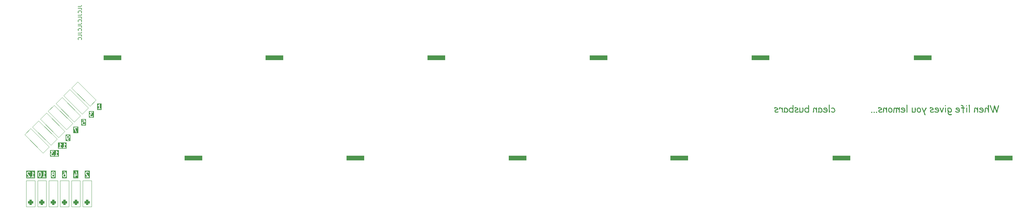
<source format=gbo>
G04 #@! TF.GenerationSoftware,KiCad,Pcbnew,7.0.7*
G04 #@! TF.CreationDate,2023-09-19T02:58:37+01:00*
G04 #@! TF.ProjectId,segment-stagx,7365676d-656e-4742-9d73-746167782e6b,rev?*
G04 #@! TF.SameCoordinates,Original*
G04 #@! TF.FileFunction,Legend,Bot*
G04 #@! TF.FilePolarity,Positive*
%FSLAX46Y46*%
G04 Gerber Fmt 4.6, Leading zero omitted, Abs format (unit mm)*
G04 Created by KiCad (PCBNEW 7.0.7) date 2023-09-19 02:58:37*
%MOMM*%
%LPD*%
G01*
G04 APERTURE LIST*
G04 Aperture macros list*
%AMRoundRect*
0 Rectangle with rounded corners*
0 $1 Rounding radius*
0 $2 $3 $4 $5 $6 $7 $8 $9 X,Y pos of 4 corners*
0 Add a 4 corners polygon primitive as box body*
4,1,4,$2,$3,$4,$5,$6,$7,$8,$9,$2,$3,0*
0 Add four circle primitives for the rounded corners*
1,1,$1+$1,$2,$3*
1,1,$1+$1,$4,$5*
1,1,$1+$1,$6,$7*
1,1,$1+$1,$8,$9*
0 Add four rect primitives between the rounded corners*
20,1,$1+$1,$2,$3,$4,$5,0*
20,1,$1+$1,$4,$5,$6,$7,0*
20,1,$1+$1,$6,$7,$8,$9,0*
20,1,$1+$1,$8,$9,$2,$3,0*%
G04 Aperture macros list end*
%ADD10C,0.150000*%
%ADD11C,0.300000*%
%ADD12C,0.250000*%
%ADD13C,0.120000*%
%ADD14C,4.950000*%
%ADD15O,5.300000X10.300000*%
%ADD16RoundRect,0.700000X2.500000X0.000000X-2.500000X0.000000X-2.500000X0.000000X2.500000X0.000000X0*%
%ADD17RoundRect,0.700000X-2.500000X0.000000X2.500000X0.000000X2.500000X0.000000X-2.500000X0.000000X0*%
%ADD18RoundRect,0.450000X-0.494975X0.000000X0.000000X-0.494975X0.494975X0.000000X0.000000X0.494975X0*%
%ADD19C,1.600000*%
%ADD20RoundRect,0.450000X0.350000X-0.350000X0.350000X0.350000X-0.350000X0.350000X-0.350000X-0.350000X0*%
G04 APERTURE END LIST*
D10*
X78669819Y-76422493D02*
X79384104Y-76422493D01*
X79384104Y-76422493D02*
X79526961Y-76374874D01*
X79526961Y-76374874D02*
X79622200Y-76279636D01*
X79622200Y-76279636D02*
X79669819Y-76136779D01*
X79669819Y-76136779D02*
X79669819Y-76041541D01*
X79669819Y-77374874D02*
X79669819Y-76898684D01*
X79669819Y-76898684D02*
X78669819Y-76898684D01*
X79574580Y-78279636D02*
X79622200Y-78232017D01*
X79622200Y-78232017D02*
X79669819Y-78089160D01*
X79669819Y-78089160D02*
X79669819Y-77993922D01*
X79669819Y-77993922D02*
X79622200Y-77851065D01*
X79622200Y-77851065D02*
X79526961Y-77755827D01*
X79526961Y-77755827D02*
X79431723Y-77708208D01*
X79431723Y-77708208D02*
X79241247Y-77660589D01*
X79241247Y-77660589D02*
X79098390Y-77660589D01*
X79098390Y-77660589D02*
X78907914Y-77708208D01*
X78907914Y-77708208D02*
X78812676Y-77755827D01*
X78812676Y-77755827D02*
X78717438Y-77851065D01*
X78717438Y-77851065D02*
X78669819Y-77993922D01*
X78669819Y-77993922D02*
X78669819Y-78089160D01*
X78669819Y-78089160D02*
X78717438Y-78232017D01*
X78717438Y-78232017D02*
X78765057Y-78279636D01*
X78669819Y-78993922D02*
X79384104Y-78993922D01*
X79384104Y-78993922D02*
X79526961Y-78946303D01*
X79526961Y-78946303D02*
X79622200Y-78851065D01*
X79622200Y-78851065D02*
X79669819Y-78708208D01*
X79669819Y-78708208D02*
X79669819Y-78612970D01*
X79669819Y-79946303D02*
X79669819Y-79470113D01*
X79669819Y-79470113D02*
X78669819Y-79470113D01*
X79574580Y-80851065D02*
X79622200Y-80803446D01*
X79622200Y-80803446D02*
X79669819Y-80660589D01*
X79669819Y-80660589D02*
X79669819Y-80565351D01*
X79669819Y-80565351D02*
X79622200Y-80422494D01*
X79622200Y-80422494D02*
X79526961Y-80327256D01*
X79526961Y-80327256D02*
X79431723Y-80279637D01*
X79431723Y-80279637D02*
X79241247Y-80232018D01*
X79241247Y-80232018D02*
X79098390Y-80232018D01*
X79098390Y-80232018D02*
X78907914Y-80279637D01*
X78907914Y-80279637D02*
X78812676Y-80327256D01*
X78812676Y-80327256D02*
X78717438Y-80422494D01*
X78717438Y-80422494D02*
X78669819Y-80565351D01*
X78669819Y-80565351D02*
X78669819Y-80660589D01*
X78669819Y-80660589D02*
X78717438Y-80803446D01*
X78717438Y-80803446D02*
X78765057Y-80851065D01*
X78669819Y-81565351D02*
X79384104Y-81565351D01*
X79384104Y-81565351D02*
X79526961Y-81517732D01*
X79526961Y-81517732D02*
X79622200Y-81422494D01*
X79622200Y-81422494D02*
X79669819Y-81279637D01*
X79669819Y-81279637D02*
X79669819Y-81184399D01*
X79669819Y-82517732D02*
X79669819Y-82041542D01*
X79669819Y-82041542D02*
X78669819Y-82041542D01*
X79574580Y-83422494D02*
X79622200Y-83374875D01*
X79622200Y-83374875D02*
X79669819Y-83232018D01*
X79669819Y-83232018D02*
X79669819Y-83136780D01*
X79669819Y-83136780D02*
X79622200Y-82993923D01*
X79622200Y-82993923D02*
X79526961Y-82898685D01*
X79526961Y-82898685D02*
X79431723Y-82851066D01*
X79431723Y-82851066D02*
X79241247Y-82803447D01*
X79241247Y-82803447D02*
X79098390Y-82803447D01*
X79098390Y-82803447D02*
X78907914Y-82851066D01*
X78907914Y-82851066D02*
X78812676Y-82898685D01*
X78812676Y-82898685D02*
X78717438Y-82993923D01*
X78717438Y-82993923D02*
X78669819Y-83136780D01*
X78669819Y-83136780D02*
X78669819Y-83232018D01*
X78669819Y-83232018D02*
X78717438Y-83374875D01*
X78717438Y-83374875D02*
X78765057Y-83422494D01*
X78669819Y-84136780D02*
X79384104Y-84136780D01*
X79384104Y-84136780D02*
X79526961Y-84089161D01*
X79526961Y-84089161D02*
X79622200Y-83993923D01*
X79622200Y-83993923D02*
X79669819Y-83851066D01*
X79669819Y-83851066D02*
X79669819Y-83755828D01*
X79669819Y-85089161D02*
X79669819Y-84612971D01*
X79669819Y-84612971D02*
X78669819Y-84612971D01*
X79574580Y-85993923D02*
X79622200Y-85946304D01*
X79622200Y-85946304D02*
X79669819Y-85803447D01*
X79669819Y-85803447D02*
X79669819Y-85708209D01*
X79669819Y-85708209D02*
X79622200Y-85565352D01*
X79622200Y-85565352D02*
X79526961Y-85470114D01*
X79526961Y-85470114D02*
X79431723Y-85422495D01*
X79431723Y-85422495D02*
X79241247Y-85374876D01*
X79241247Y-85374876D02*
X79098390Y-85374876D01*
X79098390Y-85374876D02*
X78907914Y-85422495D01*
X78907914Y-85422495D02*
X78812676Y-85470114D01*
X78812676Y-85470114D02*
X78717438Y-85565352D01*
X78717438Y-85565352D02*
X78669819Y-85708209D01*
X78669819Y-85708209D02*
X78669819Y-85803447D01*
X78669819Y-85803447D02*
X78717438Y-85946304D01*
X78717438Y-85946304D02*
X78765057Y-85993923D01*
D11*
G36*
X341745080Y-107123789D02*
G01*
X341768195Y-107122930D01*
X341790280Y-107120354D01*
X341811334Y-107116061D01*
X341831359Y-107110050D01*
X341850352Y-107102322D01*
X341856454Y-107099364D01*
X341875047Y-107088293D01*
X341891877Y-107074248D01*
X341904700Y-107056709D01*
X341910684Y-107037582D01*
X341911165Y-107030000D01*
X341918860Y-107009300D01*
X341926193Y-106989089D01*
X341933164Y-106969366D01*
X341939772Y-106950132D01*
X341946017Y-106931386D01*
X341954705Y-106904184D01*
X341962578Y-106878080D01*
X341969635Y-106853076D01*
X341975876Y-106829171D01*
X341981301Y-106806365D01*
X341985911Y-106784658D01*
X341989705Y-106764050D01*
X341990788Y-106757424D01*
X341994568Y-106734341D01*
X341999678Y-106704473D01*
X342003825Y-106680793D01*
X342008562Y-106654098D01*
X342013892Y-106624388D01*
X342019813Y-106591664D01*
X342026325Y-106555924D01*
X342033429Y-106517170D01*
X342037203Y-106496662D01*
X342041125Y-106475400D01*
X342045195Y-106453385D01*
X342049412Y-106430616D01*
X342053777Y-106407093D01*
X342058291Y-106382817D01*
X342062952Y-106357787D01*
X342067761Y-106332003D01*
X342072718Y-106305465D01*
X342077822Y-106278174D01*
X342083075Y-106250129D01*
X342088476Y-106221331D01*
X342094024Y-106191778D01*
X342099720Y-106161472D01*
X342104041Y-106138351D01*
X342108271Y-106115518D01*
X342112410Y-106092972D01*
X342116459Y-106070713D01*
X342120417Y-106048741D01*
X342124284Y-106027056D01*
X342128061Y-106005659D01*
X342131747Y-105984549D01*
X342135342Y-105963725D01*
X342138847Y-105943189D01*
X342142261Y-105922941D01*
X342145585Y-105902979D01*
X342148817Y-105883305D01*
X342151960Y-105863917D01*
X342157972Y-105826004D01*
X342163622Y-105789240D01*
X342168910Y-105753625D01*
X342173835Y-105719158D01*
X342178397Y-105685840D01*
X342182597Y-105653670D01*
X342186434Y-105622649D01*
X342189909Y-105592777D01*
X342193021Y-105564054D01*
X342200671Y-105592433D01*
X342208357Y-105620541D01*
X342216078Y-105648376D01*
X342223834Y-105675940D01*
X342231625Y-105703232D01*
X342239452Y-105730252D01*
X342247314Y-105757000D01*
X342255211Y-105783476D01*
X342263144Y-105809680D01*
X342271112Y-105835612D01*
X342279115Y-105861272D01*
X342287154Y-105886661D01*
X342295228Y-105911777D01*
X342303337Y-105936622D01*
X342311481Y-105961194D01*
X342319661Y-105985495D01*
X342327876Y-106009524D01*
X342336126Y-106033281D01*
X342344412Y-106056766D01*
X342352733Y-106079979D01*
X342361089Y-106102920D01*
X342369481Y-106125589D01*
X342377908Y-106147987D01*
X342386370Y-106170112D01*
X342394867Y-106191966D01*
X342403400Y-106213547D01*
X342411968Y-106234857D01*
X342420572Y-106255895D01*
X342429210Y-106276661D01*
X342437884Y-106297155D01*
X342446593Y-106317377D01*
X342455338Y-106337327D01*
X342465362Y-106360070D01*
X342475164Y-106382502D01*
X342484742Y-106404625D01*
X342494096Y-106426437D01*
X342503228Y-106447940D01*
X342512136Y-106469132D01*
X342520821Y-106490014D01*
X342529282Y-106510587D01*
X342537521Y-106530849D01*
X342545536Y-106550801D01*
X342553328Y-106570443D01*
X342560897Y-106589775D01*
X342568242Y-106608797D01*
X342575364Y-106627508D01*
X342582263Y-106645910D01*
X342595391Y-106681783D01*
X342607626Y-106716416D01*
X342618968Y-106749809D01*
X342629417Y-106781961D01*
X342638973Y-106812873D01*
X342647636Y-106842545D01*
X342655406Y-106870976D01*
X342662283Y-106898167D01*
X342665387Y-106911297D01*
X342655266Y-106928814D01*
X342649573Y-106947636D01*
X342648778Y-106957704D01*
X342652228Y-106979655D01*
X342660907Y-106997209D01*
X342674868Y-107013221D01*
X342691040Y-107025718D01*
X342703977Y-107033419D01*
X342722959Y-107042881D01*
X342742903Y-107050386D01*
X342763809Y-107055933D01*
X342785676Y-107059522D01*
X342808505Y-107061154D01*
X342816329Y-107061263D01*
X342838807Y-107060810D01*
X342859835Y-107059454D01*
X342879412Y-107057193D01*
X342906060Y-107052105D01*
X342929444Y-107044982D01*
X342949565Y-107035825D01*
X342966424Y-107024632D01*
X342983826Y-107006543D01*
X342995428Y-106984836D01*
X343001228Y-106959511D01*
X343001953Y-106945491D01*
X343044452Y-106770125D01*
X343194417Y-106092595D01*
X343200097Y-106070873D01*
X343206026Y-106048569D01*
X343212203Y-106025684D01*
X343218627Y-106002218D01*
X343225300Y-105978171D01*
X343232221Y-105953543D01*
X343239390Y-105928334D01*
X343246807Y-105902544D01*
X343254472Y-105876173D01*
X343262385Y-105849221D01*
X343270546Y-105821688D01*
X343278955Y-105793574D01*
X343287613Y-105764878D01*
X343296518Y-105735602D01*
X343305671Y-105705745D01*
X343315073Y-105675307D01*
X343324722Y-105644287D01*
X343334620Y-105612687D01*
X343344765Y-105580505D01*
X343355159Y-105547743D01*
X343365801Y-105514400D01*
X343376691Y-105480475D01*
X343387829Y-105445970D01*
X343399214Y-105410883D01*
X343410848Y-105375216D01*
X343422730Y-105338967D01*
X343434861Y-105302137D01*
X343447239Y-105264727D01*
X343459865Y-105226735D01*
X343472739Y-105188162D01*
X343485861Y-105149009D01*
X343499232Y-105109274D01*
X343504384Y-105088780D01*
X343507628Y-105069432D01*
X343508992Y-105049471D01*
X343509002Y-105047725D01*
X343507731Y-105022059D01*
X343503918Y-104998918D01*
X343497564Y-104978301D01*
X343488668Y-104960209D01*
X343472854Y-104940013D01*
X343452520Y-104924306D01*
X343434305Y-104915470D01*
X343413548Y-104909159D01*
X343390250Y-104905372D01*
X343364410Y-104904110D01*
X343342817Y-104905972D01*
X343322492Y-104911559D01*
X343303433Y-104920871D01*
X343285642Y-104933907D01*
X343269117Y-104950669D01*
X343253859Y-104971154D01*
X343243248Y-104988963D01*
X343233349Y-105008867D01*
X343227145Y-105023300D01*
X343218132Y-105043426D01*
X343209152Y-105066088D01*
X343201385Y-105086910D01*
X343192734Y-105111013D01*
X343183199Y-105138396D01*
X343176350Y-105158473D01*
X343169109Y-105180009D01*
X343161475Y-105203002D01*
X343153447Y-105227453D01*
X343145026Y-105253362D01*
X343136213Y-105280728D01*
X343127006Y-105309553D01*
X343116870Y-105341276D01*
X343106734Y-105373796D01*
X343096598Y-105407115D01*
X343086461Y-105441230D01*
X343076325Y-105476144D01*
X343066189Y-105511855D01*
X343056053Y-105548363D01*
X343045917Y-105585669D01*
X343040849Y-105604622D01*
X343035781Y-105623773D01*
X343030713Y-105643124D01*
X343025645Y-105662675D01*
X343020577Y-105682424D01*
X343015509Y-105702374D01*
X343010441Y-105722522D01*
X343005373Y-105742870D01*
X343000305Y-105763418D01*
X342995237Y-105784164D01*
X342990169Y-105805111D01*
X342985101Y-105826256D01*
X342980033Y-105847601D01*
X342974965Y-105869146D01*
X342969897Y-105890890D01*
X342964829Y-105912833D01*
X342831472Y-106523928D01*
X342822284Y-106502350D01*
X342813098Y-106480480D01*
X342803916Y-106458318D01*
X342794736Y-106435864D01*
X342785560Y-106413117D01*
X342776386Y-106390079D01*
X342767215Y-106366749D01*
X342758046Y-106343128D01*
X342748881Y-106319214D01*
X342739719Y-106295008D01*
X342730559Y-106270510D01*
X342721402Y-106245720D01*
X342712249Y-106220639D01*
X342703098Y-106195265D01*
X342693949Y-106169600D01*
X342684804Y-106143642D01*
X342675662Y-106117393D01*
X342666522Y-106090851D01*
X342657385Y-106064018D01*
X342648252Y-106036893D01*
X342639121Y-106009476D01*
X342629993Y-105981766D01*
X342620867Y-105953765D01*
X342611745Y-105925472D01*
X342602625Y-105896887D01*
X342593509Y-105868010D01*
X342584395Y-105838841D01*
X342575284Y-105809381D01*
X342566176Y-105779628D01*
X342557071Y-105749583D01*
X342547968Y-105719246D01*
X342538869Y-105688618D01*
X342527920Y-105651844D01*
X342517299Y-105616505D01*
X342507007Y-105582601D01*
X342497042Y-105550132D01*
X342487406Y-105519098D01*
X342478098Y-105489499D01*
X342469119Y-105461335D01*
X342460467Y-105434605D01*
X342452144Y-105409311D01*
X342444149Y-105385451D01*
X342436482Y-105363027D01*
X342429143Y-105342037D01*
X342422132Y-105322482D01*
X342412232Y-105295841D01*
X342403070Y-105272428D01*
X342395352Y-105253615D01*
X342387648Y-105235398D01*
X342372280Y-105200758D01*
X342356965Y-105168506D01*
X342341704Y-105138644D01*
X342326496Y-105111170D01*
X342311342Y-105086086D01*
X342296240Y-105063390D01*
X342281193Y-105043084D01*
X342266199Y-105025166D01*
X342251258Y-105009638D01*
X342236370Y-104996498D01*
X342214140Y-104981269D01*
X342192029Y-104971414D01*
X342170038Y-104966935D01*
X342162735Y-104966636D01*
X342139555Y-104968170D01*
X342118130Y-104972773D01*
X342098461Y-104980443D01*
X342080547Y-104991182D01*
X342064389Y-105004990D01*
X342049986Y-105021865D01*
X342037339Y-105041809D01*
X342026448Y-105064822D01*
X342017184Y-105089976D01*
X342010994Y-105109966D01*
X342004792Y-105132532D01*
X341998579Y-105157673D01*
X341992355Y-105185391D01*
X341986119Y-105215685D01*
X341979872Y-105248555D01*
X341973613Y-105284000D01*
X341967343Y-105322022D01*
X341964204Y-105341999D01*
X341961062Y-105362620D01*
X341957916Y-105383885D01*
X341954768Y-105405794D01*
X341951618Y-105428346D01*
X341948464Y-105451543D01*
X341945307Y-105475384D01*
X341942148Y-105499869D01*
X341938986Y-105524998D01*
X341935821Y-105550771D01*
X341932653Y-105577188D01*
X341929482Y-105604249D01*
X341926308Y-105631953D01*
X341922738Y-105660642D01*
X341918866Y-105690045D01*
X341914693Y-105720161D01*
X341910218Y-105750991D01*
X341905442Y-105782535D01*
X341900365Y-105814792D01*
X341894986Y-105847763D01*
X341889305Y-105881448D01*
X341883323Y-105915846D01*
X341877040Y-105950957D01*
X341870455Y-105986783D01*
X341863568Y-106023322D01*
X341856380Y-106060575D01*
X341848891Y-106098541D01*
X341845033Y-106117792D01*
X341841100Y-106137221D01*
X341837091Y-106156829D01*
X341833007Y-106176615D01*
X341714794Y-106720300D01*
X341703194Y-106692150D01*
X341691415Y-106663387D01*
X341679457Y-106634012D01*
X341667319Y-106604025D01*
X341655002Y-106573425D01*
X341642505Y-106542212D01*
X341629830Y-106510387D01*
X341616974Y-106477950D01*
X341603940Y-106444900D01*
X341590726Y-106411237D01*
X341577333Y-106376962D01*
X341563760Y-106342074D01*
X341550008Y-106306574D01*
X341536077Y-106270461D01*
X341521966Y-106233736D01*
X341507676Y-106196399D01*
X341493206Y-106158448D01*
X341478557Y-106119886D01*
X341463729Y-106080711D01*
X341448722Y-106040923D01*
X341433535Y-106000523D01*
X341418168Y-105959510D01*
X341402623Y-105917885D01*
X341386898Y-105875647D01*
X341370993Y-105832796D01*
X341354909Y-105789334D01*
X341338646Y-105745258D01*
X341322204Y-105700570D01*
X341305582Y-105655270D01*
X341288781Y-105609357D01*
X341271800Y-105562832D01*
X341254640Y-105515694D01*
X341247605Y-105493855D01*
X341241407Y-105472331D01*
X341235967Y-105452532D01*
X341229849Y-105429598D01*
X341223053Y-105403531D01*
X341218145Y-105384411D01*
X341212936Y-105363898D01*
X341207425Y-105341993D01*
X341201613Y-105318694D01*
X341195499Y-105294003D01*
X341189084Y-105267919D01*
X341185764Y-105254354D01*
X341180688Y-105234423D01*
X341175475Y-105215054D01*
X341170124Y-105196245D01*
X341161841Y-105169084D01*
X341153249Y-105143185D01*
X341144347Y-105118549D01*
X341135137Y-105095174D01*
X341125617Y-105073062D01*
X341115788Y-105052213D01*
X341105650Y-105032625D01*
X341095203Y-105014300D01*
X341088066Y-105002784D01*
X341078550Y-104985150D01*
X341065032Y-104964336D01*
X341050569Y-104946605D01*
X341035158Y-104931958D01*
X341018802Y-104920395D01*
X340997025Y-104910277D01*
X340973769Y-104904977D01*
X340959106Y-104904110D01*
X340934314Y-104905424D01*
X340911960Y-104909365D01*
X340892044Y-104915934D01*
X340874568Y-104925130D01*
X340855059Y-104941479D01*
X340839885Y-104962499D01*
X340831350Y-104981330D01*
X340825254Y-105002788D01*
X340821596Y-105026873D01*
X340820376Y-105053586D01*
X340823854Y-105075680D01*
X340828791Y-105094699D01*
X340835875Y-105118537D01*
X340843088Y-105141076D01*
X340849399Y-105160004D01*
X340856483Y-105180666D01*
X340864340Y-105203063D01*
X340919050Y-105352540D01*
X340994766Y-105598736D01*
X341402651Y-106566427D01*
X341410049Y-106586899D01*
X341418077Y-106608505D01*
X341426734Y-106631244D01*
X341436021Y-106655117D01*
X341445938Y-106680124D01*
X341456484Y-106706263D01*
X341467660Y-106733536D01*
X341479466Y-106761943D01*
X341491901Y-106791483D01*
X341504966Y-106822156D01*
X341518661Y-106853963D01*
X341532985Y-106886904D01*
X341547940Y-106920978D01*
X341563523Y-106956185D01*
X341571551Y-106974213D01*
X341579737Y-106992525D01*
X341588080Y-107011121D01*
X341596580Y-107030000D01*
X341609693Y-107051981D01*
X341624363Y-107071032D01*
X341640590Y-107087152D01*
X341658374Y-107100341D01*
X341677715Y-107110600D01*
X341698613Y-107117927D01*
X341721068Y-107122323D01*
X341745080Y-107123789D01*
G37*
G36*
X339449685Y-107092526D02*
G01*
X339473056Y-107090908D01*
X339494321Y-107086053D01*
X339513479Y-107077963D01*
X339530530Y-107066636D01*
X339545474Y-107052073D01*
X339558312Y-107034274D01*
X339569044Y-107013238D01*
X339577669Y-106988967D01*
X339583488Y-106967076D01*
X339589221Y-106943538D01*
X339594868Y-106918350D01*
X339600429Y-106891514D01*
X339605905Y-106863029D01*
X339609507Y-106843123D01*
X339613072Y-106822485D01*
X339616598Y-106801113D01*
X339620086Y-106779009D01*
X339623536Y-106756173D01*
X339626948Y-106732603D01*
X339630321Y-106708301D01*
X339633657Y-106683266D01*
X339635310Y-106670474D01*
X339638268Y-106646021D01*
X339641034Y-106622122D01*
X339643610Y-106598775D01*
X339645996Y-106575983D01*
X339648190Y-106553743D01*
X339650194Y-106532057D01*
X339652006Y-106510924D01*
X339653628Y-106490345D01*
X339655059Y-106470319D01*
X339656848Y-106441317D01*
X339658208Y-106413561D01*
X339659138Y-106387050D01*
X339659639Y-106361784D01*
X339659734Y-106345631D01*
X339659521Y-106325512D01*
X339658983Y-106304150D01*
X339658262Y-106283050D01*
X339657477Y-106263499D01*
X339656525Y-106242158D01*
X339656315Y-106237676D01*
X339655330Y-106215978D01*
X339654512Y-106196069D01*
X339653750Y-106174539D01*
X339653166Y-106152677D01*
X339652899Y-106131985D01*
X339652896Y-106129720D01*
X339653399Y-106098665D01*
X339654911Y-106069614D01*
X339657429Y-106042566D01*
X339660956Y-106017521D01*
X339665489Y-105994480D01*
X339671031Y-105973443D01*
X339677579Y-105954409D01*
X339689292Y-105929615D01*
X339703271Y-105909329D01*
X339719517Y-105893551D01*
X339738029Y-105882281D01*
X339758809Y-105875519D01*
X339781856Y-105873265D01*
X339803569Y-105873886D01*
X339824988Y-105875746D01*
X339846113Y-105878847D01*
X339866944Y-105883188D01*
X339887481Y-105888769D01*
X339907725Y-105895591D01*
X339927674Y-105903653D01*
X339947330Y-105912955D01*
X339966692Y-105923497D01*
X339985760Y-105935280D01*
X340004535Y-105948303D01*
X340023015Y-105962567D01*
X340041202Y-105978070D01*
X340059094Y-105994814D01*
X340076693Y-106012799D01*
X340093998Y-106032023D01*
X340107642Y-106048528D01*
X340122197Y-106067635D01*
X340137661Y-106089343D01*
X340154036Y-106113654D01*
X340165458Y-106131306D01*
X340177285Y-106150115D01*
X340189516Y-106170080D01*
X340202152Y-106191201D01*
X340215192Y-106213478D01*
X340228637Y-106236912D01*
X340242486Y-106261503D01*
X340256740Y-106287249D01*
X340271399Y-106314152D01*
X340286461Y-106342212D01*
X340286504Y-106375156D01*
X340286633Y-106407249D01*
X340286848Y-106438491D01*
X340287148Y-106468882D01*
X340287535Y-106498422D01*
X340288007Y-106527111D01*
X340288565Y-106554949D01*
X340289209Y-106581936D01*
X340289939Y-106608072D01*
X340290755Y-106633357D01*
X340291656Y-106657791D01*
X340292644Y-106681373D01*
X340293717Y-106704105D01*
X340294876Y-106725986D01*
X340296121Y-106747016D01*
X340297452Y-106767194D01*
X340300372Y-106804998D01*
X340303635Y-106839398D01*
X340307241Y-106870394D01*
X340311191Y-106897986D01*
X340315484Y-106922174D01*
X340320121Y-106942957D01*
X340327720Y-106967750D01*
X340330425Y-106974312D01*
X340340737Y-106994691D01*
X340352377Y-107012353D01*
X340365344Y-107027298D01*
X340383422Y-107042157D01*
X340403574Y-107052771D01*
X340425802Y-107059140D01*
X340450104Y-107061263D01*
X340470689Y-107059923D01*
X340490313Y-107055905D01*
X340508974Y-107049207D01*
X340526674Y-107039830D01*
X340543413Y-107027775D01*
X340548778Y-107023161D01*
X340563221Y-107008123D01*
X340574676Y-106991951D01*
X340584263Y-106971652D01*
X340589782Y-106949810D01*
X340591277Y-106929860D01*
X340588939Y-106908983D01*
X340584407Y-106888919D01*
X340579064Y-106869776D01*
X340574500Y-106848552D01*
X340571668Y-106825721D01*
X340569661Y-106802854D01*
X340568306Y-106783018D01*
X340567079Y-106760882D01*
X340565982Y-106736444D01*
X340565013Y-106709706D01*
X340564173Y-106680665D01*
X340563921Y-106670474D01*
X340559525Y-106468241D01*
X340555617Y-105463426D01*
X340554434Y-105442671D01*
X340553327Y-105422782D01*
X340551810Y-105394574D01*
X340550465Y-105368314D01*
X340549292Y-105344004D01*
X340548290Y-105321643D01*
X340547460Y-105301231D01*
X340546620Y-105277047D01*
X340546086Y-105256328D01*
X340545847Y-105235303D01*
X340546169Y-105213665D01*
X340547135Y-105192408D01*
X340548745Y-105171533D01*
X340550999Y-105151039D01*
X340553897Y-105130927D01*
X340557439Y-105111197D01*
X340559036Y-105103412D01*
X340562836Y-105083894D01*
X340565992Y-105064114D01*
X340568503Y-105044071D01*
X340570371Y-105023766D01*
X340571594Y-105003198D01*
X340572174Y-104982369D01*
X340572226Y-104973963D01*
X340570835Y-104953218D01*
X340566661Y-104933846D01*
X340558277Y-104912983D01*
X340546105Y-104893989D01*
X340532658Y-104879197D01*
X340517002Y-104866414D01*
X340500075Y-104856276D01*
X340481877Y-104848783D01*
X340462408Y-104843934D01*
X340441668Y-104841731D01*
X340434473Y-104841584D01*
X340414139Y-104842601D01*
X340389593Y-104847123D01*
X340367978Y-104855264D01*
X340349293Y-104867022D01*
X340333539Y-104882397D01*
X340320717Y-104901391D01*
X340310825Y-104924003D01*
X340305329Y-104943336D01*
X340302581Y-104957355D01*
X340298740Y-104981128D01*
X340295277Y-105004455D01*
X340292192Y-105027336D01*
X340289484Y-105049770D01*
X340287154Y-105071758D01*
X340285202Y-105093299D01*
X340283628Y-105114393D01*
X340282431Y-105135041D01*
X340281613Y-105155243D01*
X340281172Y-105174998D01*
X340281088Y-105187920D01*
X340281170Y-105213943D01*
X340281414Y-105240173D01*
X340281822Y-105266608D01*
X340282393Y-105293250D01*
X340283127Y-105320097D01*
X340284025Y-105347151D01*
X340285085Y-105374411D01*
X340286309Y-105401877D01*
X340287696Y-105429549D01*
X340289245Y-105457427D01*
X340290369Y-105476127D01*
X340291841Y-105503381D01*
X340293140Y-105530738D01*
X340294268Y-105558198D01*
X340295224Y-105585761D01*
X340296008Y-105613427D01*
X340296620Y-105641197D01*
X340297061Y-105669069D01*
X340297330Y-105697044D01*
X340297428Y-105725123D01*
X340297353Y-105753304D01*
X340297208Y-105772149D01*
X340295743Y-105892805D01*
X340281579Y-105874235D01*
X340267296Y-105856260D01*
X340252895Y-105838881D01*
X340238376Y-105822096D01*
X340223739Y-105805908D01*
X340208983Y-105790314D01*
X340194109Y-105775316D01*
X340179117Y-105760914D01*
X340164006Y-105747106D01*
X340148777Y-105733894D01*
X340133430Y-105721278D01*
X340117964Y-105709256D01*
X340094544Y-105692341D01*
X340070858Y-105676764D01*
X340054919Y-105667124D01*
X340030693Y-105653681D01*
X340006193Y-105641559D01*
X339981417Y-105630760D01*
X339956367Y-105621283D01*
X339931042Y-105613129D01*
X339905443Y-105606296D01*
X339879568Y-105600787D01*
X339853419Y-105596599D01*
X339826995Y-105593734D01*
X339800296Y-105592191D01*
X339782344Y-105591898D01*
X339754388Y-105592476D01*
X339727550Y-105594210D01*
X339701830Y-105597101D01*
X339677228Y-105601148D01*
X339653745Y-105606352D01*
X339631379Y-105612712D01*
X339610132Y-105620228D01*
X339590003Y-105628900D01*
X339570992Y-105638729D01*
X339553099Y-105649714D01*
X339536325Y-105661856D01*
X339520669Y-105675154D01*
X339506130Y-105689608D01*
X339492710Y-105705219D01*
X339480409Y-105721986D01*
X339469225Y-105739909D01*
X339458327Y-105760759D01*
X339448348Y-105784107D01*
X339439288Y-105809954D01*
X339431146Y-105838300D01*
X339426229Y-105858586D01*
X339421720Y-105879982D01*
X339417619Y-105902489D01*
X339413927Y-105926106D01*
X339410643Y-105950833D01*
X339407767Y-105976672D01*
X339405300Y-106003620D01*
X339403241Y-106031680D01*
X339401591Y-106060850D01*
X339400348Y-106091130D01*
X339389113Y-106352958D01*
X339361758Y-106638722D01*
X339359342Y-106658602D01*
X339356858Y-106678183D01*
X339353003Y-106706997D01*
X339348993Y-106735141D01*
X339344828Y-106762616D01*
X339340509Y-106789420D01*
X339336035Y-106815555D01*
X339331407Y-106841020D01*
X339326624Y-106865816D01*
X339321687Y-106889941D01*
X339316595Y-106913397D01*
X339314863Y-106921067D01*
X339311007Y-106941439D01*
X339309490Y-106960635D01*
X339310950Y-106981214D01*
X339315329Y-107000454D01*
X339324128Y-107021207D01*
X339336901Y-107040137D01*
X339351011Y-107054912D01*
X339366983Y-107067695D01*
X339384122Y-107077833D01*
X339402428Y-107085326D01*
X339421903Y-107090175D01*
X339442545Y-107092379D01*
X339449685Y-107092526D01*
G37*
G36*
X338398951Y-105592156D02*
G01*
X338437286Y-105594220D01*
X338474632Y-105598350D01*
X338510990Y-105604543D01*
X338546360Y-105612802D01*
X338580741Y-105623125D01*
X338614133Y-105635513D01*
X338646537Y-105649965D01*
X338677953Y-105666482D01*
X338708380Y-105685063D01*
X338737819Y-105705710D01*
X338766270Y-105728420D01*
X338793732Y-105753196D01*
X338820205Y-105780036D01*
X338845691Y-105808940D01*
X338858063Y-105824167D01*
X338870187Y-105839910D01*
X338882065Y-105856168D01*
X338903005Y-105886846D01*
X338922594Y-105918427D01*
X338940832Y-105950914D01*
X338957719Y-105984304D01*
X338973255Y-106018599D01*
X338987441Y-106053799D01*
X339000275Y-106089903D01*
X339011758Y-106126912D01*
X339016993Y-106145755D01*
X339021890Y-106164825D01*
X339026450Y-106184120D01*
X339030672Y-106203642D01*
X339034556Y-106223390D01*
X339038102Y-106243364D01*
X339041310Y-106263564D01*
X339044181Y-106283990D01*
X339046714Y-106304643D01*
X339048910Y-106325521D01*
X339050767Y-106346626D01*
X339052287Y-106367956D01*
X339053469Y-106389513D01*
X339054314Y-106411296D01*
X339054820Y-106433305D01*
X339054989Y-106455540D01*
X339054169Y-106493715D01*
X339051707Y-106530813D01*
X339047605Y-106566835D01*
X339041861Y-106601781D01*
X339034476Y-106635650D01*
X339025451Y-106668444D01*
X339014784Y-106700161D01*
X339002477Y-106730802D01*
X338988528Y-106760367D01*
X338972939Y-106788855D01*
X338955708Y-106816268D01*
X338936837Y-106842604D01*
X338916324Y-106867864D01*
X338894170Y-106892048D01*
X338870376Y-106915156D01*
X338844940Y-106937187D01*
X338820420Y-106955998D01*
X338794977Y-106973595D01*
X338768610Y-106989978D01*
X338741320Y-107005148D01*
X338713106Y-107019104D01*
X338683969Y-107031847D01*
X338653908Y-107043376D01*
X338622923Y-107053691D01*
X338591015Y-107062793D01*
X338558184Y-107070681D01*
X338524429Y-107077356D01*
X338489750Y-107082817D01*
X338454148Y-107087065D01*
X338417622Y-107090099D01*
X338380173Y-107091919D01*
X338341800Y-107092526D01*
X338316902Y-107092142D01*
X338291913Y-107090992D01*
X338266833Y-107089074D01*
X338241660Y-107086389D01*
X338216396Y-107082937D01*
X338191041Y-107078718D01*
X338165594Y-107073732D01*
X338140055Y-107067979D01*
X338114425Y-107061459D01*
X338088703Y-107054172D01*
X338062890Y-107046118D01*
X338036985Y-107037296D01*
X338010988Y-107027708D01*
X337984900Y-107017352D01*
X337958720Y-107006230D01*
X337932449Y-106994340D01*
X337902695Y-106979756D01*
X337874861Y-106964825D01*
X337848946Y-106949546D01*
X337824952Y-106933920D01*
X337802876Y-106917947D01*
X337782720Y-106901627D01*
X337764484Y-106884959D01*
X337748168Y-106867944D01*
X337733771Y-106850582D01*
X337721293Y-106832873D01*
X337710736Y-106814816D01*
X337702097Y-106796412D01*
X337695379Y-106777660D01*
X337690580Y-106758562D01*
X337687700Y-106739116D01*
X337686741Y-106719323D01*
X337687671Y-106703757D01*
X337692099Y-106683007D01*
X337700173Y-106663472D01*
X337711894Y-106645153D01*
X337724842Y-106630418D01*
X337734406Y-106621488D01*
X337751914Y-106608725D01*
X337770403Y-106599609D01*
X337789875Y-106594140D01*
X337810327Y-106592316D01*
X337830237Y-106594806D01*
X337849666Y-106602277D01*
X337868614Y-106614728D01*
X337884036Y-106628907D01*
X337899125Y-106646546D01*
X337910956Y-106663147D01*
X337917209Y-106671835D01*
X337932428Y-106688580D01*
X337951265Y-106704487D01*
X337967767Y-106715866D01*
X337986304Y-106726772D01*
X338006877Y-106737206D01*
X338029484Y-106747168D01*
X338054126Y-106756658D01*
X338080804Y-106765675D01*
X338099719Y-106771425D01*
X338119539Y-106776964D01*
X338143244Y-106783075D01*
X338166365Y-106788585D01*
X338188902Y-106793493D01*
X338210855Y-106797801D01*
X338232225Y-106801507D01*
X338253010Y-106804613D01*
X338273212Y-106807117D01*
X338292829Y-106809021D01*
X338318078Y-106810624D01*
X338342288Y-106811158D01*
X338361192Y-106810942D01*
X338388997Y-106809810D01*
X338416141Y-106807708D01*
X338442624Y-106804635D01*
X338468446Y-106800592D01*
X338493606Y-106795579D01*
X338518105Y-106789596D01*
X338541943Y-106782642D01*
X338565120Y-106774718D01*
X338587636Y-106765824D01*
X338609490Y-106755959D01*
X338623633Y-106748788D01*
X338644304Y-106737245D01*
X338664323Y-106724757D01*
X338683688Y-106711325D01*
X338702402Y-106696948D01*
X338720462Y-106681626D01*
X338737870Y-106665360D01*
X338754626Y-106648150D01*
X338770729Y-106629995D01*
X338786179Y-106610895D01*
X338800976Y-106590851D01*
X338276343Y-106360286D01*
X338249102Y-106348394D01*
X338223067Y-106336899D01*
X338198239Y-106325802D01*
X338174616Y-106315101D01*
X338152199Y-106304797D01*
X338130988Y-106294890D01*
X338110983Y-106285379D01*
X338092184Y-106276266D01*
X338066246Y-106263340D01*
X338043022Y-106251308D01*
X338022512Y-106240168D01*
X338004714Y-106229921D01*
X337985205Y-106217648D01*
X337975648Y-106210509D01*
X337957445Y-106196084D01*
X337940455Y-106181460D01*
X337924678Y-106166637D01*
X337910115Y-106151616D01*
X337896766Y-106136397D01*
X337879017Y-106113196D01*
X337863999Y-106089548D01*
X337851711Y-106065454D01*
X337842154Y-106040913D01*
X337835328Y-106015926D01*
X337831232Y-105990492D01*
X337830434Y-105975359D01*
X338048220Y-105975359D01*
X338069349Y-105991183D01*
X338092985Y-106007513D01*
X338110136Y-106018681D01*
X338128400Y-106030075D01*
X338147780Y-106041694D01*
X338168273Y-106053538D01*
X338189881Y-106065607D01*
X338212603Y-106077901D01*
X338236440Y-106090420D01*
X338261391Y-106103165D01*
X338287456Y-106116134D01*
X338314636Y-106129329D01*
X338342930Y-106142749D01*
X338372338Y-106156394D01*
X338402861Y-106170265D01*
X338824424Y-106356378D01*
X338817364Y-106326569D01*
X338809861Y-106297714D01*
X338801915Y-106269813D01*
X338793527Y-106242866D01*
X338784696Y-106216873D01*
X338775423Y-106191834D01*
X338765706Y-106167750D01*
X338755547Y-106144619D01*
X338744946Y-106122443D01*
X338733901Y-106101220D01*
X338722414Y-106080952D01*
X338710484Y-106061638D01*
X338698112Y-106043277D01*
X338685297Y-106025871D01*
X338672039Y-106009419D01*
X338658339Y-105993921D01*
X338644197Y-105979311D01*
X338629617Y-105965643D01*
X338614598Y-105952917D01*
X338591247Y-105935596D01*
X338566908Y-105920397D01*
X338541582Y-105907318D01*
X338515268Y-105896360D01*
X338487966Y-105887523D01*
X338459678Y-105880806D01*
X338440270Y-105877507D01*
X338420423Y-105875151D01*
X338400138Y-105873737D01*
X338379413Y-105873265D01*
X338353161Y-105873664D01*
X338327649Y-105874861D01*
X338302878Y-105876855D01*
X338278846Y-105879646D01*
X338255555Y-105883235D01*
X338233005Y-105887622D01*
X338211195Y-105892807D01*
X338190125Y-105898789D01*
X338169796Y-105905568D01*
X338150207Y-105913146D01*
X338131358Y-105921521D01*
X338113250Y-105930693D01*
X338095882Y-105940663D01*
X338079254Y-105951431D01*
X338063367Y-105962996D01*
X338048220Y-105975359D01*
X337830434Y-105975359D01*
X337829867Y-105964612D01*
X337830560Y-105940161D01*
X337832638Y-105916512D01*
X337836101Y-105893663D01*
X337840949Y-105871617D01*
X337847183Y-105850371D01*
X337854803Y-105829928D01*
X337863807Y-105810285D01*
X337874197Y-105791444D01*
X337885972Y-105773404D01*
X337899133Y-105756166D01*
X337913678Y-105739729D01*
X337929610Y-105724094D01*
X337946926Y-105709260D01*
X337965628Y-105695228D01*
X337985715Y-105681997D01*
X338007187Y-105669567D01*
X338025528Y-105660162D01*
X338044526Y-105651363D01*
X338064180Y-105643171D01*
X338084490Y-105635587D01*
X338105457Y-105628608D01*
X338127080Y-105622237D01*
X338149359Y-105616473D01*
X338172295Y-105611315D01*
X338195888Y-105606764D01*
X338220136Y-105602820D01*
X338245042Y-105599483D01*
X338270603Y-105596752D01*
X338296821Y-105594628D01*
X338323695Y-105593111D01*
X338351226Y-105592201D01*
X338379413Y-105591898D01*
X338398951Y-105592156D01*
G37*
G36*
X336396161Y-107092526D02*
G01*
X336417421Y-107091452D01*
X336436868Y-107088232D01*
X336459979Y-107080600D01*
X336479870Y-107069151D01*
X336496539Y-107053886D01*
X336509988Y-107034804D01*
X336520216Y-107011906D01*
X336525773Y-106992229D01*
X336529518Y-106970404D01*
X336568108Y-106685617D01*
X336571513Y-106657300D01*
X336574583Y-106629317D01*
X336577318Y-106601670D01*
X336579718Y-106574357D01*
X336581783Y-106547379D01*
X336583513Y-106520736D01*
X336584908Y-106494428D01*
X336585969Y-106468455D01*
X336586694Y-106442816D01*
X336587085Y-106417513D01*
X336587159Y-106400830D01*
X336586854Y-106379581D01*
X336586224Y-106359477D01*
X336585251Y-106335800D01*
X336584178Y-106313341D01*
X336583147Y-106293588D01*
X336582274Y-106277732D01*
X336581130Y-106256673D01*
X336579913Y-106232604D01*
X336578935Y-106211040D01*
X336578077Y-106188468D01*
X336577509Y-106166693D01*
X336577390Y-106154145D01*
X336577819Y-106120132D01*
X336579107Y-106088314D01*
X336581254Y-106058690D01*
X336584259Y-106031260D01*
X336588123Y-106006025D01*
X336592846Y-105982984D01*
X336598427Y-105962137D01*
X336604867Y-105943485D01*
X336616137Y-105919621D01*
X336629339Y-105900695D01*
X336644473Y-105886706D01*
X336667657Y-105875734D01*
X336687299Y-105873265D01*
X336716030Y-105874824D01*
X336744520Y-105879499D01*
X336772771Y-105887292D01*
X336791470Y-105894218D01*
X336810063Y-105902530D01*
X336828549Y-105912227D01*
X336846929Y-105923310D01*
X336865201Y-105935778D01*
X336883367Y-105949631D01*
X336901425Y-105964869D01*
X336919377Y-105981493D01*
X336937222Y-105999502D01*
X336954960Y-106018897D01*
X336972592Y-106039676D01*
X336981367Y-106050586D01*
X336996966Y-106071070D01*
X337012134Y-106092221D01*
X337026871Y-106114041D01*
X337041176Y-106136529D01*
X337055050Y-106159684D01*
X337068493Y-106183507D01*
X337081505Y-106207998D01*
X337094085Y-106233157D01*
X337106235Y-106258984D01*
X337117952Y-106285479D01*
X337129239Y-106312641D01*
X337140095Y-106340471D01*
X337150519Y-106368970D01*
X337160512Y-106398136D01*
X337170073Y-106427970D01*
X337179204Y-106458471D01*
X337180377Y-106478833D01*
X337182066Y-106501084D01*
X337183867Y-106521069D01*
X337186026Y-106542367D01*
X337188542Y-106564976D01*
X337191416Y-106588897D01*
X337193808Y-106609562D01*
X337195795Y-106630037D01*
X337197377Y-106650320D01*
X337198553Y-106670413D01*
X337199323Y-106690315D01*
X337199688Y-106710026D01*
X337199720Y-106717857D01*
X337199201Y-106740389D01*
X337198131Y-106760573D01*
X337196477Y-106783574D01*
X337194652Y-106804893D01*
X337192422Y-106828167D01*
X337191416Y-106838025D01*
X337189024Y-106862070D01*
X337187037Y-106884135D01*
X337185456Y-106904221D01*
X337184093Y-106925710D01*
X337183242Y-106947178D01*
X337183112Y-106957704D01*
X337184451Y-106979428D01*
X337188470Y-106999538D01*
X337195168Y-107018034D01*
X337206367Y-107037572D01*
X337221214Y-107054912D01*
X337236074Y-107067695D01*
X337255322Y-107079265D01*
X337276626Y-107087236D01*
X337296524Y-107091203D01*
X337317934Y-107092526D01*
X337339824Y-107091203D01*
X337360066Y-107087236D01*
X337378659Y-107080625D01*
X337398267Y-107069568D01*
X337415631Y-107054912D01*
X337429906Y-107037358D01*
X337440675Y-107017606D01*
X337447115Y-106998927D01*
X337450979Y-106978634D01*
X337452267Y-106956727D01*
X337452848Y-106934165D01*
X337454044Y-106913917D01*
X337455893Y-106890819D01*
X337457932Y-106869393D01*
X337460425Y-106845987D01*
X337461549Y-106836071D01*
X337463609Y-106816547D01*
X337465799Y-106793902D01*
X337467559Y-106773212D01*
X337469105Y-106750967D01*
X337470127Y-106728574D01*
X337470341Y-106714926D01*
X337470170Y-106688066D01*
X337469655Y-106659325D01*
X337469120Y-106639119D01*
X337468433Y-106618078D01*
X337467594Y-106596201D01*
X337466601Y-106573489D01*
X337465457Y-106549940D01*
X337464159Y-106525556D01*
X337462709Y-106500336D01*
X337461106Y-106474280D01*
X337459351Y-106447389D01*
X337457442Y-106419661D01*
X337455382Y-106391098D01*
X337453168Y-106361700D01*
X337450802Y-106331465D01*
X337448377Y-106301228D01*
X337446108Y-106271824D01*
X337443996Y-106243251D01*
X337442040Y-106215511D01*
X337440240Y-106188602D01*
X337438598Y-106162525D01*
X337437111Y-106137280D01*
X337435781Y-106112868D01*
X337434608Y-106089287D01*
X337433591Y-106066538D01*
X337432730Y-106044621D01*
X337432026Y-106023536D01*
X337431478Y-106003283D01*
X337430950Y-105974463D01*
X337430774Y-105947515D01*
X337431008Y-105926722D01*
X337431580Y-105905736D01*
X337432320Y-105886018D01*
X337433298Y-105864272D01*
X337434514Y-105840499D01*
X337435659Y-105820020D01*
X337436689Y-105799542D01*
X337437784Y-105775769D01*
X337438664Y-105754023D01*
X337439330Y-105734305D01*
X337439845Y-105713319D01*
X337440055Y-105692526D01*
X337438681Y-105671483D01*
X337434560Y-105651951D01*
X337426279Y-105631074D01*
X337414257Y-105612254D01*
X337400976Y-105597759D01*
X337385669Y-105585143D01*
X337366161Y-105573723D01*
X337344877Y-105565855D01*
X337325219Y-105561940D01*
X337304256Y-105560635D01*
X337281535Y-105562227D01*
X337260814Y-105567006D01*
X337242093Y-105574970D01*
X337225373Y-105586120D01*
X337210655Y-105600455D01*
X337197936Y-105617976D01*
X337187219Y-105638683D01*
X337178502Y-105662575D01*
X337171786Y-105689653D01*
X337168420Y-105709475D01*
X337165943Y-105730713D01*
X337165038Y-105741863D01*
X337161130Y-105904528D01*
X337146707Y-105885294D01*
X337132260Y-105866671D01*
X337117787Y-105848658D01*
X337103290Y-105831256D01*
X337088768Y-105814464D01*
X337074222Y-105798283D01*
X337059650Y-105782712D01*
X337045054Y-105767752D01*
X337030432Y-105753403D01*
X337015786Y-105739665D01*
X337001116Y-105726536D01*
X336971700Y-105702112D01*
X336942184Y-105680130D01*
X336912570Y-105660591D01*
X336882856Y-105643494D01*
X336853043Y-105628839D01*
X336823131Y-105616627D01*
X336793120Y-105606857D01*
X336763009Y-105599530D01*
X336732800Y-105594645D01*
X336702491Y-105592203D01*
X336687299Y-105591898D01*
X336660342Y-105592623D01*
X336634428Y-105594798D01*
X336609555Y-105598423D01*
X336585724Y-105603499D01*
X336562935Y-105610025D01*
X336541188Y-105618001D01*
X336520483Y-105627427D01*
X336500819Y-105638304D01*
X336482198Y-105650630D01*
X336464618Y-105664407D01*
X336448080Y-105679634D01*
X336432584Y-105696311D01*
X336418130Y-105714439D01*
X336404718Y-105734016D01*
X336392347Y-105755044D01*
X336381018Y-105777522D01*
X336370408Y-105801738D01*
X336360742Y-105828040D01*
X336354823Y-105846734D01*
X336349324Y-105866356D01*
X336344245Y-105886905D01*
X336339585Y-105908381D01*
X336335345Y-105930785D01*
X336331525Y-105954115D01*
X336328125Y-105978374D01*
X336325144Y-106003559D01*
X336322583Y-106029672D01*
X336320442Y-106056713D01*
X336318721Y-106084680D01*
X336317420Y-106113576D01*
X336316538Y-106143398D01*
X336316538Y-106276266D01*
X336318004Y-106398876D01*
X336317746Y-106419951D01*
X336316973Y-106442141D01*
X336315685Y-106465448D01*
X336313882Y-106489872D01*
X336311564Y-106515411D01*
X336308730Y-106542067D01*
X336305381Y-106569839D01*
X336301517Y-106598728D01*
X336298655Y-106618607D01*
X336295564Y-106638982D01*
X336292244Y-106659853D01*
X336288695Y-106681221D01*
X336285086Y-106702582D01*
X336281711Y-106723437D01*
X336278568Y-106743783D01*
X336275658Y-106763622D01*
X336271730Y-106792429D01*
X336268325Y-106820094D01*
X336265444Y-106846617D01*
X336263087Y-106871997D01*
X336261254Y-106896236D01*
X336259944Y-106919333D01*
X336259159Y-106941287D01*
X336258897Y-106962100D01*
X336260271Y-106983126D01*
X336264392Y-107002606D01*
X336272674Y-107023380D01*
X336284695Y-107042049D01*
X336297976Y-107056378D01*
X336313334Y-107068662D01*
X336333033Y-107079782D01*
X336351443Y-107086560D01*
X336371261Y-107090796D01*
X336392487Y-107092490D01*
X336396161Y-107092526D01*
G37*
G36*
X334799302Y-105931395D02*
G01*
X334819818Y-106627487D01*
X334819913Y-106649184D01*
X334820196Y-106672693D01*
X334820668Y-106698014D01*
X334821329Y-106725146D01*
X334822179Y-106754090D01*
X334822851Y-106774393D01*
X334823607Y-106795501D01*
X334824446Y-106817414D01*
X334825370Y-106840133D01*
X334826377Y-106863656D01*
X334827469Y-106887985D01*
X334828644Y-106913119D01*
X334829904Y-106939059D01*
X334830565Y-106952330D01*
X334834074Y-106977385D01*
X334839472Y-106999975D01*
X334846759Y-107020101D01*
X334855935Y-107037762D01*
X334871109Y-107057477D01*
X334889641Y-107072811D01*
X334911531Y-107083763D01*
X334936780Y-107090335D01*
X334957920Y-107092389D01*
X334965387Y-107092526D01*
X334989481Y-107091272D01*
X335011205Y-107087511D01*
X335030560Y-107081243D01*
X335052679Y-107068985D01*
X335070585Y-107052269D01*
X335084278Y-107031097D01*
X335091782Y-107012292D01*
X335096917Y-106990980D01*
X335099682Y-106967160D01*
X335100209Y-106949888D01*
X335100150Y-106928036D01*
X335099972Y-106904856D01*
X335099676Y-106880347D01*
X335099262Y-106854511D01*
X335098730Y-106827347D01*
X335098079Y-106798854D01*
X335097310Y-106769034D01*
X335096423Y-106737885D01*
X335095417Y-106705408D01*
X335094294Y-106671604D01*
X335093051Y-106636471D01*
X335091691Y-106600010D01*
X335090212Y-106562221D01*
X335088615Y-106523104D01*
X335087772Y-106503047D01*
X335086900Y-106482659D01*
X335085997Y-106461938D01*
X335085066Y-106440886D01*
X335084134Y-106419803D01*
X335083232Y-106399053D01*
X335082360Y-106378637D01*
X335081517Y-106358553D01*
X335080703Y-106338802D01*
X335079165Y-106300300D01*
X335077746Y-106263129D01*
X335076444Y-106227290D01*
X335075261Y-106192783D01*
X335074197Y-106159608D01*
X335073250Y-106127765D01*
X335072422Y-106097254D01*
X335071712Y-106068074D01*
X335071121Y-106040227D01*
X335070647Y-106013711D01*
X335070292Y-105988527D01*
X335070056Y-105964676D01*
X335069938Y-105942156D01*
X335069923Y-105931395D01*
X335069896Y-105903487D01*
X335069816Y-105875082D01*
X335069682Y-105846181D01*
X335069495Y-105816784D01*
X335069255Y-105786891D01*
X335068961Y-105756502D01*
X335068614Y-105725617D01*
X335068213Y-105694235D01*
X335067759Y-105662358D01*
X335067251Y-105629984D01*
X335066690Y-105597114D01*
X335066076Y-105563749D01*
X335065408Y-105529887D01*
X335064687Y-105495529D01*
X335063912Y-105460674D01*
X335063084Y-105425324D01*
X335062256Y-105389974D01*
X335061481Y-105355119D01*
X335060760Y-105320761D01*
X335060092Y-105286899D01*
X335059478Y-105253533D01*
X335058917Y-105220664D01*
X335058409Y-105188290D01*
X335057955Y-105156413D01*
X335057554Y-105125031D01*
X335057207Y-105094146D01*
X335056913Y-105063757D01*
X335056673Y-105033864D01*
X335056486Y-105004467D01*
X335056352Y-104975566D01*
X335056272Y-104947161D01*
X335056245Y-104919253D01*
X335055060Y-104894198D01*
X335051505Y-104871608D01*
X335045581Y-104851483D01*
X335033994Y-104828482D01*
X335018195Y-104809862D01*
X334998182Y-104795623D01*
X334973956Y-104785766D01*
X334953022Y-104781248D01*
X334929718Y-104779194D01*
X334921423Y-104779057D01*
X334897154Y-104780290D01*
X334875273Y-104783986D01*
X334855778Y-104790147D01*
X334833499Y-104802195D01*
X334815463Y-104818624D01*
X334801671Y-104839435D01*
X334794112Y-104857917D01*
X334788939Y-104878864D01*
X334786155Y-104902276D01*
X334785624Y-104919253D01*
X334785651Y-104947161D01*
X334785731Y-104975566D01*
X334785864Y-105004467D01*
X334786051Y-105033864D01*
X334786292Y-105063757D01*
X334786586Y-105094146D01*
X334786933Y-105125031D01*
X334787334Y-105156413D01*
X334787788Y-105188290D01*
X334788295Y-105220664D01*
X334788856Y-105253533D01*
X334789471Y-105286899D01*
X334790139Y-105320761D01*
X334790860Y-105355119D01*
X334791635Y-105389974D01*
X334792463Y-105425324D01*
X334793291Y-105460674D01*
X334794066Y-105495529D01*
X334794787Y-105529887D01*
X334795455Y-105563749D01*
X334796069Y-105597114D01*
X334796630Y-105629984D01*
X334797138Y-105662358D01*
X334797592Y-105694235D01*
X334797993Y-105725617D01*
X334798340Y-105756502D01*
X334798634Y-105786891D01*
X334798874Y-105816784D01*
X334799061Y-105846181D01*
X334799195Y-105875082D01*
X334799275Y-105903487D01*
X334799302Y-105931395D01*
G37*
G36*
X334119818Y-105248004D02*
G01*
X334139997Y-105247002D01*
X334159317Y-105243997D01*
X334181367Y-105237745D01*
X334202181Y-105228609D01*
X334221759Y-105216588D01*
X334234124Y-105206971D01*
X334250393Y-105190817D01*
X334263295Y-105173494D01*
X334272832Y-105155004D01*
X334279003Y-105135347D01*
X334281808Y-105114521D01*
X334281995Y-105107320D01*
X334280312Y-105086122D01*
X334275263Y-105066127D01*
X334266848Y-105047333D01*
X334255068Y-105029742D01*
X334239921Y-105013353D01*
X334234124Y-105008157D01*
X334218582Y-104996196D01*
X334198798Y-104984518D01*
X334177778Y-104975759D01*
X334155521Y-104969920D01*
X334136030Y-104967285D01*
X334119818Y-104966636D01*
X334099663Y-104967650D01*
X334076674Y-104971542D01*
X334054990Y-104978354D01*
X334034611Y-104988086D01*
X334015537Y-105000737D01*
X334006489Y-105008157D01*
X333990387Y-105024146D01*
X333977615Y-105041336D01*
X333968176Y-105059729D01*
X333962068Y-105079323D01*
X333959291Y-105100120D01*
X333959106Y-105107320D01*
X333960772Y-105128535D01*
X333965770Y-105148582D01*
X333974099Y-105167461D01*
X333985759Y-105185172D01*
X334000752Y-105201716D01*
X334006489Y-105206971D01*
X334024911Y-105220916D01*
X334044637Y-105231975D01*
X334065669Y-105240150D01*
X334088005Y-105245439D01*
X334107616Y-105247643D01*
X334119818Y-105248004D01*
G37*
G36*
X334057780Y-106388618D02*
G01*
X334057712Y-106410806D01*
X334057506Y-106435604D01*
X334057261Y-106455916D01*
X334056939Y-106477696D01*
X334056540Y-106500944D01*
X334056063Y-106525661D01*
X334055509Y-106551846D01*
X334054878Y-106579499D01*
X334054170Y-106608621D01*
X334053654Y-106628851D01*
X334053384Y-106639211D01*
X334052792Y-106659769D01*
X334052239Y-106679679D01*
X334051481Y-106708327D01*
X334050808Y-106735515D01*
X334050221Y-106761244D01*
X334049720Y-106785512D01*
X334049305Y-106808321D01*
X334048976Y-106829671D01*
X334048733Y-106849560D01*
X334048542Y-106873809D01*
X334048499Y-106890293D01*
X334049804Y-106912584D01*
X334053720Y-106933295D01*
X334060246Y-106952426D01*
X334069382Y-106969977D01*
X334081128Y-106985948D01*
X334085624Y-106990921D01*
X334100370Y-107004201D01*
X334119658Y-107016223D01*
X334137976Y-107023550D01*
X334157943Y-107028130D01*
X334179558Y-107029961D01*
X334183321Y-107030000D01*
X334204582Y-107028626D01*
X334224400Y-107024504D01*
X334242775Y-107017635D01*
X334262390Y-107006148D01*
X334277640Y-106993325D01*
X334280041Y-106990921D01*
X334292824Y-106975476D01*
X334302962Y-106958452D01*
X334310455Y-106939847D01*
X334315304Y-106919663D01*
X334317508Y-106897898D01*
X334317655Y-106890293D01*
X334317731Y-106867990D01*
X334317960Y-106843093D01*
X334318232Y-106822717D01*
X334318590Y-106800881D01*
X334319033Y-106777585D01*
X334319563Y-106752830D01*
X334320178Y-106726615D01*
X334320880Y-106698940D01*
X334321667Y-106669805D01*
X334322239Y-106649571D01*
X334322540Y-106639211D01*
X334323131Y-106618654D01*
X334323685Y-106598751D01*
X334324443Y-106570118D01*
X334325116Y-106542954D01*
X334325702Y-106517259D01*
X334326203Y-106493032D01*
X334326618Y-106470273D01*
X334326947Y-106448982D01*
X334327191Y-106429160D01*
X334327382Y-106405014D01*
X334327424Y-106388618D01*
X334327304Y-106363409D01*
X334326944Y-106337058D01*
X334326343Y-106309565D01*
X334325501Y-106280930D01*
X334324807Y-106261205D01*
X334324005Y-106240973D01*
X334323097Y-106220233D01*
X334322082Y-106198986D01*
X334320960Y-106177231D01*
X334319731Y-106154969D01*
X334318395Y-106132199D01*
X334316953Y-106108922D01*
X334315403Y-106085137D01*
X334313747Y-106060844D01*
X334312031Y-106036551D01*
X334310427Y-106012766D01*
X334308933Y-105989489D01*
X334307549Y-105966719D01*
X334306276Y-105944456D01*
X334305114Y-105922702D01*
X334304063Y-105901454D01*
X334303122Y-105880715D01*
X334302292Y-105860483D01*
X334301573Y-105840758D01*
X334300701Y-105812123D01*
X334300079Y-105784630D01*
X334299705Y-105758279D01*
X334299581Y-105733070D01*
X334298258Y-105710281D01*
X334294291Y-105689175D01*
X334287680Y-105669752D01*
X334278423Y-105652012D01*
X334266522Y-105635955D01*
X334261967Y-105630976D01*
X334246958Y-105617696D01*
X334227624Y-105605674D01*
X334209489Y-105598347D01*
X334189911Y-105593768D01*
X334168891Y-105591936D01*
X334165247Y-105591898D01*
X334143838Y-105593271D01*
X334123940Y-105597393D01*
X334105553Y-105604262D01*
X334086011Y-105615749D01*
X334070899Y-105628572D01*
X334068527Y-105630976D01*
X334055578Y-105646473D01*
X334045309Y-105663652D01*
X334037718Y-105682514D01*
X334032807Y-105703059D01*
X334030574Y-105725287D01*
X334030425Y-105733070D01*
X334030545Y-105758279D01*
X334030906Y-105784630D01*
X334031507Y-105812123D01*
X334032349Y-105840758D01*
X334033043Y-105860483D01*
X334033845Y-105880715D01*
X334034753Y-105901454D01*
X334035768Y-105922702D01*
X334036890Y-105944456D01*
X334038119Y-105966719D01*
X334039455Y-105989489D01*
X334040897Y-106012766D01*
X334042447Y-106036551D01*
X334044103Y-106060844D01*
X334045759Y-106085137D01*
X334047308Y-106108922D01*
X334048751Y-106132199D01*
X334050087Y-106154969D01*
X334051316Y-106177231D01*
X334052438Y-106198986D01*
X334053453Y-106220233D01*
X334054361Y-106240973D01*
X334055162Y-106261205D01*
X334055857Y-106280930D01*
X334056698Y-106309565D01*
X334057300Y-106337058D01*
X334057660Y-106363409D01*
X334057780Y-106388618D01*
G37*
G36*
X332675366Y-105122951D02*
G01*
X332695871Y-105123338D01*
X332715803Y-105124497D01*
X332753951Y-105129134D01*
X332789809Y-105136862D01*
X332823377Y-105147681D01*
X332854655Y-105161591D01*
X332883644Y-105178593D01*
X332910343Y-105198686D01*
X332934752Y-105221870D01*
X332956871Y-105248145D01*
X332976700Y-105277511D01*
X332994240Y-105309969D01*
X333009490Y-105345518D01*
X333016256Y-105364451D01*
X333022450Y-105384158D01*
X333028072Y-105404637D01*
X333033121Y-105425889D01*
X333037597Y-105447914D01*
X333041501Y-105470711D01*
X333044833Y-105494282D01*
X333047592Y-105518625D01*
X333051988Y-105591898D01*
X333023444Y-105589886D01*
X332996186Y-105588005D01*
X332970215Y-105586253D01*
X332945529Y-105584631D01*
X332922129Y-105583139D01*
X332900016Y-105581777D01*
X332879188Y-105580544D01*
X332859647Y-105579441D01*
X332832747Y-105578030D01*
X332808740Y-105576911D01*
X332787626Y-105576084D01*
X332763977Y-105575435D01*
X332749616Y-105575289D01*
X332723174Y-105575856D01*
X332698439Y-105577556D01*
X332675410Y-105580390D01*
X332654086Y-105584357D01*
X332634469Y-105589457D01*
X332608241Y-105599233D01*
X332585851Y-105611559D01*
X332567299Y-105626436D01*
X332552586Y-105643862D01*
X332541711Y-105663839D01*
X332534674Y-105686366D01*
X332531476Y-105711444D01*
X332531263Y-105720369D01*
X332532934Y-105745534D01*
X332537949Y-105768027D01*
X332546306Y-105787849D01*
X332558007Y-105805000D01*
X332573051Y-105819479D01*
X332591438Y-105831286D01*
X332613168Y-105840422D01*
X332638241Y-105846887D01*
X332659505Y-105850220D01*
X332682266Y-105852524D01*
X332702965Y-105853680D01*
X332724764Y-105854081D01*
X332747662Y-105853726D01*
X332771876Y-105853559D01*
X332797980Y-105854284D01*
X332821484Y-105855329D01*
X332848355Y-105856803D01*
X332868138Y-105858024D01*
X332889418Y-105859436D01*
X332912194Y-105861039D01*
X332936465Y-105862833D01*
X332962233Y-105864817D01*
X332989497Y-105866992D01*
X333018256Y-105869358D01*
X333048512Y-105871915D01*
X333064200Y-105873265D01*
X333075436Y-106195177D01*
X333075352Y-106218403D01*
X333075100Y-106244362D01*
X333074801Y-106265624D01*
X333074407Y-106288423D01*
X333073919Y-106312759D01*
X333073337Y-106338632D01*
X333072660Y-106366042D01*
X333071888Y-106394989D01*
X333071322Y-106415141D01*
X333070713Y-106435976D01*
X333070062Y-106457494D01*
X333069352Y-106479007D01*
X333068688Y-106499825D01*
X333068070Y-106519948D01*
X333067229Y-106548831D01*
X333066490Y-106576150D01*
X333065855Y-106601908D01*
X333065322Y-106626102D01*
X333064893Y-106648734D01*
X333064567Y-106669802D01*
X333064292Y-106695463D01*
X333064200Y-106718346D01*
X333064319Y-106751404D01*
X333064674Y-106783536D01*
X333065265Y-106814740D01*
X333066093Y-106845016D01*
X333067158Y-106874365D01*
X333068459Y-106902787D01*
X333069997Y-106930282D01*
X333071772Y-106956849D01*
X333073783Y-106982489D01*
X333076031Y-107007201D01*
X333078515Y-107030986D01*
X333081236Y-107053844D01*
X333084194Y-107075774D01*
X333087388Y-107096777D01*
X333090819Y-107116853D01*
X333094487Y-107136001D01*
X333099596Y-107156167D01*
X333108625Y-107179969D01*
X333120188Y-107200245D01*
X333134286Y-107216995D01*
X333150917Y-107230218D01*
X333170083Y-107239915D01*
X333191782Y-107246086D01*
X333216016Y-107248731D01*
X333222470Y-107248841D01*
X333242969Y-107247502D01*
X333262335Y-107243483D01*
X333283496Y-107235409D01*
X333300406Y-107225586D01*
X333316182Y-107213083D01*
X333318702Y-107210739D01*
X333332148Y-107195781D01*
X333344320Y-107176637D01*
X333352705Y-107155670D01*
X333356878Y-107136247D01*
X333358269Y-107115484D01*
X333356755Y-107095856D01*
X333355338Y-107086664D01*
X333351907Y-107063211D01*
X333348698Y-107039502D01*
X333345709Y-107015538D01*
X333342943Y-106991318D01*
X333340397Y-106966842D01*
X333338073Y-106942110D01*
X333335970Y-106917123D01*
X333334089Y-106891880D01*
X333332429Y-106866382D01*
X333330990Y-106840627D01*
X333329773Y-106814617D01*
X333328777Y-106788352D01*
X333328002Y-106761830D01*
X333327448Y-106735053D01*
X333327116Y-106708021D01*
X333327006Y-106680732D01*
X333330914Y-106289455D01*
X333330914Y-105873265D01*
X333351854Y-105874922D01*
X333371809Y-105876471D01*
X333399896Y-105878595D01*
X333425768Y-105880478D01*
X333449424Y-105882121D01*
X333470865Y-105883524D01*
X333496007Y-105885020D01*
X333517210Y-105886088D01*
X333538176Y-105886823D01*
X333547801Y-105886943D01*
X333572594Y-105885835D01*
X333594948Y-105882512D01*
X333614863Y-105876974D01*
X333637624Y-105866143D01*
X333656049Y-105851374D01*
X333670138Y-105832667D01*
X333679893Y-105810021D01*
X333684364Y-105790452D01*
X333686396Y-105768667D01*
X333686531Y-105760914D01*
X333684419Y-105738073D01*
X333678082Y-105717362D01*
X333667520Y-105698781D01*
X333652734Y-105682329D01*
X333633723Y-105668006D01*
X333610488Y-105655813D01*
X333583028Y-105645749D01*
X333562374Y-105640223D01*
X333539842Y-105635644D01*
X333515433Y-105632011D01*
X333489147Y-105629324D01*
X333460983Y-105627584D01*
X333446196Y-105627069D01*
X333314305Y-105623161D01*
X333312774Y-105599316D01*
X333311102Y-105578437D01*
X333309034Y-105555955D01*
X333306569Y-105531871D01*
X333303706Y-105506183D01*
X333301299Y-105485866D01*
X333298669Y-105464647D01*
X333295815Y-105442526D01*
X333293789Y-105427278D01*
X333289009Y-105392084D01*
X333283584Y-105358066D01*
X333277514Y-105325223D01*
X333270799Y-105293555D01*
X333263440Y-105263063D01*
X333255435Y-105233746D01*
X333246785Y-105205605D01*
X333237491Y-105178639D01*
X333227551Y-105152848D01*
X333216967Y-105128233D01*
X333205737Y-105104793D01*
X333193863Y-105082529D01*
X333181344Y-105061440D01*
X333168179Y-105041527D01*
X333154370Y-105022789D01*
X333139916Y-105005226D01*
X333121399Y-104985410D01*
X333101631Y-104966873D01*
X333080611Y-104949613D01*
X333058339Y-104933633D01*
X333034815Y-104918930D01*
X333010040Y-104905507D01*
X332984012Y-104893361D01*
X332956734Y-104882494D01*
X332928203Y-104872906D01*
X332898421Y-104864596D01*
X332867387Y-104857564D01*
X332835101Y-104851811D01*
X332801563Y-104847337D01*
X332766774Y-104844141D01*
X332730733Y-104842223D01*
X332693440Y-104841584D01*
X332669601Y-104842135D01*
X332647301Y-104843789D01*
X332626538Y-104846547D01*
X332607314Y-104850407D01*
X332581361Y-104858265D01*
X332558868Y-104868605D01*
X332539835Y-104881426D01*
X332524264Y-104896729D01*
X332512152Y-104914513D01*
X332503501Y-104934779D01*
X332498310Y-104957527D01*
X332496580Y-104982756D01*
X332498151Y-105007810D01*
X332502866Y-105030400D01*
X332510722Y-105050526D01*
X332521722Y-105068188D01*
X332535864Y-105083384D01*
X332553149Y-105096117D01*
X332573577Y-105106385D01*
X332597147Y-105114189D01*
X332623860Y-105119529D01*
X332643415Y-105121719D01*
X332664366Y-105122814D01*
X332675366Y-105122951D01*
G37*
G36*
X331591415Y-105592156D02*
G01*
X331629749Y-105594220D01*
X331667096Y-105598350D01*
X331703453Y-105604543D01*
X331738823Y-105612802D01*
X331773204Y-105623125D01*
X331806596Y-105635513D01*
X331839001Y-105649965D01*
X331870416Y-105666482D01*
X331900844Y-105685063D01*
X331930283Y-105705710D01*
X331958733Y-105728420D01*
X331986195Y-105753196D01*
X332012669Y-105780036D01*
X332038154Y-105808940D01*
X332050526Y-105824167D01*
X332062651Y-105839910D01*
X332074528Y-105856168D01*
X332095468Y-105886846D01*
X332115058Y-105918427D01*
X332133296Y-105950914D01*
X332150183Y-105984304D01*
X332165719Y-106018599D01*
X332179904Y-106053799D01*
X332192738Y-106089903D01*
X332204221Y-106126912D01*
X332209456Y-106145755D01*
X332214354Y-106164825D01*
X332218913Y-106184120D01*
X332223135Y-106203642D01*
X332227019Y-106223390D01*
X332230565Y-106243364D01*
X332233774Y-106263564D01*
X332236645Y-106283990D01*
X332239178Y-106304643D01*
X332241373Y-106325521D01*
X332243231Y-106346626D01*
X332244750Y-106367956D01*
X332245933Y-106389513D01*
X332246777Y-106411296D01*
X332247284Y-106433305D01*
X332247452Y-106455540D01*
X332246632Y-106493715D01*
X332244170Y-106530813D01*
X332240068Y-106566835D01*
X332234324Y-106601781D01*
X332226940Y-106635650D01*
X332217914Y-106668444D01*
X332207248Y-106700161D01*
X332194940Y-106730802D01*
X332180992Y-106760367D01*
X332165402Y-106788855D01*
X332148171Y-106816268D01*
X332129300Y-106842604D01*
X332108787Y-106867864D01*
X332086634Y-106892048D01*
X332062839Y-106915156D01*
X332037404Y-106937187D01*
X332012884Y-106955998D01*
X331987441Y-106973595D01*
X331961074Y-106989978D01*
X331933784Y-107005148D01*
X331905570Y-107019104D01*
X331876432Y-107031847D01*
X331846371Y-107043376D01*
X331815387Y-107053691D01*
X331783479Y-107062793D01*
X331750647Y-107070681D01*
X331716892Y-107077356D01*
X331682213Y-107082817D01*
X331646611Y-107087065D01*
X331610085Y-107090099D01*
X331572636Y-107091919D01*
X331534263Y-107092526D01*
X331509366Y-107092142D01*
X331484377Y-107090992D01*
X331459296Y-107089074D01*
X331434124Y-107086389D01*
X331408860Y-107082937D01*
X331383504Y-107078718D01*
X331358057Y-107073732D01*
X331332519Y-107067979D01*
X331306888Y-107061459D01*
X331281167Y-107054172D01*
X331255353Y-107046118D01*
X331229448Y-107037296D01*
X331203452Y-107027708D01*
X331177363Y-107017352D01*
X331151184Y-107006230D01*
X331124912Y-106994340D01*
X331095159Y-106979756D01*
X331067324Y-106964825D01*
X331041410Y-106949546D01*
X331017415Y-106933920D01*
X330995340Y-106917947D01*
X330975184Y-106901627D01*
X330956948Y-106884959D01*
X330940631Y-106867944D01*
X330926234Y-106850582D01*
X330913757Y-106832873D01*
X330903199Y-106814816D01*
X330894561Y-106796412D01*
X330887842Y-106777660D01*
X330883043Y-106758562D01*
X330880164Y-106739116D01*
X330879204Y-106719323D01*
X330880134Y-106703757D01*
X330884562Y-106683007D01*
X330892636Y-106663472D01*
X330904357Y-106645153D01*
X330917306Y-106630418D01*
X330926869Y-106621488D01*
X330944377Y-106608725D01*
X330962867Y-106599609D01*
X330982338Y-106594140D01*
X331002791Y-106592316D01*
X331022700Y-106594806D01*
X331042129Y-106602277D01*
X331061077Y-106614728D01*
X331076500Y-106628907D01*
X331091588Y-106646546D01*
X331103419Y-106663147D01*
X331109672Y-106671835D01*
X331124891Y-106688580D01*
X331143729Y-106704487D01*
X331160231Y-106715866D01*
X331178768Y-106726772D01*
X331199340Y-106737206D01*
X331221947Y-106747168D01*
X331246590Y-106756658D01*
X331273267Y-106765675D01*
X331292182Y-106771425D01*
X331312002Y-106776964D01*
X331335707Y-106783075D01*
X331358828Y-106788585D01*
X331381365Y-106793493D01*
X331403319Y-106797801D01*
X331424688Y-106801507D01*
X331445473Y-106804613D01*
X331465675Y-106807117D01*
X331485293Y-106809021D01*
X331510541Y-106810624D01*
X331534752Y-106811158D01*
X331553656Y-106810942D01*
X331581461Y-106809810D01*
X331608605Y-106807708D01*
X331635087Y-106804635D01*
X331660909Y-106800592D01*
X331686069Y-106795579D01*
X331710568Y-106789596D01*
X331734406Y-106782642D01*
X331757583Y-106774718D01*
X331780099Y-106765824D01*
X331801953Y-106755959D01*
X331816097Y-106748788D01*
X331836768Y-106737245D01*
X331856786Y-106724757D01*
X331876152Y-106711325D01*
X331894865Y-106696948D01*
X331912926Y-106681626D01*
X331930334Y-106665360D01*
X331947089Y-106648150D01*
X331963192Y-106629995D01*
X331978642Y-106610895D01*
X331993440Y-106590851D01*
X331468806Y-106360286D01*
X331441565Y-106348394D01*
X331415531Y-106336899D01*
X331390702Y-106325802D01*
X331367079Y-106315101D01*
X331344662Y-106304797D01*
X331323451Y-106294890D01*
X331303446Y-106285379D01*
X331284647Y-106276266D01*
X331258710Y-106263340D01*
X331235486Y-106251308D01*
X331214975Y-106240168D01*
X331197178Y-106229921D01*
X331177669Y-106217648D01*
X331168112Y-106210509D01*
X331149908Y-106196084D01*
X331132918Y-106181460D01*
X331117141Y-106166637D01*
X331102578Y-106151616D01*
X331089229Y-106136397D01*
X331071480Y-106113196D01*
X331056462Y-106089548D01*
X331044175Y-106065454D01*
X331034618Y-106040913D01*
X331027791Y-106015926D01*
X331023696Y-105990492D01*
X331022897Y-105975359D01*
X331240683Y-105975359D01*
X331261812Y-105991183D01*
X331285449Y-106007513D01*
X331302599Y-106018681D01*
X331320864Y-106030075D01*
X331340243Y-106041694D01*
X331360736Y-106053538D01*
X331382344Y-106065607D01*
X331405066Y-106077901D01*
X331428903Y-106090420D01*
X331453854Y-106103165D01*
X331479919Y-106116134D01*
X331507099Y-106129329D01*
X331535393Y-106142749D01*
X331564801Y-106156394D01*
X331595324Y-106170265D01*
X332016887Y-106356378D01*
X332009827Y-106326569D01*
X332002324Y-106297714D01*
X331994379Y-106269813D01*
X331985990Y-106242866D01*
X331977160Y-106216873D01*
X331967886Y-106191834D01*
X331958170Y-106167750D01*
X331948011Y-106144619D01*
X331937409Y-106122443D01*
X331926365Y-106101220D01*
X331914878Y-106080952D01*
X331902948Y-106061638D01*
X331890575Y-106043277D01*
X331877760Y-106025871D01*
X331864503Y-106009419D01*
X331850802Y-105993921D01*
X331836661Y-105979311D01*
X331822081Y-105965643D01*
X331807062Y-105952917D01*
X331783710Y-105935596D01*
X331759371Y-105920397D01*
X331734045Y-105907318D01*
X331707731Y-105896360D01*
X331680430Y-105887523D01*
X331652141Y-105880806D01*
X331632733Y-105877507D01*
X331612887Y-105875151D01*
X331592601Y-105873737D01*
X331571877Y-105873265D01*
X331545624Y-105873664D01*
X331520112Y-105874861D01*
X331495341Y-105876855D01*
X331471310Y-105879646D01*
X331448019Y-105883235D01*
X331425468Y-105887622D01*
X331403658Y-105892807D01*
X331382588Y-105898789D01*
X331362259Y-105905568D01*
X331342670Y-105913146D01*
X331323821Y-105921521D01*
X331305713Y-105930693D01*
X331288345Y-105940663D01*
X331271717Y-105951431D01*
X331255830Y-105962996D01*
X331240683Y-105975359D01*
X331022897Y-105975359D01*
X331022330Y-105964612D01*
X331023023Y-105940161D01*
X331025101Y-105916512D01*
X331028564Y-105893663D01*
X331033413Y-105871617D01*
X331039647Y-105850371D01*
X331047266Y-105829928D01*
X331056270Y-105810285D01*
X331066660Y-105791444D01*
X331078436Y-105773404D01*
X331091596Y-105756166D01*
X331106142Y-105739729D01*
X331122073Y-105724094D01*
X331139389Y-105709260D01*
X331158091Y-105695228D01*
X331178178Y-105681997D01*
X331199651Y-105669567D01*
X331217992Y-105660162D01*
X331236989Y-105651363D01*
X331256643Y-105643171D01*
X331276953Y-105635587D01*
X331297920Y-105628608D01*
X331319543Y-105622237D01*
X331341823Y-105616473D01*
X331364759Y-105611315D01*
X331388351Y-105606764D01*
X331412600Y-105602820D01*
X331437505Y-105599483D01*
X331463066Y-105596752D01*
X331489284Y-105594628D01*
X331516159Y-105593111D01*
X331543690Y-105592201D01*
X331571877Y-105591898D01*
X331591415Y-105592156D01*
G37*
G36*
X329126118Y-105592130D02*
G01*
X329149343Y-105592827D01*
X329172257Y-105593988D01*
X329194859Y-105595615D01*
X329217151Y-105597706D01*
X329239132Y-105600261D01*
X329260802Y-105603281D01*
X329282161Y-105606766D01*
X329303209Y-105610715D01*
X329323946Y-105615129D01*
X329344371Y-105620008D01*
X329364486Y-105625351D01*
X329384290Y-105631159D01*
X329403783Y-105637432D01*
X329422964Y-105644169D01*
X329441835Y-105651371D01*
X329460394Y-105659037D01*
X329478643Y-105667168D01*
X329496581Y-105675764D01*
X329514207Y-105684824D01*
X329531523Y-105694349D01*
X329548527Y-105704339D01*
X329565220Y-105714793D01*
X329581603Y-105725712D01*
X329597674Y-105737096D01*
X329613434Y-105748944D01*
X329628884Y-105761257D01*
X329644022Y-105774034D01*
X329658849Y-105787276D01*
X329673366Y-105800983D01*
X329687571Y-105815154D01*
X329701465Y-105829790D01*
X329714568Y-105844405D01*
X329739527Y-105874492D01*
X329762821Y-105905725D01*
X329784452Y-105938102D01*
X329804419Y-105971625D01*
X329813779Y-105988815D01*
X329822722Y-106006292D01*
X329831250Y-106024055D01*
X329839361Y-106042104D01*
X329847057Y-106060439D01*
X329854336Y-106079061D01*
X329861200Y-106097969D01*
X329867647Y-106117163D01*
X329873679Y-106136643D01*
X329879295Y-106156410D01*
X329884494Y-106176462D01*
X329889278Y-106196801D01*
X329893646Y-106217426D01*
X329897598Y-106238338D01*
X329901133Y-106259535D01*
X329904253Y-106281019D01*
X329906957Y-106302789D01*
X329909245Y-106324846D01*
X329911117Y-106347188D01*
X329912573Y-106369817D01*
X329913613Y-106392732D01*
X329914237Y-106415933D01*
X329914445Y-106439420D01*
X329913836Y-106473517D01*
X329912010Y-106506808D01*
X329908966Y-106539295D01*
X329904706Y-106570976D01*
X329899227Y-106601851D01*
X329892532Y-106631922D01*
X329884618Y-106661187D01*
X329875488Y-106689647D01*
X329865140Y-106717302D01*
X329853575Y-106744151D01*
X329840792Y-106770196D01*
X329826792Y-106795435D01*
X329811575Y-106819869D01*
X329795140Y-106843497D01*
X329777487Y-106866321D01*
X329758618Y-106888339D01*
X329738777Y-106909279D01*
X329718211Y-106928868D01*
X329696920Y-106947106D01*
X329674904Y-106963993D01*
X329652162Y-106979529D01*
X329628696Y-106993714D01*
X329604504Y-107006548D01*
X329579588Y-107018032D01*
X329553946Y-107028164D01*
X329527579Y-107036945D01*
X329500487Y-107044375D01*
X329472670Y-107050455D01*
X329444128Y-107055183D01*
X329414861Y-107058561D01*
X329384869Y-107060587D01*
X329354152Y-107061263D01*
X329337782Y-107060957D01*
X329313663Y-107059354D01*
X329290068Y-107056378D01*
X329266997Y-107052027D01*
X329244450Y-107046303D01*
X329222427Y-107039204D01*
X329200927Y-107030732D01*
X329179952Y-107020886D01*
X329159500Y-107009666D01*
X329139571Y-106997073D01*
X329120167Y-106983105D01*
X329113783Y-106978144D01*
X329094964Y-106962344D01*
X329076643Y-106945171D01*
X329058820Y-106926624D01*
X329041495Y-106906703D01*
X329024668Y-106885408D01*
X329008339Y-106862739D01*
X328992508Y-106838696D01*
X328982231Y-106821905D01*
X328972175Y-106804502D01*
X328962340Y-106786489D01*
X328952727Y-106767866D01*
X328943335Y-106748632D01*
X328943640Y-106770496D01*
X328944066Y-106792004D01*
X328944613Y-106813155D01*
X328945281Y-106833949D01*
X328946071Y-106854386D01*
X328946982Y-106874466D01*
X328949166Y-106913557D01*
X328951836Y-106951220D01*
X328954990Y-106987455D01*
X328958629Y-107022264D01*
X328962752Y-107055645D01*
X328967361Y-107087599D01*
X328972453Y-107118125D01*
X328978031Y-107147225D01*
X328984093Y-107174897D01*
X328990640Y-107201141D01*
X328997672Y-107225959D01*
X329005188Y-107249349D01*
X329013189Y-107271311D01*
X329026404Y-107302147D01*
X329040895Y-107331029D01*
X329056660Y-107357957D01*
X329073700Y-107382930D01*
X329092014Y-107405950D01*
X329111603Y-107427016D01*
X329132467Y-107446128D01*
X329154605Y-107463286D01*
X329178018Y-107478490D01*
X329202706Y-107491741D01*
X329228668Y-107503037D01*
X329255905Y-107512379D01*
X329284416Y-107519767D01*
X329314203Y-107525202D01*
X329345263Y-107528682D01*
X329377599Y-107530209D01*
X329395026Y-107530468D01*
X329420802Y-107530457D01*
X329446140Y-107529965D01*
X329471039Y-107528991D01*
X329495501Y-107527537D01*
X329519526Y-107525603D01*
X329543112Y-107523187D01*
X329566260Y-107520290D01*
X329588970Y-107516913D01*
X329611243Y-107513055D01*
X329633077Y-107508715D01*
X329640218Y-107507243D01*
X329660867Y-107503106D01*
X329686597Y-107498244D01*
X329710265Y-107494130D01*
X329731873Y-107490764D01*
X329755985Y-107487608D01*
X329776877Y-107485621D01*
X329797697Y-107484780D01*
X329819085Y-107485956D01*
X329844329Y-107491184D01*
X329865834Y-107500595D01*
X329883599Y-107514189D01*
X329897624Y-107531965D01*
X329907909Y-107553924D01*
X329913168Y-107573138D01*
X329916324Y-107594705D01*
X329917376Y-107618625D01*
X329917207Y-107626357D01*
X329914674Y-107648552D01*
X329909101Y-107669245D01*
X329900489Y-107688434D01*
X329888836Y-107706121D01*
X329874145Y-107722306D01*
X329856413Y-107736988D01*
X329835642Y-107750167D01*
X329811831Y-107761843D01*
X329784981Y-107772017D01*
X329765392Y-107777965D01*
X329744452Y-107783244D01*
X329720672Y-107788308D01*
X329695863Y-107792873D01*
X329670023Y-107796940D01*
X329643152Y-107800509D01*
X329615251Y-107803581D01*
X329586320Y-107806154D01*
X329566460Y-107807592D01*
X329546142Y-107808810D01*
X329525366Y-107809806D01*
X329504132Y-107810581D01*
X329482440Y-107811134D01*
X329460290Y-107811466D01*
X329437683Y-107811577D01*
X329399298Y-107811069D01*
X329362059Y-107809546D01*
X329325964Y-107807009D01*
X329291015Y-107803456D01*
X329257210Y-107798887D01*
X329224550Y-107793304D01*
X329193035Y-107786706D01*
X329162665Y-107779092D01*
X329133440Y-107770464D01*
X329105360Y-107760820D01*
X329078424Y-107750161D01*
X329052634Y-107738487D01*
X329027988Y-107725798D01*
X329004487Y-107712093D01*
X328982132Y-107697374D01*
X328960921Y-107681639D01*
X328944234Y-107667740D01*
X328928123Y-107652910D01*
X328912589Y-107637149D01*
X328897631Y-107620457D01*
X328883250Y-107602833D01*
X328869444Y-107584278D01*
X328856215Y-107564792D01*
X328843562Y-107544375D01*
X328831485Y-107523027D01*
X328819985Y-107500747D01*
X328809061Y-107477536D01*
X328798713Y-107453394D01*
X328788941Y-107428321D01*
X328779746Y-107402317D01*
X328771127Y-107375382D01*
X328763084Y-107347515D01*
X328757255Y-107324949D01*
X328751734Y-107301582D01*
X328746523Y-107277414D01*
X328741621Y-107252444D01*
X328737028Y-107226672D01*
X328732744Y-107200099D01*
X328728770Y-107172725D01*
X328725104Y-107144549D01*
X328721748Y-107115572D01*
X328718700Y-107085794D01*
X328715962Y-107055214D01*
X328713533Y-107023832D01*
X328711413Y-106991650D01*
X328709602Y-106958665D01*
X328708101Y-106924880D01*
X328706908Y-106890293D01*
X328675157Y-106420858D01*
X328674382Y-106411645D01*
X328672214Y-106390335D01*
X328669222Y-106365178D01*
X328666437Y-106343786D01*
X328663189Y-106320230D01*
X328659476Y-106294510D01*
X328655300Y-106266626D01*
X328652259Y-106246835D01*
X328649011Y-106226082D01*
X328645557Y-106204367D01*
X328641898Y-106181691D01*
X328638032Y-106158053D01*
X328634542Y-106137494D01*
X328631277Y-106117462D01*
X328626802Y-106088402D01*
X328622833Y-106060527D01*
X328619371Y-106033837D01*
X328616416Y-106008332D01*
X328613967Y-105984011D01*
X328612025Y-105960876D01*
X328611311Y-105949958D01*
X328879832Y-105949958D01*
X328881904Y-105967941D01*
X328886022Y-106003002D01*
X328890105Y-106036852D01*
X328894154Y-106069493D01*
X328898169Y-106100924D01*
X328902149Y-106131145D01*
X328906095Y-106160157D01*
X328910007Y-106187958D01*
X328913884Y-106214550D01*
X328917727Y-106239933D01*
X328921536Y-106264105D01*
X328925310Y-106287068D01*
X328929050Y-106308820D01*
X328932756Y-106329364D01*
X328936427Y-106348697D01*
X328941870Y-106375429D01*
X328942977Y-106383522D01*
X328947495Y-106407829D01*
X328953808Y-106432179D01*
X328961915Y-106456573D01*
X328971817Y-106481009D01*
X328983513Y-106505488D01*
X328997004Y-106530010D01*
X329012290Y-106554575D01*
X329023477Y-106570976D01*
X329035462Y-106587395D01*
X329048245Y-106603834D01*
X329061825Y-106620292D01*
X329076203Y-106636769D01*
X329092598Y-106654100D01*
X329109054Y-106670314D01*
X329125571Y-106685409D01*
X329142149Y-106699386D01*
X329158788Y-106712245D01*
X329175488Y-106723986D01*
X329192249Y-106734609D01*
X329217505Y-106748446D01*
X329242899Y-106759768D01*
X329268430Y-106768573D01*
X329294098Y-106774863D01*
X329319904Y-106778637D01*
X329345847Y-106779895D01*
X329364421Y-106779538D01*
X329391180Y-106777665D01*
X329416617Y-106774186D01*
X329440731Y-106769101D01*
X329463523Y-106762410D01*
X329484992Y-106754114D01*
X329505140Y-106744212D01*
X329523964Y-106732705D01*
X329541467Y-106719592D01*
X329557647Y-106704873D01*
X329572505Y-106688548D01*
X329577163Y-106682720D01*
X329590251Y-106664177D01*
X329602007Y-106644046D01*
X329612433Y-106622326D01*
X329621527Y-106599017D01*
X329629291Y-106574120D01*
X329635724Y-106547635D01*
X329640826Y-106519561D01*
X329643488Y-106499962D01*
X329645558Y-106479657D01*
X329647037Y-106458647D01*
X329647924Y-106436930D01*
X329648220Y-106414508D01*
X329647720Y-106386246D01*
X329646220Y-106358614D01*
X329643721Y-106331612D01*
X329640221Y-106305239D01*
X329635722Y-106279497D01*
X329630222Y-106254383D01*
X329623723Y-106229900D01*
X329616224Y-106206046D01*
X329607725Y-106182822D01*
X329598227Y-106160228D01*
X329587728Y-106138263D01*
X329576229Y-106116928D01*
X329563731Y-106096223D01*
X329550233Y-106076147D01*
X329535735Y-106056701D01*
X329520237Y-106037885D01*
X329501943Y-106017951D01*
X329482723Y-105999302D01*
X329462574Y-105981940D01*
X329441499Y-105965864D01*
X329419496Y-105951074D01*
X329396566Y-105937570D01*
X329372708Y-105925352D01*
X329347923Y-105914420D01*
X329322211Y-105904775D01*
X329295572Y-105896415D01*
X329268005Y-105889342D01*
X329239510Y-105883554D01*
X329210088Y-105879053D01*
X329179739Y-105875838D01*
X329148463Y-105873908D01*
X329116259Y-105873265D01*
X329108398Y-105873340D01*
X329084996Y-105874456D01*
X329061869Y-105876912D01*
X329039017Y-105880707D01*
X329016440Y-105885842D01*
X328994138Y-105892316D01*
X328990447Y-105893497D01*
X328968465Y-105901419D01*
X328950357Y-105909123D01*
X328932440Y-105917829D01*
X328914713Y-105927537D01*
X328897177Y-105938246D01*
X328879832Y-105949958D01*
X328611311Y-105949958D01*
X328610590Y-105938926D01*
X328609661Y-105918160D01*
X328609211Y-105892316D01*
X328609785Y-105872662D01*
X328612801Y-105845500D01*
X328618401Y-105821120D01*
X328626585Y-105799521D01*
X328637354Y-105780705D01*
X328650708Y-105764671D01*
X328666646Y-105751419D01*
X328685169Y-105740949D01*
X328706276Y-105733261D01*
X328729969Y-105728355D01*
X328756245Y-105726231D01*
X328768244Y-105709913D01*
X328781524Y-105694663D01*
X328796087Y-105680481D01*
X328811933Y-105667369D01*
X328829060Y-105655324D01*
X328847470Y-105644349D01*
X328867162Y-105634442D01*
X328888136Y-105625603D01*
X328904713Y-105619580D01*
X328927950Y-105612470D01*
X328952485Y-105606413D01*
X328971738Y-105602562D01*
X328991721Y-105599304D01*
X329012433Y-105596637D01*
X329033875Y-105594564D01*
X329056048Y-105593083D01*
X329078950Y-105592194D01*
X329102581Y-105591898D01*
X329126118Y-105592130D01*
G37*
G36*
X328058688Y-105248004D02*
G01*
X328078866Y-105247002D01*
X328098186Y-105243997D01*
X328120237Y-105237745D01*
X328141051Y-105228609D01*
X328160628Y-105216588D01*
X328172993Y-105206971D01*
X328189262Y-105190817D01*
X328202165Y-105173494D01*
X328211702Y-105155004D01*
X328217873Y-105135347D01*
X328220678Y-105114521D01*
X328220865Y-105107320D01*
X328219182Y-105086122D01*
X328214133Y-105066127D01*
X328205718Y-105047333D01*
X328193937Y-105029742D01*
X328178790Y-105013353D01*
X328172993Y-105008157D01*
X328157451Y-104996196D01*
X328137668Y-104984518D01*
X328116648Y-104975759D01*
X328094391Y-104969920D01*
X328074899Y-104967285D01*
X328058688Y-104966636D01*
X328038533Y-104967650D01*
X328015543Y-104971542D01*
X327993859Y-104978354D01*
X327973480Y-104988086D01*
X327954406Y-105000737D01*
X327945359Y-105008157D01*
X327929256Y-105024146D01*
X327916485Y-105041336D01*
X327907045Y-105059729D01*
X327900937Y-105079323D01*
X327898161Y-105100120D01*
X327897976Y-105107320D01*
X327899642Y-105128535D01*
X327904639Y-105148582D01*
X327912968Y-105167461D01*
X327924629Y-105185172D01*
X327939621Y-105201716D01*
X327945359Y-105206971D01*
X327963780Y-105220916D01*
X327983507Y-105231975D01*
X328004538Y-105240150D01*
X328026875Y-105245439D01*
X328046486Y-105247643D01*
X328058688Y-105248004D01*
G37*
G36*
X327996650Y-106388618D02*
G01*
X327996581Y-106410806D01*
X327996375Y-106435604D01*
X327996130Y-106455916D01*
X327995808Y-106477696D01*
X327995409Y-106500944D01*
X327994933Y-106525661D01*
X327994379Y-106551846D01*
X327993748Y-106579499D01*
X327993039Y-106608621D01*
X327992524Y-106628851D01*
X327992254Y-106639211D01*
X327991662Y-106659769D01*
X327991109Y-106679679D01*
X327990350Y-106708327D01*
X327989678Y-106735515D01*
X327989091Y-106761244D01*
X327988590Y-106785512D01*
X327988175Y-106808321D01*
X327987846Y-106829671D01*
X327987602Y-106849560D01*
X327987412Y-106873809D01*
X327987369Y-106890293D01*
X327988674Y-106912584D01*
X327992589Y-106933295D01*
X327999115Y-106952426D01*
X328008251Y-106969977D01*
X328019998Y-106985948D01*
X328024494Y-106990921D01*
X328039240Y-107004201D01*
X328058527Y-107016223D01*
X328076845Y-107023550D01*
X328096812Y-107028130D01*
X328118428Y-107029961D01*
X328122191Y-107030000D01*
X328143451Y-107028626D01*
X328163269Y-107024504D01*
X328181645Y-107017635D01*
X328201260Y-107006148D01*
X328216509Y-106993325D01*
X328218911Y-106990921D01*
X328231694Y-106975476D01*
X328241832Y-106958452D01*
X328249325Y-106939847D01*
X328254173Y-106919663D01*
X328256377Y-106897898D01*
X328256524Y-106890293D01*
X328256601Y-106867990D01*
X328256830Y-106843093D01*
X328257101Y-106822717D01*
X328257459Y-106800881D01*
X328257903Y-106777585D01*
X328258432Y-106752830D01*
X328259048Y-106726615D01*
X328259749Y-106698940D01*
X328260536Y-106669805D01*
X328261109Y-106649571D01*
X328261409Y-106639211D01*
X328262001Y-106618654D01*
X328262554Y-106598751D01*
X328263313Y-106570118D01*
X328263985Y-106542954D01*
X328264572Y-106517259D01*
X328265073Y-106493032D01*
X328265488Y-106470273D01*
X328265817Y-106448982D01*
X328266060Y-106429160D01*
X328266251Y-106405014D01*
X328266294Y-106388618D01*
X328266174Y-106363409D01*
X328265813Y-106337058D01*
X328265212Y-106309565D01*
X328264371Y-106280930D01*
X328263676Y-106261205D01*
X328262875Y-106240973D01*
X328261966Y-106220233D01*
X328260951Y-106198986D01*
X328259829Y-106177231D01*
X328258600Y-106154969D01*
X328257265Y-106132199D01*
X328255822Y-106108922D01*
X328254273Y-106085137D01*
X328252616Y-106060844D01*
X328250901Y-106036551D01*
X328249296Y-106012766D01*
X328247802Y-105989489D01*
X328246419Y-105966719D01*
X328245146Y-105944456D01*
X328243984Y-105922702D01*
X328242933Y-105901454D01*
X328241992Y-105880715D01*
X328241162Y-105860483D01*
X328240442Y-105840758D01*
X328239571Y-105812123D01*
X328238948Y-105784630D01*
X328238575Y-105758279D01*
X328238450Y-105733070D01*
X328237128Y-105710281D01*
X328233161Y-105689175D01*
X328226549Y-105669752D01*
X328217293Y-105652012D01*
X328205392Y-105635955D01*
X328200837Y-105630976D01*
X328185827Y-105617696D01*
X328166493Y-105605674D01*
X328148358Y-105598347D01*
X328128780Y-105593768D01*
X328107760Y-105591936D01*
X328104117Y-105591898D01*
X328082707Y-105593271D01*
X328062809Y-105597393D01*
X328044422Y-105604262D01*
X328024881Y-105615749D01*
X328009768Y-105628572D01*
X328007397Y-105630976D01*
X327994448Y-105646473D01*
X327984178Y-105663652D01*
X327976588Y-105682514D01*
X327971676Y-105703059D01*
X327969444Y-105725287D01*
X327969295Y-105733070D01*
X327969415Y-105758279D01*
X327969776Y-105784630D01*
X327970377Y-105812123D01*
X327971218Y-105840758D01*
X327971913Y-105860483D01*
X327972714Y-105880715D01*
X327973622Y-105901454D01*
X327974637Y-105922702D01*
X327975759Y-105944456D01*
X327976988Y-105966719D01*
X327978324Y-105989489D01*
X327979767Y-106012766D01*
X327981316Y-106036551D01*
X327982972Y-106060844D01*
X327984629Y-106085137D01*
X327986178Y-106108922D01*
X327987621Y-106132199D01*
X327988956Y-106154969D01*
X327990185Y-106177231D01*
X327991307Y-106198986D01*
X327992322Y-106220233D01*
X327993230Y-106240973D01*
X327994032Y-106261205D01*
X327994726Y-106280930D01*
X327995568Y-106309565D01*
X327996169Y-106337058D01*
X327996530Y-106363409D01*
X327996650Y-106388618D01*
G37*
G36*
X326903907Y-106959169D02*
G01*
X326905671Y-106981779D01*
X326909494Y-107002165D01*
X326917799Y-107025887D01*
X326929767Y-107045656D01*
X326945398Y-107061471D01*
X326964693Y-107073332D01*
X326987652Y-107081239D01*
X327007276Y-107084575D01*
X327028960Y-107085687D01*
X327053254Y-107083840D01*
X327075824Y-107078299D01*
X327096668Y-107069063D01*
X327115788Y-107056133D01*
X327133183Y-107039510D01*
X327148852Y-107019192D01*
X327159473Y-107001529D01*
X327169123Y-106981788D01*
X327175017Y-106967473D01*
X327385066Y-106411088D01*
X327629309Y-105782407D01*
X327636157Y-105763791D01*
X327641137Y-105744557D01*
X327643461Y-105723491D01*
X327643475Y-105721835D01*
X327641981Y-105702234D01*
X327636461Y-105680756D01*
X327626874Y-105660774D01*
X327615419Y-105644837D01*
X327600976Y-105630000D01*
X327584393Y-105617051D01*
X327566882Y-105606781D01*
X327548443Y-105599191D01*
X327529077Y-105594279D01*
X327508784Y-105592046D01*
X327501814Y-105591898D01*
X327481908Y-105593073D01*
X327459087Y-105597848D01*
X327438555Y-105606296D01*
X327420313Y-105618418D01*
X327404361Y-105634213D01*
X327390699Y-105653681D01*
X327383600Y-105667124D01*
X327034822Y-106625045D01*
X327021728Y-106596858D01*
X327008214Y-106567129D01*
X326994281Y-106535858D01*
X326979928Y-106503046D01*
X326965155Y-106468691D01*
X326949962Y-106432795D01*
X326942209Y-106414269D01*
X326934350Y-106395357D01*
X326926386Y-106376060D01*
X326918318Y-106356378D01*
X326910144Y-106336310D01*
X326901866Y-106315856D01*
X326893482Y-106295017D01*
X326884994Y-106273793D01*
X326876400Y-106252183D01*
X326867702Y-106230188D01*
X326858899Y-106207807D01*
X326849991Y-106185041D01*
X326840978Y-106161890D01*
X326831860Y-106138353D01*
X326822637Y-106114430D01*
X326813309Y-106090122D01*
X326803876Y-106065429D01*
X326794338Y-106040350D01*
X326784695Y-106014886D01*
X326774947Y-105989036D01*
X326767613Y-105967722D01*
X326759531Y-105944809D01*
X326750703Y-105920300D01*
X326741127Y-105894194D01*
X326730805Y-105866490D01*
X326723508Y-105847134D01*
X326715879Y-105827068D01*
X326707918Y-105806292D01*
X326699625Y-105784807D01*
X326691001Y-105762611D01*
X326682044Y-105739706D01*
X326672755Y-105716090D01*
X326663134Y-105691765D01*
X326658199Y-105679337D01*
X326647017Y-105658843D01*
X326634721Y-105641082D01*
X326621311Y-105626053D01*
X326602981Y-105611110D01*
X326582909Y-105600437D01*
X326561097Y-105594032D01*
X326537543Y-105591898D01*
X326516792Y-105593306D01*
X326497037Y-105597530D01*
X326478278Y-105604572D01*
X326460515Y-105614429D01*
X326443748Y-105627103D01*
X326438381Y-105631953D01*
X326423938Y-105647324D01*
X326412483Y-105663758D01*
X326402896Y-105684278D01*
X326397376Y-105706247D01*
X326395882Y-105726231D01*
X326399424Y-105746717D01*
X326406728Y-105771979D01*
X326413811Y-105793533D01*
X326422665Y-105818858D01*
X326433290Y-105847954D01*
X326445685Y-105880820D01*
X326459851Y-105917456D01*
X326467598Y-105937188D01*
X326475788Y-105957863D01*
X326484420Y-105979480D01*
X326493495Y-106002041D01*
X326503013Y-106025543D01*
X326512974Y-106049988D01*
X326523377Y-106075376D01*
X326534223Y-106101707D01*
X326545512Y-106128980D01*
X326557243Y-106157196D01*
X326569417Y-106186354D01*
X326582033Y-106216455D01*
X326595093Y-106247499D01*
X326608595Y-106279485D01*
X326622540Y-106312414D01*
X326903907Y-106959169D01*
G37*
G36*
X325590856Y-105592156D02*
G01*
X325629191Y-105594220D01*
X325666537Y-105598350D01*
X325702895Y-105604543D01*
X325738265Y-105612802D01*
X325772646Y-105623125D01*
X325806038Y-105635513D01*
X325838442Y-105649965D01*
X325869858Y-105666482D01*
X325900285Y-105685063D01*
X325929724Y-105705710D01*
X325958175Y-105728420D01*
X325985637Y-105753196D01*
X326012110Y-105780036D01*
X326037596Y-105808940D01*
X326049968Y-105824167D01*
X326062092Y-105839910D01*
X326073970Y-105856168D01*
X326094910Y-105886846D01*
X326114499Y-105918427D01*
X326132737Y-105950914D01*
X326149624Y-105984304D01*
X326165161Y-106018599D01*
X326179346Y-106053799D01*
X326192180Y-106089903D01*
X326203663Y-106126912D01*
X326208898Y-106145755D01*
X326213795Y-106164825D01*
X326218355Y-106184120D01*
X326222577Y-106203642D01*
X326226461Y-106223390D01*
X326230007Y-106243364D01*
X326233216Y-106263564D01*
X326236086Y-106283990D01*
X326238619Y-106304643D01*
X326240815Y-106325521D01*
X326242672Y-106346626D01*
X326244192Y-106367956D01*
X326245374Y-106389513D01*
X326246219Y-106411296D01*
X326246725Y-106433305D01*
X326246894Y-106455540D01*
X326246074Y-106493715D01*
X326243612Y-106530813D01*
X326239510Y-106566835D01*
X326233766Y-106601781D01*
X326226382Y-106635650D01*
X326217356Y-106668444D01*
X326206689Y-106700161D01*
X326194382Y-106730802D01*
X326180433Y-106760367D01*
X326164844Y-106788855D01*
X326147613Y-106816268D01*
X326128742Y-106842604D01*
X326108229Y-106867864D01*
X326086075Y-106892048D01*
X326062281Y-106915156D01*
X326036845Y-106937187D01*
X326012326Y-106955998D01*
X325986882Y-106973595D01*
X325960516Y-106989978D01*
X325933225Y-107005148D01*
X325905011Y-107019104D01*
X325875874Y-107031847D01*
X325845813Y-107043376D01*
X325814829Y-107053691D01*
X325782920Y-107062793D01*
X325750089Y-107070681D01*
X325716334Y-107077356D01*
X325681655Y-107082817D01*
X325646053Y-107087065D01*
X325609527Y-107090099D01*
X325572078Y-107091919D01*
X325533705Y-107092526D01*
X325508808Y-107092142D01*
X325483818Y-107090992D01*
X325458738Y-107089074D01*
X325433565Y-107086389D01*
X325408302Y-107082937D01*
X325382946Y-107078718D01*
X325357499Y-107073732D01*
X325331960Y-107067979D01*
X325306330Y-107061459D01*
X325280608Y-107054172D01*
X325254795Y-107046118D01*
X325228890Y-107037296D01*
X325202893Y-107027708D01*
X325176805Y-107017352D01*
X325150625Y-107006230D01*
X325124354Y-106994340D01*
X325094600Y-106979756D01*
X325066766Y-106964825D01*
X325040852Y-106949546D01*
X325016857Y-106933920D01*
X324994781Y-106917947D01*
X324974626Y-106901627D01*
X324956389Y-106884959D01*
X324940073Y-106867944D01*
X324925676Y-106850582D01*
X324913198Y-106832873D01*
X324902641Y-106814816D01*
X324894002Y-106796412D01*
X324887284Y-106777660D01*
X324882485Y-106758562D01*
X324879605Y-106739116D01*
X324878646Y-106719323D01*
X324879576Y-106703757D01*
X324884004Y-106683007D01*
X324892078Y-106663472D01*
X324903799Y-106645153D01*
X324916748Y-106630418D01*
X324926311Y-106621488D01*
X324943819Y-106608725D01*
X324962308Y-106599609D01*
X324981780Y-106594140D01*
X325002233Y-106592316D01*
X325022142Y-106594806D01*
X325041571Y-106602277D01*
X325060519Y-106614728D01*
X325075941Y-106628907D01*
X325091030Y-106646546D01*
X325102861Y-106663147D01*
X325109114Y-106671835D01*
X325124333Y-106688580D01*
X325143170Y-106704487D01*
X325159672Y-106715866D01*
X325178210Y-106726772D01*
X325198782Y-106737206D01*
X325221389Y-106747168D01*
X325246031Y-106756658D01*
X325272709Y-106765675D01*
X325291624Y-106771425D01*
X325311444Y-106776964D01*
X325335149Y-106783075D01*
X325358270Y-106788585D01*
X325380807Y-106793493D01*
X325402760Y-106797801D01*
X325424130Y-106801507D01*
X325444915Y-106804613D01*
X325465117Y-106807117D01*
X325484734Y-106809021D01*
X325509983Y-106810624D01*
X325534193Y-106811158D01*
X325553098Y-106810942D01*
X325580903Y-106809810D01*
X325608046Y-106807708D01*
X325634529Y-106804635D01*
X325660351Y-106800592D01*
X325685511Y-106795579D01*
X325710010Y-106789596D01*
X325733848Y-106782642D01*
X325757025Y-106774718D01*
X325779541Y-106765824D01*
X325801395Y-106755959D01*
X325815538Y-106748788D01*
X325836209Y-106737245D01*
X325856228Y-106724757D01*
X325875593Y-106711325D01*
X325894307Y-106696948D01*
X325912367Y-106681626D01*
X325929775Y-106665360D01*
X325946531Y-106648150D01*
X325962634Y-106629995D01*
X325978084Y-106610895D01*
X325992882Y-106590851D01*
X325468248Y-106360286D01*
X325441007Y-106348394D01*
X325414972Y-106336899D01*
X325390144Y-106325802D01*
X325366521Y-106315101D01*
X325344104Y-106304797D01*
X325322893Y-106294890D01*
X325302888Y-106285379D01*
X325284089Y-106276266D01*
X325258151Y-106263340D01*
X325234927Y-106251308D01*
X325214417Y-106240168D01*
X325196619Y-106229921D01*
X325177110Y-106217648D01*
X325167554Y-106210509D01*
X325149350Y-106196084D01*
X325132360Y-106181460D01*
X325116583Y-106166637D01*
X325102020Y-106151616D01*
X325088671Y-106136397D01*
X325070922Y-106113196D01*
X325055904Y-106089548D01*
X325043616Y-106065454D01*
X325034060Y-106040913D01*
X325027233Y-106015926D01*
X325023137Y-105990492D01*
X325022339Y-105975359D01*
X325240125Y-105975359D01*
X325261254Y-105991183D01*
X325284890Y-106007513D01*
X325302041Y-106018681D01*
X325320305Y-106030075D01*
X325339685Y-106041694D01*
X325360178Y-106053538D01*
X325381786Y-106065607D01*
X325404508Y-106077901D01*
X325428345Y-106090420D01*
X325453296Y-106103165D01*
X325479361Y-106116134D01*
X325506541Y-106129329D01*
X325534835Y-106142749D01*
X325564243Y-106156394D01*
X325594766Y-106170265D01*
X326016329Y-106356378D01*
X326009269Y-106326569D01*
X326001766Y-106297714D01*
X325993820Y-106269813D01*
X325985432Y-106242866D01*
X325976601Y-106216873D01*
X325967328Y-106191834D01*
X325957611Y-106167750D01*
X325947452Y-106144619D01*
X325936851Y-106122443D01*
X325925806Y-106101220D01*
X325914319Y-106080952D01*
X325902390Y-106061638D01*
X325890017Y-106043277D01*
X325877202Y-106025871D01*
X325863944Y-106009419D01*
X325850244Y-105993921D01*
X325836102Y-105979311D01*
X325821522Y-105965643D01*
X325806503Y-105952917D01*
X325783152Y-105935596D01*
X325758813Y-105920397D01*
X325733487Y-105907318D01*
X325707173Y-105896360D01*
X325679871Y-105887523D01*
X325651583Y-105880806D01*
X325632175Y-105877507D01*
X325612328Y-105875151D01*
X325592043Y-105873737D01*
X325571318Y-105873265D01*
X325545066Y-105873664D01*
X325519554Y-105874861D01*
X325494783Y-105876855D01*
X325470751Y-105879646D01*
X325447461Y-105883235D01*
X325424910Y-105887622D01*
X325403100Y-105892807D01*
X325382030Y-105898789D01*
X325361701Y-105905568D01*
X325342112Y-105913146D01*
X325323263Y-105921521D01*
X325305155Y-105930693D01*
X325287787Y-105940663D01*
X325271159Y-105951431D01*
X325255272Y-105962996D01*
X325240125Y-105975359D01*
X325022339Y-105975359D01*
X325021772Y-105964612D01*
X325022465Y-105940161D01*
X325024543Y-105916512D01*
X325028006Y-105893663D01*
X325032855Y-105871617D01*
X325039088Y-105850371D01*
X325046708Y-105829928D01*
X325055712Y-105810285D01*
X325066102Y-105791444D01*
X325077877Y-105773404D01*
X325091038Y-105756166D01*
X325105584Y-105739729D01*
X325121515Y-105724094D01*
X325138831Y-105709260D01*
X325157533Y-105695228D01*
X325177620Y-105681997D01*
X325199092Y-105669567D01*
X325217433Y-105660162D01*
X325236431Y-105651363D01*
X325256085Y-105643171D01*
X325276395Y-105635587D01*
X325297362Y-105628608D01*
X325318985Y-105622237D01*
X325341265Y-105616473D01*
X325364200Y-105611315D01*
X325387793Y-105606764D01*
X325412042Y-105602820D01*
X325436947Y-105599483D01*
X325462508Y-105596752D01*
X325488726Y-105594628D01*
X325515601Y-105593111D01*
X325543131Y-105592201D01*
X325571318Y-105591898D01*
X325590856Y-105592156D01*
G37*
G36*
X323714096Y-105967055D02*
G01*
X323736648Y-105965695D01*
X323756981Y-105961616D01*
X323778454Y-105953133D01*
X323796732Y-105940734D01*
X323811816Y-105924419D01*
X323820097Y-105911367D01*
X323828816Y-105890036D01*
X323834729Y-105869877D01*
X323839270Y-105850795D01*
X323843644Y-105829088D01*
X323847849Y-105804755D01*
X323850893Y-105784783D01*
X323853843Y-105763333D01*
X323855757Y-105748213D01*
X323876061Y-105753458D01*
X323898324Y-105759484D01*
X323922544Y-105766292D01*
X323948722Y-105773881D01*
X323976857Y-105782252D01*
X323996702Y-105788266D01*
X324017417Y-105794628D01*
X324039002Y-105801337D01*
X324061457Y-105808394D01*
X324084782Y-105815797D01*
X324108977Y-105823548D01*
X324134043Y-105831646D01*
X324159978Y-105840092D01*
X324173272Y-105844445D01*
X324200074Y-105855598D01*
X324225159Y-105867075D01*
X324248526Y-105878877D01*
X324270176Y-105891004D01*
X324290108Y-105903454D01*
X324308323Y-105916229D01*
X324324821Y-105929329D01*
X324339602Y-105942752D01*
X324358552Y-105963496D01*
X324373639Y-105984970D01*
X324384862Y-106007174D01*
X324392221Y-106030107D01*
X324395716Y-106053771D01*
X324396022Y-106061821D01*
X324375566Y-106068873D01*
X324355233Y-106074888D01*
X324335022Y-106079864D01*
X324314933Y-106083803D01*
X324295338Y-106087386D01*
X324276060Y-106091052D01*
X324238455Y-106098633D01*
X324202116Y-106106546D01*
X324167044Y-106114791D01*
X324133239Y-106123368D01*
X324100702Y-106132277D01*
X324069431Y-106141518D01*
X324039427Y-106151092D01*
X324010691Y-106160997D01*
X323983221Y-106171234D01*
X323957018Y-106181803D01*
X323932083Y-106192704D01*
X323908414Y-106203938D01*
X323886012Y-106215503D01*
X323864878Y-106227400D01*
X323845010Y-106239630D01*
X323817859Y-106258270D01*
X323792460Y-106277922D01*
X323768812Y-106298586D01*
X323746916Y-106320260D01*
X323726772Y-106342946D01*
X323708379Y-106366644D01*
X323691738Y-106391352D01*
X323676849Y-106417072D01*
X323663711Y-106443803D01*
X323652325Y-106471546D01*
X323642691Y-106500300D01*
X323634808Y-106530065D01*
X323628678Y-106560841D01*
X323624298Y-106592629D01*
X323621671Y-106625428D01*
X323620795Y-106659239D01*
X323621553Y-106686897D01*
X323623825Y-106713697D01*
X323627613Y-106739639D01*
X323632916Y-106764721D01*
X323639733Y-106788945D01*
X323648066Y-106812310D01*
X323657914Y-106834817D01*
X323669277Y-106856465D01*
X323682155Y-106877254D01*
X323696548Y-106897185D01*
X323712457Y-106916257D01*
X323729880Y-106934470D01*
X323748818Y-106951825D01*
X323769272Y-106968321D01*
X323791240Y-106983958D01*
X323814724Y-106998736D01*
X323835145Y-107010094D01*
X323856230Y-107020718D01*
X323877979Y-107030610D01*
X323900392Y-107039769D01*
X323923469Y-107048196D01*
X323947210Y-107055889D01*
X323971616Y-107062850D01*
X323996685Y-107069078D01*
X324022418Y-107074574D01*
X324048815Y-107079337D01*
X324075877Y-107083367D01*
X324103602Y-107086664D01*
X324131991Y-107089228D01*
X324161045Y-107091060D01*
X324190762Y-107092159D01*
X324221144Y-107092526D01*
X324243610Y-107092293D01*
X324265947Y-107091594D01*
X324288154Y-107090431D01*
X324310232Y-107088801D01*
X324332179Y-107086706D01*
X324353997Y-107084145D01*
X324375685Y-107081119D01*
X324397243Y-107077627D01*
X324418672Y-107073669D01*
X324439970Y-107069246D01*
X324461139Y-107064358D01*
X324482178Y-107059003D01*
X324503088Y-107053183D01*
X324523868Y-107046898D01*
X324544518Y-107040147D01*
X324565038Y-107032930D01*
X324590651Y-107023231D01*
X324614612Y-107013063D01*
X324636920Y-107002425D01*
X324657575Y-106991318D01*
X324676579Y-106979741D01*
X324693929Y-106967695D01*
X324709628Y-106955179D01*
X324730077Y-106935526D01*
X324746808Y-106914816D01*
X324759821Y-106893050D01*
X324769116Y-106870228D01*
X324774693Y-106846350D01*
X324776552Y-106821416D01*
X324775041Y-106801564D01*
X324769458Y-106779618D01*
X324759760Y-106758982D01*
X324748174Y-106742335D01*
X324733565Y-106726650D01*
X324716850Y-106712871D01*
X324699310Y-106701943D01*
X324680946Y-106693866D01*
X324661758Y-106688640D01*
X324641745Y-106686264D01*
X324634891Y-106686106D01*
X324615106Y-106689027D01*
X324596250Y-106696183D01*
X324575642Y-106707632D01*
X324557131Y-106720452D01*
X324541446Y-106732855D01*
X324524982Y-106747166D01*
X324506713Y-106759522D01*
X324488826Y-106767774D01*
X324466909Y-106775550D01*
X324446473Y-106781427D01*
X324423457Y-106786999D01*
X324397861Y-106792265D01*
X324376971Y-106796015D01*
X324354348Y-106799564D01*
X324332641Y-106802640D01*
X324311850Y-106805243D01*
X324291974Y-106807372D01*
X324268418Y-106809369D01*
X324246293Y-106810626D01*
X324225599Y-106811143D01*
X324221632Y-106811158D01*
X324200257Y-106810917D01*
X324179363Y-106810196D01*
X324158950Y-106808994D01*
X324139017Y-106807311D01*
X324119566Y-106805147D01*
X324094378Y-106801514D01*
X324070045Y-106797026D01*
X324046568Y-106791683D01*
X324023945Y-106785486D01*
X324018422Y-106783803D01*
X323995550Y-106775884D01*
X323974928Y-106767150D01*
X323956555Y-106757601D01*
X323935558Y-106743599D01*
X323918560Y-106728146D01*
X323905562Y-106711244D01*
X323896563Y-106692891D01*
X323891564Y-106673089D01*
X323890439Y-106657285D01*
X323891458Y-106634372D01*
X323894515Y-106612405D01*
X323899610Y-106591385D01*
X323906742Y-106571311D01*
X323915913Y-106552184D01*
X323927121Y-106534003D01*
X323940368Y-106516769D01*
X323955652Y-106500481D01*
X323972974Y-106485140D01*
X323992334Y-106470744D01*
X324013732Y-106457296D01*
X324037168Y-106444794D01*
X324062642Y-106433238D01*
X324090153Y-106422629D01*
X324119703Y-106412966D01*
X324151290Y-106404249D01*
X324294417Y-106373475D01*
X324316839Y-106368599D01*
X324338434Y-106363621D01*
X324359200Y-106358540D01*
X324379139Y-106353355D01*
X324398249Y-106348068D01*
X324425361Y-106339943D01*
X324450610Y-106331587D01*
X324473996Y-106322999D01*
X324495518Y-106314179D01*
X324515178Y-106305127D01*
X324532973Y-106295844D01*
X324553803Y-106283105D01*
X324573707Y-106268426D01*
X324591653Y-106252416D01*
X324607641Y-106235075D01*
X324621672Y-106216404D01*
X324633745Y-106196401D01*
X324643860Y-106175067D01*
X324652017Y-106152403D01*
X324658217Y-106128408D01*
X324662458Y-106103081D01*
X324664742Y-106076424D01*
X324665177Y-106057913D01*
X324664120Y-106023791D01*
X324660949Y-105990914D01*
X324655663Y-105959281D01*
X324648264Y-105928892D01*
X324638750Y-105899747D01*
X324627121Y-105871846D01*
X324613379Y-105845189D01*
X324597522Y-105819776D01*
X324579551Y-105795608D01*
X324559466Y-105772683D01*
X324537267Y-105751003D01*
X324512953Y-105730566D01*
X324486525Y-105711374D01*
X324457983Y-105693426D01*
X324427327Y-105676722D01*
X324394556Y-105661263D01*
X324372376Y-105652012D01*
X324353717Y-105644793D01*
X324333324Y-105637334D01*
X324311196Y-105629635D01*
X324287334Y-105621695D01*
X324261737Y-105613515D01*
X324234406Y-105605094D01*
X324215221Y-105599347D01*
X324195266Y-105593493D01*
X324174539Y-105587532D01*
X324153042Y-105581464D01*
X324130774Y-105575289D01*
X324108464Y-105569120D01*
X324086963Y-105563069D01*
X324066271Y-105557137D01*
X324046388Y-105551323D01*
X324027314Y-105545627D01*
X324000221Y-105537305D01*
X323974947Y-105529249D01*
X323951494Y-105521460D01*
X323929861Y-105513936D01*
X323910049Y-105506679D01*
X323886464Y-105497417D01*
X323870900Y-105490781D01*
X323849490Y-105482647D01*
X323827394Y-105476195D01*
X323804611Y-105471427D01*
X323785100Y-105468739D01*
X323765112Y-105467219D01*
X323748778Y-105466845D01*
X323727369Y-105468168D01*
X323707471Y-105472135D01*
X323689084Y-105478746D01*
X323669542Y-105489803D01*
X323652058Y-105504459D01*
X323639109Y-105519371D01*
X323627389Y-105538809D01*
X323620245Y-105557218D01*
X323615779Y-105577243D01*
X323613993Y-105598881D01*
X323613956Y-105602644D01*
X323612888Y-105624443D01*
X323610200Y-105647223D01*
X323606593Y-105669503D01*
X323602670Y-105690011D01*
X323597911Y-105712284D01*
X323596859Y-105716950D01*
X323591934Y-105739576D01*
X323587843Y-105760437D01*
X323584036Y-105783140D01*
X323581432Y-105803301D01*
X323579913Y-105823611D01*
X323579762Y-105831256D01*
X323581102Y-105853163D01*
X323585120Y-105873456D01*
X323591818Y-105892135D01*
X323603018Y-105911887D01*
X323615520Y-105927068D01*
X323617864Y-105929441D01*
X323632708Y-105942224D01*
X323651892Y-105953794D01*
X323673086Y-105961765D01*
X323692852Y-105965732D01*
X323714096Y-105967055D01*
G37*
G36*
X321245778Y-105805854D02*
G01*
X321721074Y-106825324D01*
X321731984Y-106848470D01*
X321742734Y-106871379D01*
X321753321Y-106894052D01*
X321763748Y-106916488D01*
X321774013Y-106938687D01*
X321784117Y-106960650D01*
X321794060Y-106982376D01*
X321803842Y-107003866D01*
X321813462Y-107025118D01*
X321822922Y-107046135D01*
X321832219Y-107066915D01*
X321841356Y-107087458D01*
X321850332Y-107107764D01*
X321859146Y-107127834D01*
X321867799Y-107147667D01*
X321876290Y-107167264D01*
X321884621Y-107186624D01*
X321892790Y-107205747D01*
X321900798Y-107224634D01*
X321908645Y-107243285D01*
X321916331Y-107261698D01*
X321923855Y-107279875D01*
X321938420Y-107315519D01*
X321952340Y-107350217D01*
X321965615Y-107383968D01*
X321978245Y-107416773D01*
X321990230Y-107448632D01*
X322081088Y-107712903D01*
X322090820Y-107736029D01*
X322102185Y-107756072D01*
X322115183Y-107773032D01*
X322129815Y-107786908D01*
X322150401Y-107799917D01*
X322168708Y-107806855D01*
X322188648Y-107810709D01*
X322204675Y-107811577D01*
X322225741Y-107810306D01*
X322245708Y-107806493D01*
X322264576Y-107800139D01*
X322282344Y-107791243D01*
X322299014Y-107779806D01*
X322304326Y-107775429D01*
X322318437Y-107761438D01*
X322331209Y-107743553D01*
X322340008Y-107723985D01*
X322344834Y-107702734D01*
X322345847Y-107686524D01*
X322343241Y-107657476D01*
X322338608Y-107633006D01*
X322331659Y-107604452D01*
X322322393Y-107571815D01*
X322310810Y-107535095D01*
X322304151Y-107515203D01*
X322296912Y-107494291D01*
X322289093Y-107472358D01*
X322280696Y-107449404D01*
X322271720Y-107425429D01*
X322262164Y-107400433D01*
X322252029Y-107374416D01*
X322241316Y-107347379D01*
X322230023Y-107319320D01*
X322218151Y-107290241D01*
X322205700Y-107260141D01*
X322192669Y-107229020D01*
X322179060Y-107196878D01*
X322164872Y-107163716D01*
X322150104Y-107129532D01*
X322134757Y-107094328D01*
X322118831Y-107058103D01*
X322102326Y-107020857D01*
X322085242Y-106982590D01*
X322067579Y-106943302D01*
X322049337Y-106902993D01*
X322541242Y-105952400D01*
X322602791Y-105851772D01*
X322613486Y-105832428D01*
X322622368Y-105814086D01*
X322630635Y-105793398D01*
X322636290Y-105774152D01*
X322639589Y-105753522D01*
X322639916Y-105745282D01*
X322638405Y-105722917D01*
X322633871Y-105701616D01*
X322626314Y-105681380D01*
X322615736Y-105662209D01*
X322602134Y-105644103D01*
X322596929Y-105638304D01*
X322580265Y-105622533D01*
X322562880Y-105610025D01*
X322544774Y-105600780D01*
X322525946Y-105594798D01*
X322506397Y-105592079D01*
X322499720Y-105591898D01*
X322477103Y-105593632D01*
X322456512Y-105598836D01*
X322437948Y-105607508D01*
X322421410Y-105619650D01*
X322406899Y-105635260D01*
X322402512Y-105641235D01*
X322387884Y-105662394D01*
X322373189Y-105684105D01*
X322358426Y-105706369D01*
X322343596Y-105729185D01*
X322328697Y-105752554D01*
X322313731Y-105776475D01*
X322298698Y-105800948D01*
X322283596Y-105825974D01*
X322268427Y-105851552D01*
X322253190Y-105877683D01*
X322237885Y-105904366D01*
X322222512Y-105931601D01*
X322207072Y-105959389D01*
X322191564Y-105987729D01*
X322175988Y-106016622D01*
X322160345Y-106046067D01*
X322144634Y-106076065D01*
X322128855Y-106106615D01*
X322113008Y-106137717D01*
X322097094Y-106169372D01*
X322081112Y-106201579D01*
X322065062Y-106234338D01*
X322048944Y-106267650D01*
X322032759Y-106301515D01*
X322016505Y-106335931D01*
X322000185Y-106370901D01*
X321983796Y-106406422D01*
X321967340Y-106442496D01*
X321950816Y-106479123D01*
X321934224Y-106516301D01*
X321917564Y-106554033D01*
X321900837Y-106592316D01*
X321697627Y-106108227D01*
X321683921Y-106077809D01*
X321670279Y-106047861D01*
X321656703Y-106018382D01*
X321643191Y-105989372D01*
X321629745Y-105960832D01*
X321616363Y-105932761D01*
X321603046Y-105905160D01*
X321589794Y-105878028D01*
X321576606Y-105851366D01*
X321563484Y-105825172D01*
X321550427Y-105799449D01*
X321537434Y-105774194D01*
X321524506Y-105749409D01*
X321511644Y-105725094D01*
X321498846Y-105701248D01*
X321486113Y-105677871D01*
X321474694Y-105657721D01*
X321462421Y-105640258D01*
X321449293Y-105625481D01*
X321431681Y-105610788D01*
X321412733Y-105600293D01*
X321392449Y-105593997D01*
X321370830Y-105591898D01*
X321350062Y-105593375D01*
X321330255Y-105597805D01*
X321311410Y-105605190D01*
X321293527Y-105615528D01*
X321276606Y-105628820D01*
X321271179Y-105633907D01*
X321256404Y-105650211D01*
X321244686Y-105667613D01*
X321236025Y-105686114D01*
X321230421Y-105705715D01*
X321227873Y-105726414D01*
X321227704Y-105733558D01*
X321229469Y-105754262D01*
X321234075Y-105774363D01*
X321240571Y-105793399D01*
X321245778Y-105805854D01*
G37*
G36*
X320391756Y-105592169D02*
G01*
X320412805Y-105592983D01*
X320433556Y-105594341D01*
X320454011Y-105596241D01*
X320474169Y-105598683D01*
X320494031Y-105601669D01*
X320513595Y-105605198D01*
X320551835Y-105613884D01*
X320588887Y-105624741D01*
X320624752Y-105637770D01*
X320659431Y-105652970D01*
X320692923Y-105670342D01*
X320725228Y-105689885D01*
X320756346Y-105711600D01*
X320786277Y-105735486D01*
X320815021Y-105761544D01*
X320828949Y-105775387D01*
X320842579Y-105789773D01*
X320855913Y-105804702D01*
X320868950Y-105820174D01*
X320881690Y-105836188D01*
X320894133Y-105852746D01*
X320906280Y-105869846D01*
X320926184Y-105899567D01*
X320944741Y-105929869D01*
X320961950Y-105960750D01*
X320977813Y-105992212D01*
X320992328Y-106024253D01*
X321005496Y-106056875D01*
X321017317Y-106090077D01*
X321027791Y-106123859D01*
X321036918Y-106158220D01*
X321044697Y-106193162D01*
X321051129Y-106228685D01*
X321056215Y-106264787D01*
X321059953Y-106301469D01*
X321062344Y-106338731D01*
X321063387Y-106376574D01*
X321063084Y-106414996D01*
X321062302Y-106434805D01*
X321061178Y-106454359D01*
X321057901Y-106492703D01*
X321053255Y-106530029D01*
X321047239Y-106566335D01*
X321039852Y-106601622D01*
X321031096Y-106635891D01*
X321020969Y-106669140D01*
X321009473Y-106701371D01*
X320996606Y-106732582D01*
X320982369Y-106762775D01*
X320966763Y-106791949D01*
X320949786Y-106820103D01*
X320931439Y-106847239D01*
X320911722Y-106873356D01*
X320890635Y-106898454D01*
X320868178Y-106922533D01*
X320847106Y-106943118D01*
X320825535Y-106962375D01*
X320803463Y-106980304D01*
X320780892Y-106996905D01*
X320757820Y-107012177D01*
X320734249Y-107026122D01*
X320710178Y-107038739D01*
X320685607Y-107050027D01*
X320660535Y-107059988D01*
X320634964Y-107068620D01*
X320608893Y-107075925D01*
X320582322Y-107081901D01*
X320555252Y-107086549D01*
X320527681Y-107089870D01*
X320499610Y-107091862D01*
X320471039Y-107092526D01*
X320435216Y-107091574D01*
X320400285Y-107088717D01*
X320366248Y-107083956D01*
X320333103Y-107077291D01*
X320300852Y-107068722D01*
X320269493Y-107058248D01*
X320239028Y-107045870D01*
X320209455Y-107031587D01*
X320180776Y-107015400D01*
X320152989Y-106997309D01*
X320126096Y-106977314D01*
X320100095Y-106955414D01*
X320074988Y-106931610D01*
X320050774Y-106905901D01*
X320027452Y-106878288D01*
X320005024Y-106848771D01*
X319986198Y-106821557D01*
X319968555Y-106793649D01*
X319952096Y-106765046D01*
X319936819Y-106735748D01*
X319922726Y-106705756D01*
X319909815Y-106675069D01*
X319898088Y-106643687D01*
X319887543Y-106611612D01*
X319878182Y-106578841D01*
X319870003Y-106545376D01*
X319863008Y-106511216D01*
X319857196Y-106476362D01*
X319852567Y-106440813D01*
X319849121Y-106404570D01*
X319846858Y-106367632D01*
X319845958Y-106336258D01*
X320100088Y-106336258D01*
X320100353Y-106367544D01*
X320101256Y-106399853D01*
X320102540Y-106423783D01*
X320104683Y-106447091D01*
X320107684Y-106469777D01*
X320111544Y-106491841D01*
X320116263Y-106513283D01*
X320121841Y-106534103D01*
X320128277Y-106554300D01*
X320135572Y-106573876D01*
X320143725Y-106592830D01*
X320152737Y-106611161D01*
X320162608Y-106628871D01*
X320173338Y-106645958D01*
X320184926Y-106662424D01*
X320197373Y-106678267D01*
X320210678Y-106693488D01*
X320224842Y-106708087D01*
X320237881Y-106720569D01*
X320258018Y-106737781D01*
X320278851Y-106753181D01*
X320300379Y-106766769D01*
X320322603Y-106778546D01*
X320345522Y-106788511D01*
X320369137Y-106796664D01*
X320393447Y-106803005D01*
X320418453Y-106807534D01*
X320444154Y-106810252D01*
X320470551Y-106811158D01*
X320485694Y-106810803D01*
X320507950Y-106808940D01*
X320529658Y-106805479D01*
X320550815Y-106800422D01*
X320571423Y-106793767D01*
X320591482Y-106785515D01*
X320610990Y-106775666D01*
X320629950Y-106764220D01*
X320648360Y-106751177D01*
X320666220Y-106736537D01*
X320683531Y-106720300D01*
X320690202Y-106713345D01*
X320708947Y-106691464D01*
X320725786Y-106668054D01*
X320740718Y-106643115D01*
X320749614Y-106625640D01*
X320757662Y-106607486D01*
X320764863Y-106588653D01*
X320771218Y-106569140D01*
X320776724Y-106548948D01*
X320781384Y-106528077D01*
X320785197Y-106506526D01*
X320788162Y-106484296D01*
X320790280Y-106461387D01*
X320791551Y-106437798D01*
X320791974Y-106413531D01*
X320791625Y-106389093D01*
X320790578Y-106364995D01*
X320788832Y-106341237D01*
X320786387Y-106317818D01*
X320783245Y-106294739D01*
X320779404Y-106271999D01*
X320774864Y-106249600D01*
X320769626Y-106227540D01*
X320763690Y-106205819D01*
X320757055Y-106184438D01*
X320749722Y-106163397D01*
X320741691Y-106142696D01*
X320732961Y-106122334D01*
X320723533Y-106102312D01*
X320713406Y-106082629D01*
X320702581Y-106063286D01*
X320688188Y-106040161D01*
X320673097Y-106018536D01*
X320657307Y-105998411D01*
X320640819Y-105979786D01*
X320623632Y-105962660D01*
X320605747Y-105947034D01*
X320587163Y-105932908D01*
X320567882Y-105920282D01*
X320547901Y-105909156D01*
X320527223Y-105899529D01*
X320505846Y-105891402D01*
X320483770Y-105884775D01*
X320460997Y-105879648D01*
X320437525Y-105876021D01*
X320413354Y-105873893D01*
X320388485Y-105873265D01*
X320369631Y-105873868D01*
X320333834Y-105878143D01*
X320300586Y-105886508D01*
X320269888Y-105898964D01*
X320241739Y-105915512D01*
X320216139Y-105936150D01*
X320193089Y-105960880D01*
X320172588Y-105989701D01*
X320154636Y-106022612D01*
X320146616Y-106040602D01*
X320139233Y-106059615D01*
X320132488Y-106079651D01*
X320126380Y-106100709D01*
X320120910Y-106122790D01*
X320116076Y-106145894D01*
X320111880Y-106170020D01*
X320108321Y-106195170D01*
X320105400Y-106221342D01*
X320103116Y-106248537D01*
X320101469Y-106276755D01*
X320100460Y-106305995D01*
X320100088Y-106336258D01*
X319845958Y-106336258D01*
X319845778Y-106330000D01*
X319845686Y-106294722D01*
X319846510Y-106260085D01*
X319848251Y-106226089D01*
X319850907Y-106192735D01*
X319854479Y-106160022D01*
X319858967Y-106127950D01*
X319864371Y-106096519D01*
X319870690Y-106065729D01*
X319877926Y-106035580D01*
X319886078Y-106006072D01*
X319895145Y-105977206D01*
X319905129Y-105948981D01*
X319916028Y-105921396D01*
X319927843Y-105894453D01*
X319940574Y-105868152D01*
X319954221Y-105842491D01*
X319972448Y-105812146D01*
X319991713Y-105783758D01*
X320012015Y-105757328D01*
X320033356Y-105732856D01*
X320055735Y-105710342D01*
X320079152Y-105689786D01*
X320103606Y-105671187D01*
X320129099Y-105654546D01*
X320155630Y-105639863D01*
X320183199Y-105627137D01*
X320211806Y-105616370D01*
X320241451Y-105607560D01*
X320272134Y-105600708D01*
X320303855Y-105595813D01*
X320336614Y-105592876D01*
X320370411Y-105591898D01*
X320391756Y-105592169D01*
G37*
G36*
X318393510Y-106218625D02*
G01*
X318393487Y-106243797D01*
X318393439Y-106264620D01*
X318393367Y-106287108D01*
X318393268Y-106311262D01*
X318393143Y-106337083D01*
X318392993Y-106364568D01*
X318392817Y-106393720D01*
X318392685Y-106414080D01*
X318392542Y-106435180D01*
X318392388Y-106457021D01*
X318392222Y-106479602D01*
X318392044Y-106502923D01*
X318391867Y-106526245D01*
X318391701Y-106548826D01*
X318391546Y-106570666D01*
X318391403Y-106591767D01*
X318391271Y-106612127D01*
X318391151Y-106631746D01*
X318390992Y-106659787D01*
X318390859Y-106686163D01*
X318390752Y-106710872D01*
X318390670Y-106733916D01*
X318390614Y-106755294D01*
X318390584Y-106775006D01*
X318390579Y-106787222D01*
X318390149Y-106808240D01*
X318389188Y-106829383D01*
X318387895Y-106851038D01*
X318386453Y-106871943D01*
X318386182Y-106875638D01*
X318384522Y-106896738D01*
X318383020Y-106918664D01*
X318381875Y-106940173D01*
X318381317Y-106959845D01*
X318381297Y-106963565D01*
X318382706Y-106984093D01*
X318386930Y-107003179D01*
X318395419Y-107023622D01*
X318407741Y-107042101D01*
X318421353Y-107056378D01*
X318436826Y-107068662D01*
X318456485Y-107079782D01*
X318477873Y-107087442D01*
X318497582Y-107091255D01*
X318518562Y-107092526D01*
X318543856Y-107091129D01*
X318566739Y-107086939D01*
X318587209Y-107079955D01*
X318605268Y-107070177D01*
X318620915Y-107057607D01*
X318634150Y-107042242D01*
X318644973Y-107024084D01*
X318653384Y-107003133D01*
X318675022Y-107013958D01*
X318697073Y-107024084D01*
X318719536Y-107033512D01*
X318742411Y-107042242D01*
X318765698Y-107050274D01*
X318789397Y-107057607D01*
X318813508Y-107064241D01*
X318838032Y-107070177D01*
X318862967Y-107075415D01*
X318888315Y-107079955D01*
X318914075Y-107083796D01*
X318940247Y-107086939D01*
X318966832Y-107089383D01*
X318993828Y-107091129D01*
X319021237Y-107092176D01*
X319049057Y-107092526D01*
X319071287Y-107092220D01*
X319093036Y-107091304D01*
X319114305Y-107089778D01*
X319135092Y-107087641D01*
X319155398Y-107084893D01*
X319175224Y-107081535D01*
X319194569Y-107077566D01*
X319222685Y-107070467D01*
X319249718Y-107061995D01*
X319275670Y-107052149D01*
X319300540Y-107040929D01*
X319324328Y-107028336D01*
X319347034Y-107014368D01*
X319370561Y-106997552D01*
X319392234Y-106979346D01*
X319412052Y-106959748D01*
X319430015Y-106938760D01*
X319446124Y-106916380D01*
X319460378Y-106892609D01*
X319472777Y-106867447D01*
X319483321Y-106840894D01*
X319492011Y-106812951D01*
X319496774Y-106793549D01*
X319500712Y-106773528D01*
X319502372Y-106763286D01*
X319505648Y-106741075D01*
X319508820Y-106719017D01*
X319511888Y-106697112D01*
X319514851Y-106675359D01*
X319517711Y-106653759D01*
X319520467Y-106632311D01*
X319523119Y-106611016D01*
X319525667Y-106589874D01*
X319528111Y-106568884D01*
X319530451Y-106548047D01*
X319532686Y-106527363D01*
X319534818Y-106506831D01*
X319536846Y-106486452D01*
X319538770Y-106466226D01*
X319540590Y-106446152D01*
X319542306Y-106426231D01*
X319543918Y-106406463D01*
X319545426Y-106386847D01*
X319548130Y-106348073D01*
X319550417Y-106309911D01*
X319552289Y-106272358D01*
X319553745Y-106235416D01*
X319554785Y-106199085D01*
X319555409Y-106163365D01*
X319555617Y-106128255D01*
X319555457Y-106105035D01*
X319554976Y-106081414D01*
X319554175Y-106057392D01*
X319553053Y-106032970D01*
X319551610Y-106008147D01*
X319549847Y-105982923D01*
X319547763Y-105957298D01*
X319545359Y-105931273D01*
X319542634Y-105904847D01*
X319539589Y-105878020D01*
X319536223Y-105850793D01*
X319532536Y-105823165D01*
X319528529Y-105795136D01*
X319524201Y-105766707D01*
X319519553Y-105737877D01*
X319514584Y-105708646D01*
X319510201Y-105687782D01*
X319504194Y-105668970D01*
X319493661Y-105647079D01*
X319480243Y-105628837D01*
X319463940Y-105614244D01*
X319444752Y-105603299D01*
X319422678Y-105596002D01*
X319397720Y-105592354D01*
X319384159Y-105591898D01*
X319362681Y-105593186D01*
X319342576Y-105597050D01*
X319323846Y-105603490D01*
X319306489Y-105612506D01*
X319290507Y-105624098D01*
X319285484Y-105628534D01*
X319271872Y-105643011D01*
X319259550Y-105661768D01*
X319251062Y-105682535D01*
X319246837Y-105701935D01*
X319245429Y-105722812D01*
X319245918Y-105743835D01*
X319247385Y-105768436D01*
X319249262Y-105790692D01*
X319251766Y-105815239D01*
X319254054Y-105835151D01*
X319256694Y-105856352D01*
X319259687Y-105878840D01*
X319263031Y-105902616D01*
X319265457Y-105919183D01*
X319268948Y-105943900D01*
X319272097Y-105967492D01*
X319274902Y-105989959D01*
X319277363Y-106011301D01*
X319279481Y-106031518D01*
X319281771Y-106056725D01*
X319283450Y-106079932D01*
X319284519Y-106101139D01*
X319284996Y-106124836D01*
X319284937Y-106152431D01*
X319284759Y-106179531D01*
X319284464Y-106206134D01*
X319284050Y-106232241D01*
X319283517Y-106257852D01*
X319282867Y-106282967D01*
X319282098Y-106307586D01*
X319281210Y-106331709D01*
X319280205Y-106355336D01*
X319279081Y-106378466D01*
X319277839Y-106401101D01*
X319276478Y-106423239D01*
X319274999Y-106444881D01*
X319273402Y-106466028D01*
X319271687Y-106486677D01*
X319269853Y-106506831D01*
X319267903Y-106526432D01*
X319264763Y-106554917D01*
X319261366Y-106582302D01*
X319257710Y-106608589D01*
X319253798Y-106633777D01*
X319249628Y-106657865D01*
X319245200Y-106680854D01*
X319240514Y-106702745D01*
X319235571Y-106723536D01*
X319230371Y-106743228D01*
X319224912Y-106761821D01*
X319205107Y-106771755D01*
X319185442Y-106780614D01*
X319165918Y-106788398D01*
X319146533Y-106795107D01*
X319135519Y-106798457D01*
X319116355Y-106803406D01*
X319094625Y-106807573D01*
X319073079Y-106810153D01*
X319051715Y-106811146D01*
X319049057Y-106811158D01*
X319025957Y-106810933D01*
X319002697Y-106810257D01*
X318979276Y-106809131D01*
X318955696Y-106807555D01*
X318931954Y-106805529D01*
X318908053Y-106803052D01*
X318883991Y-106800125D01*
X318859769Y-106796748D01*
X318835387Y-106792920D01*
X318810844Y-106788642D01*
X318786141Y-106783913D01*
X318761278Y-106778735D01*
X318736255Y-106773106D01*
X318711071Y-106767026D01*
X318685727Y-106760497D01*
X318660223Y-106753517D01*
X318661200Y-106480453D01*
X318664131Y-106219602D01*
X318664030Y-106183629D01*
X318663726Y-106148252D01*
X318663221Y-106113471D01*
X318662513Y-106079284D01*
X318661602Y-106045693D01*
X318660490Y-106012698D01*
X318659175Y-105980297D01*
X318657658Y-105948492D01*
X318655939Y-105917283D01*
X318654018Y-105886668D01*
X318651894Y-105856649D01*
X318649568Y-105827226D01*
X318647039Y-105798397D01*
X318644309Y-105770164D01*
X318641376Y-105742527D01*
X318638241Y-105715484D01*
X318634496Y-105693398D01*
X318628939Y-105673484D01*
X318618711Y-105650312D01*
X318605262Y-105631001D01*
X318588593Y-105615553D01*
X318568702Y-105603967D01*
X318545591Y-105596242D01*
X318526144Y-105592984D01*
X318504884Y-105591898D01*
X318483406Y-105593203D01*
X318463302Y-105597118D01*
X318444572Y-105603644D01*
X318427215Y-105612780D01*
X318411232Y-105624527D01*
X318406210Y-105629023D01*
X318392683Y-105643414D01*
X318380679Y-105661853D01*
X318372741Y-105682069D01*
X318368871Y-105704061D01*
X318368597Y-105720858D01*
X318393510Y-106218625D01*
G37*
G36*
X316873831Y-105931395D02*
G01*
X316894347Y-106627487D01*
X316894441Y-106649184D01*
X316894725Y-106672693D01*
X316895197Y-106698014D01*
X316895858Y-106725146D01*
X316896708Y-106754090D01*
X316897380Y-106774393D01*
X316898136Y-106795501D01*
X316898975Y-106817414D01*
X316899899Y-106840133D01*
X316900906Y-106863656D01*
X316901998Y-106887985D01*
X316903173Y-106913119D01*
X316904433Y-106939059D01*
X316905094Y-106952330D01*
X316908603Y-106977385D01*
X316914001Y-106999975D01*
X316921288Y-107020101D01*
X316930464Y-107037762D01*
X316945638Y-107057477D01*
X316964170Y-107072811D01*
X316986060Y-107083763D01*
X317011309Y-107090335D01*
X317032449Y-107092389D01*
X317039916Y-107092526D01*
X317064010Y-107091272D01*
X317085734Y-107087511D01*
X317105089Y-107081243D01*
X317127208Y-107068985D01*
X317145114Y-107052269D01*
X317158807Y-107031097D01*
X317166311Y-107012292D01*
X317171446Y-106990980D01*
X317174211Y-106967160D01*
X317174738Y-106949888D01*
X317174679Y-106928036D01*
X317174501Y-106904856D01*
X317174205Y-106880347D01*
X317173791Y-106854511D01*
X317173259Y-106827347D01*
X317172608Y-106798854D01*
X317171839Y-106769034D01*
X317170952Y-106737885D01*
X317169946Y-106705408D01*
X317168823Y-106671604D01*
X317167580Y-106636471D01*
X317166220Y-106600010D01*
X317164741Y-106562221D01*
X317163144Y-106523104D01*
X317162301Y-106503047D01*
X317161428Y-106482659D01*
X317160526Y-106461938D01*
X317159595Y-106440886D01*
X317158663Y-106419803D01*
X317157761Y-106399053D01*
X317156889Y-106378637D01*
X317156046Y-106358553D01*
X317155232Y-106338802D01*
X317153694Y-106300300D01*
X317152275Y-106263129D01*
X317150973Y-106227290D01*
X317149790Y-106192783D01*
X317148725Y-106159608D01*
X317147779Y-106127765D01*
X317146951Y-106097254D01*
X317146241Y-106068074D01*
X317145650Y-106040227D01*
X317145176Y-106013711D01*
X317144821Y-105988527D01*
X317144585Y-105964676D01*
X317144466Y-105942156D01*
X317144452Y-105931395D01*
X317144425Y-105903487D01*
X317144345Y-105875082D01*
X317144211Y-105846181D01*
X317144024Y-105816784D01*
X317143784Y-105786891D01*
X317143490Y-105756502D01*
X317143143Y-105725617D01*
X317142742Y-105694235D01*
X317142288Y-105662358D01*
X317141780Y-105629984D01*
X317141219Y-105597114D01*
X317140605Y-105563749D01*
X317139937Y-105529887D01*
X317139216Y-105495529D01*
X317138441Y-105460674D01*
X317137613Y-105425324D01*
X317136785Y-105389974D01*
X317136010Y-105355119D01*
X317135289Y-105320761D01*
X317134621Y-105286899D01*
X317134007Y-105253533D01*
X317133446Y-105220664D01*
X317132938Y-105188290D01*
X317132484Y-105156413D01*
X317132083Y-105125031D01*
X317131736Y-105094146D01*
X317131442Y-105063757D01*
X317131202Y-105033864D01*
X317131015Y-105004467D01*
X317130881Y-104975566D01*
X317130801Y-104947161D01*
X317130774Y-104919253D01*
X317129589Y-104894198D01*
X317126034Y-104871608D01*
X317120109Y-104851483D01*
X317108523Y-104828482D01*
X317092724Y-104809862D01*
X317072711Y-104795623D01*
X317048485Y-104785766D01*
X317027551Y-104781248D01*
X317004247Y-104779194D01*
X316995952Y-104779057D01*
X316971683Y-104780290D01*
X316949802Y-104783986D01*
X316930307Y-104790147D01*
X316908027Y-104802195D01*
X316889992Y-104818624D01*
X316876200Y-104839435D01*
X316868640Y-104857917D01*
X316863468Y-104878864D01*
X316860683Y-104902276D01*
X316860153Y-104919253D01*
X316860180Y-104947161D01*
X316860260Y-104975566D01*
X316860393Y-105004467D01*
X316860580Y-105033864D01*
X316860821Y-105063757D01*
X316861115Y-105094146D01*
X316861462Y-105125031D01*
X316861863Y-105156413D01*
X316862317Y-105188290D01*
X316862824Y-105220664D01*
X316863385Y-105253533D01*
X316864000Y-105286899D01*
X316864668Y-105320761D01*
X316865389Y-105355119D01*
X316866164Y-105389974D01*
X316866992Y-105425324D01*
X316867820Y-105460674D01*
X316868595Y-105495529D01*
X316869316Y-105529887D01*
X316869984Y-105563749D01*
X316870598Y-105597114D01*
X316871159Y-105629984D01*
X316871667Y-105662358D01*
X316872121Y-105694235D01*
X316872522Y-105725617D01*
X316872869Y-105756502D01*
X316873163Y-105786891D01*
X316873403Y-105816784D01*
X316873590Y-105846181D01*
X316873724Y-105875082D01*
X316873804Y-105903487D01*
X316873831Y-105931395D01*
G37*
G36*
X315871945Y-105592156D02*
G01*
X315910280Y-105594220D01*
X315947626Y-105598350D01*
X315983984Y-105604543D01*
X316019353Y-105612802D01*
X316053734Y-105623125D01*
X316087127Y-105635513D01*
X316119531Y-105649965D01*
X316150947Y-105666482D01*
X316181374Y-105685063D01*
X316210813Y-105705710D01*
X316239263Y-105728420D01*
X316266725Y-105753196D01*
X316293199Y-105780036D01*
X316318684Y-105808940D01*
X316331056Y-105824167D01*
X316343181Y-105839910D01*
X316355059Y-105856168D01*
X316375999Y-105886846D01*
X316395588Y-105918427D01*
X316413826Y-105950914D01*
X316430713Y-105984304D01*
X316446249Y-106018599D01*
X316460434Y-106053799D01*
X316473269Y-106089903D01*
X316484752Y-106126912D01*
X316489987Y-106145755D01*
X316494884Y-106164825D01*
X316499444Y-106184120D01*
X316503665Y-106203642D01*
X316507549Y-106223390D01*
X316511096Y-106243364D01*
X316514304Y-106263564D01*
X316517175Y-106283990D01*
X316519708Y-106304643D01*
X316521903Y-106325521D01*
X316523761Y-106346626D01*
X316525281Y-106367956D01*
X316526463Y-106389513D01*
X316527307Y-106411296D01*
X316527814Y-106433305D01*
X316527983Y-106455540D01*
X316527162Y-106493715D01*
X316524701Y-106530813D01*
X316520598Y-106566835D01*
X316514855Y-106601781D01*
X316507470Y-106635650D01*
X316498445Y-106668444D01*
X316487778Y-106700161D01*
X316475471Y-106730802D01*
X316461522Y-106760367D01*
X316445932Y-106788855D01*
X316428702Y-106816268D01*
X316409830Y-106842604D01*
X316389318Y-106867864D01*
X316367164Y-106892048D01*
X316343370Y-106915156D01*
X316317934Y-106937187D01*
X316293414Y-106955998D01*
X316267971Y-106973595D01*
X316241604Y-106989978D01*
X316214314Y-107005148D01*
X316186100Y-107019104D01*
X316156963Y-107031847D01*
X316126902Y-107043376D01*
X316095917Y-107053691D01*
X316064009Y-107062793D01*
X316031178Y-107070681D01*
X315997422Y-107077356D01*
X315962744Y-107082817D01*
X315927142Y-107087065D01*
X315890616Y-107090099D01*
X315853166Y-107091919D01*
X315814794Y-107092526D01*
X315789896Y-107092142D01*
X315764907Y-107090992D01*
X315739826Y-107089074D01*
X315714654Y-107086389D01*
X315689390Y-107082937D01*
X315664035Y-107078718D01*
X315638588Y-107073732D01*
X315613049Y-107067979D01*
X315587419Y-107061459D01*
X315561697Y-107054172D01*
X315535884Y-107046118D01*
X315509979Y-107037296D01*
X315483982Y-107027708D01*
X315457894Y-107017352D01*
X315431714Y-107006230D01*
X315405443Y-106994340D01*
X315375689Y-106979756D01*
X315347855Y-106964825D01*
X315321940Y-106949546D01*
X315297945Y-106933920D01*
X315275870Y-106917947D01*
X315255714Y-106901627D01*
X315237478Y-106884959D01*
X315221161Y-106867944D01*
X315206764Y-106850582D01*
X315194287Y-106832873D01*
X315183729Y-106814816D01*
X315175091Y-106796412D01*
X315168373Y-106777660D01*
X315163574Y-106758562D01*
X315160694Y-106739116D01*
X315159734Y-106719323D01*
X315160665Y-106703757D01*
X315165092Y-106683007D01*
X315173167Y-106663472D01*
X315184888Y-106645153D01*
X315197836Y-106630418D01*
X315207400Y-106621488D01*
X315224908Y-106608725D01*
X315243397Y-106599609D01*
X315262868Y-106594140D01*
X315283321Y-106592316D01*
X315303231Y-106594806D01*
X315322660Y-106602277D01*
X315341607Y-106614728D01*
X315357030Y-106628907D01*
X315372119Y-106646546D01*
X315383949Y-106663147D01*
X315390202Y-106671835D01*
X315405422Y-106688580D01*
X315424259Y-106704487D01*
X315440761Y-106715866D01*
X315459298Y-106726772D01*
X315479870Y-106737206D01*
X315502478Y-106747168D01*
X315527120Y-106756658D01*
X315553797Y-106765675D01*
X315572713Y-106771425D01*
X315592533Y-106776964D01*
X315616238Y-106783075D01*
X315639359Y-106788585D01*
X315661896Y-106793493D01*
X315683849Y-106797801D01*
X315705218Y-106801507D01*
X315726004Y-106804613D01*
X315746205Y-106807117D01*
X315765823Y-106809021D01*
X315791072Y-106810624D01*
X315815282Y-106811158D01*
X315834186Y-106810942D01*
X315861991Y-106809810D01*
X315889135Y-106807708D01*
X315915618Y-106804635D01*
X315941439Y-106800592D01*
X315966600Y-106795579D01*
X315991099Y-106789596D01*
X316014937Y-106782642D01*
X316038114Y-106774718D01*
X316060629Y-106765824D01*
X316082484Y-106755959D01*
X316096627Y-106748788D01*
X316117298Y-106737245D01*
X316137316Y-106724757D01*
X316156682Y-106711325D01*
X316175395Y-106696948D01*
X316193456Y-106681626D01*
X316210864Y-106665360D01*
X316227619Y-106648150D01*
X316243722Y-106629995D01*
X316259173Y-106610895D01*
X316273970Y-106590851D01*
X315749337Y-106360286D01*
X315722096Y-106348394D01*
X315696061Y-106336899D01*
X315671232Y-106325802D01*
X315647609Y-106315101D01*
X315625192Y-106304797D01*
X315603982Y-106294890D01*
X315583977Y-106285379D01*
X315565177Y-106276266D01*
X315539240Y-106263340D01*
X315516016Y-106251308D01*
X315495505Y-106240168D01*
X315477708Y-106229921D01*
X315458199Y-106217648D01*
X315448642Y-106210509D01*
X315430438Y-106196084D01*
X315413448Y-106181460D01*
X315397672Y-106166637D01*
X315383109Y-106151616D01*
X315369759Y-106136397D01*
X315352011Y-106113196D01*
X315336993Y-106089548D01*
X315324705Y-106065454D01*
X315315148Y-106040913D01*
X315308322Y-106015926D01*
X315304226Y-105990492D01*
X315303428Y-105975359D01*
X315521214Y-105975359D01*
X315542343Y-105991183D01*
X315565979Y-106007513D01*
X315583129Y-106018681D01*
X315601394Y-106030075D01*
X315620773Y-106041694D01*
X315641267Y-106053538D01*
X315662875Y-106065607D01*
X315685597Y-106077901D01*
X315709433Y-106090420D01*
X315734384Y-106103165D01*
X315760450Y-106116134D01*
X315787629Y-106129329D01*
X315815923Y-106142749D01*
X315845332Y-106156394D01*
X315875854Y-106170265D01*
X316297418Y-106356378D01*
X316290357Y-106326569D01*
X316282855Y-106297714D01*
X316274909Y-106269813D01*
X316266521Y-106242866D01*
X316257690Y-106216873D01*
X316248416Y-106191834D01*
X316238700Y-106167750D01*
X316228541Y-106144619D01*
X316217939Y-106122443D01*
X316206895Y-106101220D01*
X316195408Y-106080952D01*
X316183478Y-106061638D01*
X316171106Y-106043277D01*
X316158291Y-106025871D01*
X316145033Y-106009419D01*
X316131332Y-105993921D01*
X316117191Y-105979311D01*
X316102611Y-105965643D01*
X316087592Y-105952917D01*
X316064240Y-105935596D01*
X316039902Y-105920397D01*
X316014575Y-105907318D01*
X315988261Y-105896360D01*
X315960960Y-105887523D01*
X315932671Y-105880806D01*
X315913264Y-105877507D01*
X315893417Y-105875151D01*
X315873131Y-105873737D01*
X315852407Y-105873265D01*
X315826155Y-105873664D01*
X315800643Y-105874861D01*
X315775871Y-105876855D01*
X315751840Y-105879646D01*
X315728549Y-105883235D01*
X315705999Y-105887622D01*
X315684189Y-105892807D01*
X315663119Y-105898789D01*
X315642789Y-105905568D01*
X315623200Y-105913146D01*
X315604352Y-105921521D01*
X315586243Y-105930693D01*
X315568875Y-105940663D01*
X315552248Y-105951431D01*
X315536361Y-105962996D01*
X315521214Y-105975359D01*
X315303428Y-105975359D01*
X315302861Y-105964612D01*
X315303553Y-105940161D01*
X315305631Y-105916512D01*
X315309095Y-105893663D01*
X315313943Y-105871617D01*
X315320177Y-105850371D01*
X315327796Y-105829928D01*
X315336801Y-105810285D01*
X315347191Y-105791444D01*
X315358966Y-105773404D01*
X315372126Y-105756166D01*
X315386672Y-105739729D01*
X315402603Y-105724094D01*
X315419920Y-105709260D01*
X315438621Y-105695228D01*
X315458709Y-105681997D01*
X315480181Y-105669567D01*
X315498522Y-105660162D01*
X315517520Y-105651363D01*
X315537173Y-105643171D01*
X315557484Y-105635587D01*
X315578451Y-105628608D01*
X315600074Y-105622237D01*
X315622353Y-105616473D01*
X315645289Y-105611315D01*
X315668881Y-105606764D01*
X315693130Y-105602820D01*
X315718035Y-105599483D01*
X315743597Y-105596752D01*
X315769815Y-105594628D01*
X315796689Y-105593111D01*
X315824220Y-105592201D01*
X315852407Y-105591898D01*
X315871945Y-105592156D01*
G37*
G36*
X313177948Y-107155052D02*
G01*
X313198281Y-107154000D01*
X313222827Y-107149325D01*
X313244443Y-107140910D01*
X313263128Y-107128755D01*
X313278881Y-107112860D01*
X313291704Y-107093225D01*
X313301596Y-107069851D01*
X313307091Y-107049865D01*
X313309839Y-107035373D01*
X313312951Y-107015961D01*
X313316060Y-106995584D01*
X313319164Y-106974242D01*
X313322265Y-106951933D01*
X313325362Y-106928660D01*
X313328455Y-106904421D01*
X313331544Y-106879216D01*
X313334630Y-106853046D01*
X313337711Y-106825910D01*
X313340789Y-106797809D01*
X313343863Y-106768742D01*
X313346933Y-106738709D01*
X313350000Y-106707712D01*
X313353062Y-106675748D01*
X313356121Y-106642819D01*
X313359176Y-106608925D01*
X313406071Y-106182477D01*
X313409788Y-106158846D01*
X313414100Y-106135338D01*
X313419008Y-106111952D01*
X313424511Y-106088688D01*
X313430609Y-106065546D01*
X313437303Y-106042526D01*
X313444592Y-106019628D01*
X313452477Y-105996852D01*
X313461343Y-105974766D01*
X313470354Y-105954852D01*
X313479512Y-105937111D01*
X313491949Y-105916835D01*
X313504646Y-105900421D01*
X313520882Y-105885334D01*
X313540900Y-105875196D01*
X313554570Y-105873265D01*
X313576712Y-105876254D01*
X313599887Y-105883309D01*
X313621518Y-105891941D01*
X313639544Y-105900159D01*
X313659116Y-105909870D01*
X313680233Y-105921076D01*
X313702896Y-105933776D01*
X313727105Y-105947969D01*
X313744103Y-105958262D01*
X313768034Y-105972646D01*
X313790368Y-105986489D01*
X313811105Y-105999791D01*
X313830244Y-106012552D01*
X313847787Y-106024773D01*
X313863732Y-106036452D01*
X313882508Y-106051183D01*
X313898445Y-106064952D01*
X313914373Y-106080811D01*
X313917027Y-106083803D01*
X313917216Y-106107612D01*
X313917233Y-106131413D01*
X313917078Y-106155205D01*
X313916752Y-106178989D01*
X313916254Y-106202764D01*
X313915584Y-106226530D01*
X313914743Y-106250288D01*
X313913729Y-106274037D01*
X313912544Y-106297778D01*
X313911188Y-106321510D01*
X313910188Y-106337327D01*
X313868667Y-106697829D01*
X313865532Y-106724164D01*
X313862599Y-106749922D01*
X313859868Y-106775103D01*
X313857340Y-106799709D01*
X313855014Y-106823738D01*
X313852890Y-106847191D01*
X313850969Y-106870068D01*
X313849249Y-106892369D01*
X313847732Y-106914093D01*
X313846418Y-106935241D01*
X313845305Y-106955813D01*
X313844395Y-106975808D01*
X313843409Y-107004721D01*
X313842878Y-107032337D01*
X313842777Y-107050027D01*
X313844116Y-107071620D01*
X313848135Y-107091701D01*
X313854833Y-107110271D01*
X313866032Y-107130026D01*
X313878535Y-107145322D01*
X313880879Y-107147725D01*
X313895739Y-107160839D01*
X313914987Y-107172710D01*
X313936291Y-107180888D01*
X313956190Y-107184958D01*
X313977599Y-107186315D01*
X313999026Y-107184975D01*
X314018975Y-107180957D01*
X314037448Y-107174259D01*
X314057133Y-107163059D01*
X314072406Y-107150557D01*
X314074808Y-107148213D01*
X314087590Y-107133186D01*
X314099161Y-107113789D01*
X314106213Y-107095562D01*
X314110621Y-107075858D01*
X314112384Y-107054678D01*
X314112421Y-107051004D01*
X314112553Y-107030188D01*
X314112948Y-107008163D01*
X314113606Y-106984927D01*
X314114528Y-106960482D01*
X314115713Y-106934827D01*
X314117161Y-106907962D01*
X314118872Y-106879887D01*
X314120847Y-106850603D01*
X314123086Y-106820109D01*
X314125587Y-106788405D01*
X314128352Y-106755492D01*
X314131380Y-106721368D01*
X314134672Y-106686035D01*
X314138227Y-106649492D01*
X314142045Y-106611739D01*
X314146127Y-106572777D01*
X314148170Y-106553144D01*
X314152063Y-106514783D01*
X314155696Y-106477627D01*
X314159069Y-106441678D01*
X314162184Y-106406934D01*
X314165038Y-106373396D01*
X314167633Y-106341065D01*
X314169969Y-106309939D01*
X314172045Y-106280019D01*
X314173861Y-106251306D01*
X314175418Y-106223798D01*
X314176716Y-106197496D01*
X314177754Y-106172400D01*
X314178533Y-106148510D01*
X314179052Y-106125826D01*
X314179311Y-106104348D01*
X314179344Y-106094061D01*
X314179704Y-106068049D01*
X314180786Y-106043136D01*
X314182589Y-106019323D01*
X314185114Y-105996608D01*
X314188360Y-105974993D01*
X314192327Y-105954476D01*
X314197015Y-105935059D01*
X314204388Y-105910879D01*
X314213043Y-105888653D01*
X314220376Y-105873265D01*
X314238529Y-105881798D01*
X314256715Y-105891274D01*
X314274936Y-105901696D01*
X314293191Y-105913062D01*
X314311481Y-105925372D01*
X314329805Y-105938627D01*
X314348163Y-105952827D01*
X314366556Y-105967971D01*
X314384983Y-105984059D01*
X314403444Y-106001092D01*
X314415771Y-106012972D01*
X314577948Y-106190293D01*
X314590587Y-106207664D01*
X314604352Y-106224918D01*
X314618159Y-106241233D01*
X314631082Y-106255904D01*
X314645293Y-106271553D01*
X314648290Y-106274801D01*
X314648526Y-106296149D01*
X314649236Y-106319894D01*
X314650419Y-106346036D01*
X314651617Y-106367215D01*
X314653081Y-106389742D01*
X314654811Y-106413617D01*
X314656808Y-106438840D01*
X314659070Y-106465412D01*
X314661599Y-106493331D01*
X314663433Y-106512693D01*
X314666139Y-106541377D01*
X314668579Y-106568627D01*
X314670753Y-106594442D01*
X314672661Y-106618824D01*
X314674302Y-106641772D01*
X314675677Y-106663286D01*
X314676787Y-106683366D01*
X314677851Y-106707909D01*
X314678443Y-106729902D01*
X314678576Y-106744724D01*
X314677752Y-106766980D01*
X314675678Y-106789711D01*
X314672896Y-106811613D01*
X314669869Y-106831569D01*
X314666198Y-106853077D01*
X314665387Y-106857564D01*
X314661587Y-106879179D01*
X314658432Y-106898837D01*
X314655495Y-106919846D01*
X314653241Y-106940796D01*
X314652198Y-106962100D01*
X314653675Y-106982181D01*
X314659131Y-107004047D01*
X314668608Y-107024229D01*
X314679931Y-107040189D01*
X314694207Y-107054912D01*
X314710459Y-107067695D01*
X314727707Y-107077833D01*
X314745951Y-107085326D01*
X314765191Y-107090175D01*
X314785426Y-107092379D01*
X314792393Y-107092526D01*
X314820154Y-107089422D01*
X314845184Y-107080109D01*
X314867483Y-107064589D01*
X314887052Y-107042860D01*
X314898581Y-107024926D01*
X314908897Y-107004232D01*
X314917999Y-106980779D01*
X314925887Y-106954567D01*
X314932562Y-106925595D01*
X314938023Y-106893865D01*
X314942270Y-106859375D01*
X314945304Y-106822126D01*
X314946366Y-106802467D01*
X314947125Y-106782118D01*
X314947580Y-106761079D01*
X314947732Y-106739351D01*
X314947495Y-106717567D01*
X314946785Y-106693250D01*
X314945942Y-106673349D01*
X314944833Y-106652022D01*
X314943458Y-106629270D01*
X314941816Y-106605093D01*
X314939909Y-106579491D01*
X314937735Y-106552463D01*
X314935295Y-106524009D01*
X314933520Y-106504249D01*
X314932588Y-106494131D01*
X314930755Y-106473992D01*
X314929039Y-106454487D01*
X314926688Y-106426417D01*
X314924603Y-106399773D01*
X314922784Y-106374554D01*
X314921231Y-106350760D01*
X314919945Y-106328392D01*
X314918924Y-106307449D01*
X314917978Y-106281742D01*
X314917505Y-106258570D01*
X314917445Y-106247934D01*
X314917767Y-106223412D01*
X314918489Y-106201235D01*
X314919622Y-106176784D01*
X314920743Y-106156953D01*
X314922095Y-106135843D01*
X314923679Y-106113453D01*
X314925495Y-106089784D01*
X314927543Y-106064836D01*
X314929823Y-106038608D01*
X314930635Y-106029581D01*
X314932904Y-106002913D01*
X314934951Y-105977500D01*
X314936774Y-105953340D01*
X314938374Y-105930433D01*
X314939751Y-105908781D01*
X314940904Y-105888382D01*
X314942095Y-105863133D01*
X314942889Y-105840113D01*
X314943286Y-105819322D01*
X314943335Y-105809762D01*
X314942788Y-105772023D01*
X314941145Y-105736718D01*
X314938406Y-105703849D01*
X314934573Y-105673414D01*
X314929644Y-105645414D01*
X314923620Y-105619848D01*
X314916501Y-105596718D01*
X314908286Y-105576022D01*
X314898976Y-105557761D01*
X314882958Y-105534935D01*
X314864475Y-105517587D01*
X314843528Y-105505717D01*
X314820117Y-105499326D01*
X314803140Y-105498108D01*
X314783316Y-105500118D01*
X314764145Y-105506145D01*
X314745626Y-105516192D01*
X314727760Y-105530257D01*
X314713371Y-105545047D01*
X314704954Y-105555261D01*
X314692148Y-105573074D01*
X314681513Y-105590791D01*
X314673048Y-105608413D01*
X314665755Y-105629433D01*
X314661587Y-105650316D01*
X314660502Y-105667613D01*
X314661310Y-105688875D01*
X314662913Y-105708690D01*
X314665017Y-105729032D01*
X314667341Y-105748702D01*
X314669665Y-105768308D01*
X314671769Y-105788881D01*
X314673371Y-105809359D01*
X314674173Y-105830406D01*
X314674180Y-105832233D01*
X314671249Y-105976824D01*
X314662070Y-105958556D01*
X314652366Y-105940508D01*
X314642134Y-105922683D01*
X314631376Y-105905078D01*
X314620091Y-105887695D01*
X314608280Y-105870533D01*
X314595942Y-105853592D01*
X314583077Y-105836873D01*
X314569686Y-105820375D01*
X314555768Y-105804099D01*
X314541323Y-105788044D01*
X314526352Y-105772210D01*
X314510854Y-105756597D01*
X314494829Y-105741206D01*
X314478278Y-105726037D01*
X314461200Y-105711088D01*
X314444019Y-105696655D01*
X314427158Y-105683153D01*
X314410619Y-105670582D01*
X314394399Y-105658942D01*
X314370672Y-105643229D01*
X314347665Y-105629610D01*
X314325380Y-105618087D01*
X314303816Y-105608659D01*
X314282973Y-105601326D01*
X314262852Y-105596088D01*
X314243452Y-105592945D01*
X314224773Y-105591898D01*
X314198370Y-105592682D01*
X314173016Y-105595035D01*
X314148712Y-105598956D01*
X314125457Y-105604446D01*
X314103252Y-105611504D01*
X314082097Y-105620131D01*
X314061991Y-105630326D01*
X314042934Y-105642090D01*
X314024927Y-105655422D01*
X314007969Y-105670322D01*
X313992061Y-105686792D01*
X313977202Y-105704829D01*
X313963393Y-105724436D01*
X313950633Y-105745610D01*
X313938923Y-105768354D01*
X313928262Y-105792665D01*
X313913816Y-105774327D01*
X313898873Y-105756865D01*
X313883431Y-105740278D01*
X313867491Y-105724567D01*
X313851053Y-105709732D01*
X313834118Y-105695773D01*
X313816684Y-105682690D01*
X313798752Y-105670483D01*
X313780322Y-105659151D01*
X313761394Y-105648696D01*
X313748499Y-105642212D01*
X313728632Y-105633220D01*
X313708233Y-105625113D01*
X313687302Y-105617890D01*
X313665838Y-105611552D01*
X313643842Y-105606098D01*
X313621314Y-105601528D01*
X313598253Y-105597843D01*
X313574659Y-105595042D01*
X313550534Y-105593126D01*
X313525876Y-105592094D01*
X313509141Y-105591898D01*
X313481070Y-105592871D01*
X313454133Y-105595790D01*
X313428329Y-105600656D01*
X313403659Y-105607468D01*
X313380122Y-105616226D01*
X313357718Y-105626931D01*
X313336448Y-105639582D01*
X313316311Y-105654180D01*
X313297308Y-105670723D01*
X313279438Y-105689213D01*
X313262702Y-105709649D01*
X313247099Y-105732032D01*
X313232630Y-105756361D01*
X313219294Y-105782636D01*
X313207091Y-105810858D01*
X313196022Y-105841025D01*
X313190271Y-105863644D01*
X313186283Y-105883982D01*
X313181891Y-105909394D01*
X313178738Y-105929155D01*
X313175407Y-105951171D01*
X313171896Y-105975442D01*
X313168205Y-106001969D01*
X313164336Y-106030752D01*
X313160287Y-106061790D01*
X313156058Y-106095083D01*
X313151650Y-106130632D01*
X313147063Y-106168436D01*
X313144702Y-106188184D01*
X313142297Y-106208496D01*
X313139846Y-106229371D01*
X313134936Y-106260404D01*
X313129855Y-106293905D01*
X313124602Y-106329875D01*
X313119177Y-106368315D01*
X313116400Y-106388461D01*
X313113580Y-106409224D01*
X313110718Y-106430604D01*
X313107812Y-106452602D01*
X313104863Y-106475217D01*
X313101872Y-106498449D01*
X313098838Y-106522298D01*
X313095760Y-106546765D01*
X313092640Y-106571849D01*
X313089477Y-106597550D01*
X313086270Y-106623869D01*
X313083021Y-106650805D01*
X313079729Y-106678358D01*
X313076394Y-106706528D01*
X313073016Y-106735316D01*
X313069596Y-106764721D01*
X313066132Y-106794744D01*
X313062625Y-106825383D01*
X313059076Y-106856640D01*
X313055483Y-106888514D01*
X313051847Y-106921006D01*
X313048169Y-106954114D01*
X313044448Y-106987840D01*
X313040683Y-107022184D01*
X313040649Y-107042299D01*
X313044690Y-107064292D01*
X313053125Y-107084695D01*
X313065954Y-107103508D01*
X313077808Y-107115973D01*
X313093831Y-107129254D01*
X313111125Y-107139787D01*
X313129689Y-107147572D01*
X313149524Y-107152609D01*
X313170630Y-107154899D01*
X313177948Y-107155052D01*
G37*
G36*
X312153933Y-105592169D02*
G01*
X312174982Y-105592983D01*
X312195733Y-105594341D01*
X312216188Y-105596241D01*
X312236346Y-105598683D01*
X312256208Y-105601669D01*
X312275773Y-105605198D01*
X312314012Y-105613884D01*
X312351064Y-105624741D01*
X312386930Y-105637770D01*
X312421608Y-105652970D01*
X312455100Y-105670342D01*
X312487405Y-105689885D01*
X312518523Y-105711600D01*
X312548454Y-105735486D01*
X312577199Y-105761544D01*
X312591126Y-105775387D01*
X312604756Y-105789773D01*
X312618090Y-105804702D01*
X312631127Y-105820174D01*
X312643867Y-105836188D01*
X312656310Y-105852746D01*
X312668457Y-105869846D01*
X312688361Y-105899567D01*
X312706918Y-105929869D01*
X312724127Y-105960750D01*
X312739990Y-105992212D01*
X312754505Y-106024253D01*
X312767673Y-106056875D01*
X312779494Y-106090077D01*
X312789968Y-106123859D01*
X312799095Y-106158220D01*
X312806874Y-106193162D01*
X312813307Y-106228685D01*
X312818392Y-106264787D01*
X312822130Y-106301469D01*
X312824521Y-106338731D01*
X312825565Y-106376574D01*
X312825261Y-106414996D01*
X312824479Y-106434805D01*
X312823355Y-106454359D01*
X312820079Y-106492703D01*
X312815432Y-106530029D01*
X312809416Y-106566335D01*
X312802029Y-106601622D01*
X312793273Y-106635891D01*
X312783146Y-106669140D01*
X312771650Y-106701371D01*
X312758783Y-106732582D01*
X312744547Y-106762775D01*
X312728940Y-106791949D01*
X312711963Y-106820103D01*
X312693616Y-106847239D01*
X312673899Y-106873356D01*
X312652812Y-106898454D01*
X312630355Y-106922533D01*
X312609284Y-106943118D01*
X312587712Y-106962375D01*
X312565641Y-106980304D01*
X312543069Y-106996905D01*
X312519998Y-107012177D01*
X312496426Y-107026122D01*
X312472355Y-107038739D01*
X312447784Y-107050027D01*
X312422713Y-107059988D01*
X312397142Y-107068620D01*
X312371071Y-107075925D01*
X312344500Y-107081901D01*
X312317429Y-107086549D01*
X312289858Y-107089870D01*
X312261787Y-107091862D01*
X312233217Y-107092526D01*
X312197393Y-107091574D01*
X312162462Y-107088717D01*
X312128425Y-107083956D01*
X312095280Y-107077291D01*
X312063029Y-107068722D01*
X312031670Y-107058248D01*
X312001205Y-107045870D01*
X311971632Y-107031587D01*
X311942953Y-107015400D01*
X311915167Y-106997309D01*
X311888273Y-106977314D01*
X311862273Y-106955414D01*
X311837165Y-106931610D01*
X311812951Y-106905901D01*
X311789630Y-106878288D01*
X311767201Y-106848771D01*
X311748375Y-106821557D01*
X311730733Y-106793649D01*
X311714273Y-106765046D01*
X311698996Y-106735748D01*
X311684903Y-106705756D01*
X311671992Y-106675069D01*
X311660265Y-106643687D01*
X311649720Y-106611612D01*
X311640359Y-106578841D01*
X311632181Y-106545376D01*
X311625185Y-106511216D01*
X311619373Y-106476362D01*
X311614744Y-106440813D01*
X311611298Y-106404570D01*
X311609035Y-106367632D01*
X311608135Y-106336258D01*
X311862265Y-106336258D01*
X311862530Y-106367544D01*
X311863433Y-106399853D01*
X311864717Y-106423783D01*
X311866860Y-106447091D01*
X311869861Y-106469777D01*
X311873722Y-106491841D01*
X311878440Y-106513283D01*
X311884018Y-106534103D01*
X311890454Y-106554300D01*
X311897749Y-106573876D01*
X311905902Y-106592830D01*
X311914915Y-106611161D01*
X311924786Y-106628871D01*
X311935515Y-106645958D01*
X311947103Y-106662424D01*
X311959550Y-106678267D01*
X311972856Y-106693488D01*
X311987020Y-106708087D01*
X312000058Y-106720569D01*
X312020195Y-106737781D01*
X312041028Y-106753181D01*
X312062556Y-106766769D01*
X312084780Y-106778546D01*
X312107699Y-106788511D01*
X312131314Y-106796664D01*
X312155624Y-106803005D01*
X312180630Y-106807534D01*
X312206331Y-106810252D01*
X312232728Y-106811158D01*
X312247871Y-106810803D01*
X312270128Y-106808940D01*
X312291835Y-106805479D01*
X312312992Y-106800422D01*
X312333600Y-106793767D01*
X312353659Y-106785515D01*
X312373168Y-106775666D01*
X312392127Y-106764220D01*
X312410537Y-106751177D01*
X312428397Y-106736537D01*
X312445708Y-106720300D01*
X312452380Y-106713345D01*
X312471124Y-106691464D01*
X312487963Y-106668054D01*
X312502895Y-106643115D01*
X312511791Y-106625640D01*
X312519839Y-106607486D01*
X312527041Y-106588653D01*
X312533395Y-106569140D01*
X312538902Y-106548948D01*
X312543561Y-106528077D01*
X312547374Y-106506526D01*
X312550339Y-106484296D01*
X312552457Y-106461387D01*
X312553728Y-106437798D01*
X312554152Y-106413531D01*
X312553802Y-106389093D01*
X312552755Y-106364995D01*
X312551009Y-106341237D01*
X312548565Y-106317818D01*
X312545422Y-106294739D01*
X312541581Y-106271999D01*
X312537041Y-106249600D01*
X312531803Y-106227540D01*
X312525867Y-106205819D01*
X312519233Y-106184438D01*
X312511900Y-106163397D01*
X312503868Y-106142696D01*
X312495138Y-106122334D01*
X312485710Y-106102312D01*
X312475584Y-106082629D01*
X312464759Y-106063286D01*
X312450366Y-106040161D01*
X312435274Y-106018536D01*
X312419484Y-105998411D01*
X312402996Y-105979786D01*
X312385809Y-105962660D01*
X312367924Y-105947034D01*
X312349341Y-105932908D01*
X312330059Y-105920282D01*
X312310079Y-105909156D01*
X312289400Y-105899529D01*
X312268023Y-105891402D01*
X312245948Y-105884775D01*
X312223174Y-105879648D01*
X312199702Y-105876021D01*
X312175531Y-105873893D01*
X312150662Y-105873265D01*
X312131808Y-105873868D01*
X312096011Y-105878143D01*
X312062764Y-105886508D01*
X312032065Y-105898964D01*
X312003916Y-105915512D01*
X311978317Y-105936150D01*
X311955266Y-105960880D01*
X311934765Y-105989701D01*
X311916813Y-106022612D01*
X311908793Y-106040602D01*
X311901411Y-106059615D01*
X311894665Y-106079651D01*
X311888557Y-106100709D01*
X311883087Y-106122790D01*
X311878253Y-106145894D01*
X311874057Y-106170020D01*
X311870499Y-106195170D01*
X311867577Y-106221342D01*
X311865293Y-106248537D01*
X311863647Y-106276755D01*
X311862637Y-106305995D01*
X311862265Y-106336258D01*
X311608135Y-106336258D01*
X311607955Y-106330000D01*
X311607863Y-106294722D01*
X311608688Y-106260085D01*
X311610428Y-106226089D01*
X311613084Y-106192735D01*
X311616656Y-106160022D01*
X311621144Y-106127950D01*
X311626548Y-106096519D01*
X311632868Y-106065729D01*
X311640103Y-106035580D01*
X311648255Y-106006072D01*
X311657322Y-105977206D01*
X311667306Y-105948981D01*
X311678205Y-105921396D01*
X311690020Y-105894453D01*
X311702752Y-105868152D01*
X311716399Y-105842491D01*
X311734625Y-105812146D01*
X311753890Y-105783758D01*
X311774193Y-105757328D01*
X311795533Y-105732856D01*
X311817912Y-105710342D01*
X311841329Y-105689786D01*
X311865784Y-105671187D01*
X311891277Y-105654546D01*
X311917807Y-105639863D01*
X311945376Y-105627137D01*
X311973983Y-105616370D01*
X312003628Y-105607560D01*
X312034311Y-105600708D01*
X312066032Y-105595813D01*
X312098791Y-105592876D01*
X312132588Y-105591898D01*
X312153933Y-105592169D01*
G37*
G36*
X310223098Y-107092526D02*
G01*
X310244357Y-107091452D01*
X310263804Y-107088232D01*
X310286916Y-107080600D01*
X310306806Y-107069151D01*
X310323476Y-107053886D01*
X310336925Y-107034804D01*
X310347152Y-107011906D01*
X310352709Y-106992229D01*
X310356454Y-106970404D01*
X310395045Y-106685617D01*
X310398449Y-106657300D01*
X310401519Y-106629317D01*
X310404254Y-106601670D01*
X310406654Y-106574357D01*
X310408719Y-106547379D01*
X310410449Y-106520736D01*
X310411845Y-106494428D01*
X310412905Y-106468455D01*
X310413631Y-106442816D01*
X310414021Y-106417513D01*
X310414096Y-106400830D01*
X310413790Y-106379581D01*
X310413161Y-106359477D01*
X310412188Y-106335800D01*
X310411114Y-106313341D01*
X310410084Y-106293588D01*
X310409211Y-106277732D01*
X310408066Y-106256673D01*
X310406850Y-106232604D01*
X310405872Y-106211040D01*
X310405013Y-106188468D01*
X310404445Y-106166693D01*
X310404326Y-106154145D01*
X310404755Y-106120132D01*
X310406043Y-106088314D01*
X310408190Y-106058690D01*
X310411195Y-106031260D01*
X310415059Y-106006025D01*
X310419782Y-105982984D01*
X310425363Y-105962137D01*
X310431803Y-105943485D01*
X310443073Y-105919621D01*
X310456275Y-105900695D01*
X310471409Y-105886706D01*
X310494593Y-105875734D01*
X310514235Y-105873265D01*
X310542966Y-105874824D01*
X310571457Y-105879499D01*
X310599707Y-105887292D01*
X310618407Y-105894218D01*
X310637000Y-105902530D01*
X310655486Y-105912227D01*
X310673865Y-105923310D01*
X310692138Y-105935778D01*
X310710303Y-105949631D01*
X310728362Y-105964869D01*
X310746314Y-105981493D01*
X310764159Y-105999502D01*
X310781897Y-106018897D01*
X310799528Y-106039676D01*
X310808304Y-106050586D01*
X310823903Y-106071070D01*
X310839071Y-106092221D01*
X310853807Y-106114041D01*
X310868113Y-106136529D01*
X310881987Y-106159684D01*
X310895430Y-106183507D01*
X310908441Y-106207998D01*
X310921022Y-106233157D01*
X310933171Y-106258984D01*
X310944889Y-106285479D01*
X310956176Y-106312641D01*
X310967031Y-106340471D01*
X310977455Y-106368970D01*
X310987448Y-106398136D01*
X310997010Y-106427970D01*
X311006140Y-106458471D01*
X311007314Y-106478833D01*
X311009003Y-106501084D01*
X311010803Y-106521069D01*
X311012962Y-106542367D01*
X311015478Y-106564976D01*
X311018353Y-106588897D01*
X311020745Y-106609562D01*
X311022732Y-106630037D01*
X311024313Y-106650320D01*
X311025489Y-106670413D01*
X311026259Y-106690315D01*
X311026624Y-106710026D01*
X311026657Y-106717857D01*
X311026138Y-106740389D01*
X311025067Y-106760573D01*
X311023413Y-106783574D01*
X311021588Y-106804893D01*
X311019358Y-106828167D01*
X311018353Y-106838025D01*
X311015960Y-106862070D01*
X311013973Y-106884135D01*
X311012392Y-106904221D01*
X311011030Y-106925710D01*
X311010178Y-106947178D01*
X311010048Y-106957704D01*
X311011388Y-106979428D01*
X311015406Y-106999538D01*
X311022104Y-107018034D01*
X311033304Y-107037572D01*
X311048150Y-107054912D01*
X311063011Y-107067695D01*
X311082258Y-107079265D01*
X311103563Y-107087236D01*
X311123461Y-107091203D01*
X311144870Y-107092526D01*
X311166761Y-107091203D01*
X311187002Y-107087236D01*
X311205595Y-107080625D01*
X311225203Y-107069568D01*
X311242568Y-107054912D01*
X311256843Y-107037358D01*
X311267612Y-107017606D01*
X311274052Y-106998927D01*
X311277916Y-106978634D01*
X311279204Y-106956727D01*
X311279784Y-106934165D01*
X311280980Y-106913917D01*
X311282829Y-106890819D01*
X311284869Y-106869393D01*
X311287361Y-106845987D01*
X311288485Y-106836071D01*
X311290546Y-106816547D01*
X311292736Y-106793902D01*
X311294496Y-106773212D01*
X311296041Y-106750967D01*
X311297063Y-106728574D01*
X311297278Y-106714926D01*
X311297106Y-106688066D01*
X311296591Y-106659325D01*
X311296057Y-106639119D01*
X311295370Y-106618078D01*
X311294530Y-106596201D01*
X311293538Y-106573489D01*
X311292393Y-106549940D01*
X311291096Y-106525556D01*
X311289645Y-106500336D01*
X311288043Y-106474280D01*
X311286287Y-106447389D01*
X311284379Y-106419661D01*
X311282318Y-106391098D01*
X311280105Y-106361700D01*
X311277739Y-106331465D01*
X311275313Y-106301228D01*
X311273044Y-106271824D01*
X311270932Y-106243251D01*
X311268976Y-106215511D01*
X311267177Y-106188602D01*
X311265534Y-106162525D01*
X311264048Y-106137280D01*
X311262718Y-106112868D01*
X311261544Y-106089287D01*
X311260527Y-106066538D01*
X311259666Y-106044621D01*
X311258962Y-106023536D01*
X311258415Y-106003283D01*
X311257887Y-105974463D01*
X311257711Y-105947515D01*
X311257944Y-105926722D01*
X311258517Y-105905736D01*
X311259256Y-105886018D01*
X311260234Y-105864272D01*
X311261451Y-105840499D01*
X311262595Y-105820020D01*
X311263626Y-105799542D01*
X311264721Y-105775769D01*
X311265601Y-105754023D01*
X311266266Y-105734305D01*
X311266781Y-105713319D01*
X311266992Y-105692526D01*
X311265618Y-105671483D01*
X311261496Y-105651951D01*
X311253215Y-105631074D01*
X311241194Y-105612254D01*
X311227913Y-105597759D01*
X311212606Y-105585143D01*
X311193098Y-105573723D01*
X311171813Y-105565855D01*
X311152156Y-105561940D01*
X311131193Y-105560635D01*
X311108471Y-105562227D01*
X311087750Y-105567006D01*
X311069030Y-105574970D01*
X311052310Y-105586120D01*
X311037591Y-105600455D01*
X311024873Y-105617976D01*
X311014155Y-105638683D01*
X311005438Y-105662575D01*
X310998722Y-105689653D01*
X310995356Y-105709475D01*
X310992879Y-105730713D01*
X310991974Y-105741863D01*
X310988066Y-105904528D01*
X310973644Y-105885294D01*
X310959196Y-105866671D01*
X310944724Y-105848658D01*
X310930227Y-105831256D01*
X310915705Y-105814464D01*
X310901158Y-105798283D01*
X310886586Y-105782712D01*
X310871990Y-105767752D01*
X310857369Y-105753403D01*
X310842723Y-105739665D01*
X310828052Y-105726536D01*
X310798636Y-105702112D01*
X310769121Y-105680130D01*
X310739506Y-105660591D01*
X310709793Y-105643494D01*
X310679980Y-105628839D01*
X310650068Y-105616627D01*
X310620056Y-105606857D01*
X310589946Y-105599530D01*
X310559736Y-105594645D01*
X310529427Y-105592203D01*
X310514235Y-105591898D01*
X310487279Y-105592623D01*
X310461364Y-105594798D01*
X310436492Y-105598423D01*
X310412661Y-105603499D01*
X310389872Y-105610025D01*
X310368125Y-105618001D01*
X310347419Y-105627427D01*
X310327756Y-105638304D01*
X310309134Y-105650630D01*
X310291555Y-105664407D01*
X310275017Y-105679634D01*
X310259521Y-105696311D01*
X310245066Y-105714439D01*
X310231654Y-105734016D01*
X310219284Y-105755044D01*
X310207955Y-105777522D01*
X310197345Y-105801738D01*
X310187679Y-105828040D01*
X310181760Y-105846734D01*
X310176261Y-105866356D01*
X310171181Y-105886905D01*
X310166521Y-105908381D01*
X310162281Y-105930785D01*
X310158461Y-105954115D01*
X310155061Y-105978374D01*
X310152080Y-106003559D01*
X310149520Y-106029672D01*
X310147379Y-106056713D01*
X310145658Y-106084680D01*
X310144356Y-106113576D01*
X310143475Y-106143398D01*
X310143475Y-106276266D01*
X310144940Y-106398876D01*
X310144683Y-106419951D01*
X310143910Y-106442141D01*
X310142622Y-106465448D01*
X310140819Y-106489872D01*
X310138500Y-106515411D01*
X310135667Y-106542067D01*
X310132318Y-106569839D01*
X310128454Y-106598728D01*
X310125592Y-106618607D01*
X310122500Y-106638982D01*
X310119180Y-106659853D01*
X310115631Y-106681221D01*
X310112023Y-106702582D01*
X310108647Y-106723437D01*
X310105505Y-106743783D01*
X310102595Y-106763622D01*
X310098666Y-106792429D01*
X310095262Y-106820094D01*
X310092381Y-106846617D01*
X310090024Y-106871997D01*
X310088190Y-106896236D01*
X310086881Y-106919333D01*
X310086095Y-106941287D01*
X310085833Y-106962100D01*
X310087207Y-106983126D01*
X310091329Y-107002606D01*
X310099610Y-107023380D01*
X310111632Y-107042049D01*
X310124912Y-107056378D01*
X310140271Y-107068662D01*
X310159969Y-107079782D01*
X310178379Y-107086560D01*
X310198197Y-107090796D01*
X310219423Y-107092490D01*
X310223098Y-107092526D01*
G37*
G36*
X308883670Y-105967055D02*
G01*
X308906222Y-105965695D01*
X308926556Y-105961616D01*
X308948028Y-105953133D01*
X308966306Y-105940734D01*
X308981390Y-105924419D01*
X308989672Y-105911367D01*
X308998390Y-105890036D01*
X309004303Y-105869877D01*
X309008845Y-105850795D01*
X309013218Y-105829088D01*
X309017424Y-105804755D01*
X309020468Y-105784783D01*
X309023417Y-105763333D01*
X309025331Y-105748213D01*
X309045636Y-105753458D01*
X309067898Y-105759484D01*
X309092118Y-105766292D01*
X309118296Y-105773881D01*
X309146432Y-105782252D01*
X309166276Y-105788266D01*
X309186991Y-105794628D01*
X309208576Y-105801337D01*
X309231031Y-105808394D01*
X309254356Y-105815797D01*
X309278552Y-105823548D01*
X309303617Y-105831646D01*
X309329553Y-105840092D01*
X309342847Y-105844445D01*
X309369649Y-105855598D01*
X309394733Y-105867075D01*
X309418100Y-105878877D01*
X309439750Y-105891004D01*
X309459683Y-105903454D01*
X309477898Y-105916229D01*
X309494396Y-105929329D01*
X309509176Y-105942752D01*
X309528127Y-105963496D01*
X309543214Y-105984970D01*
X309554436Y-106007174D01*
X309561795Y-106030107D01*
X309565290Y-106053771D01*
X309565596Y-106061821D01*
X309545141Y-106068873D01*
X309524808Y-106074888D01*
X309504596Y-106079864D01*
X309484508Y-106083803D01*
X309464913Y-106087386D01*
X309445635Y-106091052D01*
X309408029Y-106098633D01*
X309371690Y-106106546D01*
X309336618Y-106114791D01*
X309302814Y-106123368D01*
X309270276Y-106132277D01*
X309239005Y-106141518D01*
X309209002Y-106151092D01*
X309180265Y-106160997D01*
X309152795Y-106171234D01*
X309126593Y-106181803D01*
X309101657Y-106192704D01*
X309077988Y-106203938D01*
X309055587Y-106215503D01*
X309034452Y-106227400D01*
X309014584Y-106239630D01*
X308987433Y-106258270D01*
X308962034Y-106277922D01*
X308938386Y-106298586D01*
X308916490Y-106320260D01*
X308896346Y-106342946D01*
X308877953Y-106366644D01*
X308861312Y-106391352D01*
X308846423Y-106417072D01*
X308833285Y-106443803D01*
X308821900Y-106471546D01*
X308812265Y-106500300D01*
X308804383Y-106530065D01*
X308798252Y-106560841D01*
X308793873Y-106592629D01*
X308791245Y-106625428D01*
X308790369Y-106659239D01*
X308791127Y-106686897D01*
X308793399Y-106713697D01*
X308797187Y-106739639D01*
X308802490Y-106764721D01*
X308809308Y-106788945D01*
X308817641Y-106812310D01*
X308827489Y-106834817D01*
X308838852Y-106856465D01*
X308851730Y-106877254D01*
X308866123Y-106897185D01*
X308882031Y-106916257D01*
X308899454Y-106934470D01*
X308918393Y-106951825D01*
X308938846Y-106968321D01*
X308960815Y-106983958D01*
X308984298Y-106998736D01*
X309004719Y-107010094D01*
X309025804Y-107020718D01*
X309047553Y-107030610D01*
X309069966Y-107039769D01*
X309093043Y-107048196D01*
X309116785Y-107055889D01*
X309141190Y-107062850D01*
X309166259Y-107069078D01*
X309191992Y-107074574D01*
X309218390Y-107079337D01*
X309245451Y-107083367D01*
X309273176Y-107086664D01*
X309301566Y-107089228D01*
X309330619Y-107091060D01*
X309360337Y-107092159D01*
X309390718Y-107092526D01*
X309413185Y-107092293D01*
X309435522Y-107091594D01*
X309457729Y-107090431D01*
X309479806Y-107088801D01*
X309501753Y-107086706D01*
X309523571Y-107084145D01*
X309545259Y-107081119D01*
X309566817Y-107077627D01*
X309588246Y-107073669D01*
X309609545Y-107069246D01*
X309630714Y-107064358D01*
X309651753Y-107059003D01*
X309672662Y-107053183D01*
X309693442Y-107046898D01*
X309714092Y-107040147D01*
X309734612Y-107032930D01*
X309760225Y-107023231D01*
X309784186Y-107013063D01*
X309806494Y-107002425D01*
X309827150Y-106991318D01*
X309846153Y-106979741D01*
X309863504Y-106967695D01*
X309879202Y-106955179D01*
X309899651Y-106935526D01*
X309916382Y-106914816D01*
X309929395Y-106893050D01*
X309938690Y-106870228D01*
X309944267Y-106846350D01*
X309946127Y-106821416D01*
X309944615Y-106801564D01*
X309939032Y-106779618D01*
X309929335Y-106758982D01*
X309917749Y-106742335D01*
X309903140Y-106726650D01*
X309886424Y-106712871D01*
X309868885Y-106701943D01*
X309850521Y-106693866D01*
X309831332Y-106688640D01*
X309811320Y-106686264D01*
X309804466Y-106686106D01*
X309784681Y-106689027D01*
X309765824Y-106696183D01*
X309745216Y-106707632D01*
X309726705Y-106720452D01*
X309711020Y-106732855D01*
X309694556Y-106747166D01*
X309676287Y-106759522D01*
X309658401Y-106767774D01*
X309636483Y-106775550D01*
X309616047Y-106781427D01*
X309593031Y-106786999D01*
X309567435Y-106792265D01*
X309546545Y-106796015D01*
X309523922Y-106799564D01*
X309502215Y-106802640D01*
X309481424Y-106805243D01*
X309461549Y-106807372D01*
X309437993Y-106809369D01*
X309415868Y-106810626D01*
X309395174Y-106811143D01*
X309391207Y-106811158D01*
X309369832Y-106810917D01*
X309348937Y-106810196D01*
X309328524Y-106808994D01*
X309308592Y-106807311D01*
X309289140Y-106805147D01*
X309263952Y-106801514D01*
X309239620Y-106797026D01*
X309216142Y-106791683D01*
X309193519Y-106785486D01*
X309187997Y-106783803D01*
X309165125Y-106775884D01*
X309144502Y-106767150D01*
X309126130Y-106757601D01*
X309105133Y-106743599D01*
X309088135Y-106728146D01*
X309075136Y-106711244D01*
X309066138Y-106692891D01*
X309061138Y-106673089D01*
X309060013Y-106657285D01*
X309061032Y-106634372D01*
X309064089Y-106612405D01*
X309069184Y-106591385D01*
X309076317Y-106571311D01*
X309085487Y-106552184D01*
X309096696Y-106534003D01*
X309109942Y-106516769D01*
X309125226Y-106500481D01*
X309142548Y-106485140D01*
X309161909Y-106470744D01*
X309183306Y-106457296D01*
X309206742Y-106444794D01*
X309232216Y-106433238D01*
X309259728Y-106422629D01*
X309289277Y-106412966D01*
X309320865Y-106404249D01*
X309463991Y-106373475D01*
X309486414Y-106368599D01*
X309508008Y-106363621D01*
X309528775Y-106358540D01*
X309548713Y-106353355D01*
X309567823Y-106348068D01*
X309594935Y-106339943D01*
X309620184Y-106331587D01*
X309643570Y-106322999D01*
X309665093Y-106314179D01*
X309684752Y-106305127D01*
X309702548Y-106295844D01*
X309723377Y-106283105D01*
X309743281Y-106268426D01*
X309761227Y-106252416D01*
X309777215Y-106235075D01*
X309791246Y-106216404D01*
X309803319Y-106196401D01*
X309813434Y-106175067D01*
X309821591Y-106152403D01*
X309827791Y-106128408D01*
X309832033Y-106103081D01*
X309834317Y-106076424D01*
X309834752Y-106057913D01*
X309833695Y-106023791D01*
X309830523Y-105990914D01*
X309825238Y-105959281D01*
X309817838Y-105928892D01*
X309808324Y-105899747D01*
X309796696Y-105871846D01*
X309782953Y-105845189D01*
X309767096Y-105819776D01*
X309749126Y-105795608D01*
X309729040Y-105772683D01*
X309706841Y-105751003D01*
X309682527Y-105730566D01*
X309656100Y-105711374D01*
X309627558Y-105693426D01*
X309596901Y-105676722D01*
X309564131Y-105661263D01*
X309541950Y-105652012D01*
X309523292Y-105644793D01*
X309502898Y-105637334D01*
X309480770Y-105629635D01*
X309456908Y-105621695D01*
X309431311Y-105613515D01*
X309403980Y-105605094D01*
X309384795Y-105599347D01*
X309364840Y-105593493D01*
X309344114Y-105587532D01*
X309322616Y-105581464D01*
X309300348Y-105575289D01*
X309278038Y-105569120D01*
X309256537Y-105563069D01*
X309235845Y-105557137D01*
X309215963Y-105551323D01*
X309196889Y-105545627D01*
X309169795Y-105537305D01*
X309144521Y-105529249D01*
X309121068Y-105521460D01*
X309099436Y-105513936D01*
X309079623Y-105506679D01*
X309056039Y-105497417D01*
X309040474Y-105490781D01*
X309019065Y-105482647D01*
X308996968Y-105476195D01*
X308974185Y-105471427D01*
X308954674Y-105468739D01*
X308934686Y-105467219D01*
X308918353Y-105466845D01*
X308896943Y-105468168D01*
X308877045Y-105472135D01*
X308858658Y-105478746D01*
X308839117Y-105489803D01*
X308821632Y-105504459D01*
X308808684Y-105519371D01*
X308796963Y-105538809D01*
X308789819Y-105557218D01*
X308785354Y-105577243D01*
X308783568Y-105598881D01*
X308783531Y-105602644D01*
X308782462Y-105624443D01*
X308779774Y-105647223D01*
X308776167Y-105669503D01*
X308772244Y-105690011D01*
X308767485Y-105712284D01*
X308766434Y-105716950D01*
X308761508Y-105739576D01*
X308757418Y-105760437D01*
X308753611Y-105783140D01*
X308751006Y-105803301D01*
X308749487Y-105823611D01*
X308749337Y-105831256D01*
X308750676Y-105853163D01*
X308754695Y-105873456D01*
X308761392Y-105892135D01*
X308772592Y-105911887D01*
X308785094Y-105927068D01*
X308787438Y-105929441D01*
X308802282Y-105942224D01*
X308821466Y-105953794D01*
X308842660Y-105961765D01*
X308862427Y-105965732D01*
X308883670Y-105967055D01*
G37*
G36*
X308273551Y-107155052D02*
G01*
X308295314Y-107153835D01*
X308316027Y-107150186D01*
X308335690Y-107144104D01*
X308354304Y-107135589D01*
X308371869Y-107124641D01*
X308388384Y-107111260D01*
X308394696Y-107105226D01*
X308408909Y-107089107D01*
X308420714Y-107071891D01*
X308430109Y-107053578D01*
X308437095Y-107034167D01*
X308441672Y-107013659D01*
X308443840Y-106992054D01*
X308444033Y-106983105D01*
X308442828Y-106961471D01*
X308439215Y-106940839D01*
X308433192Y-106921209D01*
X308424761Y-106902581D01*
X308413920Y-106884955D01*
X308400670Y-106868330D01*
X308394696Y-106861960D01*
X308378601Y-106847325D01*
X308361456Y-106835170D01*
X308343262Y-106825496D01*
X308324018Y-106818302D01*
X308303725Y-106813589D01*
X308282382Y-106811356D01*
X308273551Y-106811158D01*
X308252071Y-106812398D01*
X308231591Y-106816119D01*
X308212114Y-106822321D01*
X308193638Y-106831003D01*
X308176164Y-106842165D01*
X308159692Y-106855809D01*
X308153384Y-106861960D01*
X308138889Y-106878184D01*
X308126851Y-106895410D01*
X308117270Y-106913638D01*
X308110145Y-106932867D01*
X308105478Y-106953098D01*
X308103267Y-106974331D01*
X308103070Y-106983105D01*
X308104298Y-107005149D01*
X308107983Y-107026095D01*
X308114125Y-107045945D01*
X308122724Y-107064697D01*
X308133779Y-107082352D01*
X308147291Y-107098910D01*
X308153384Y-107105226D01*
X308169455Y-107119580D01*
X308186529Y-107131501D01*
X308204603Y-107140990D01*
X308223680Y-107148045D01*
X308243759Y-107152668D01*
X308264839Y-107154857D01*
X308273551Y-107155052D01*
G37*
G36*
X307577948Y-107155052D02*
G01*
X307599710Y-107153835D01*
X307620423Y-107150186D01*
X307640087Y-107144104D01*
X307658701Y-107135589D01*
X307676265Y-107124641D01*
X307692780Y-107111260D01*
X307699092Y-107105226D01*
X307713306Y-107089107D01*
X307725110Y-107071891D01*
X307734505Y-107053578D01*
X307741491Y-107034167D01*
X307746069Y-107013659D01*
X307748237Y-106992054D01*
X307748429Y-106983105D01*
X307747225Y-106961471D01*
X307743611Y-106940839D01*
X307737589Y-106921209D01*
X307729157Y-106902581D01*
X307718316Y-106884955D01*
X307705067Y-106868330D01*
X307699092Y-106861960D01*
X307682997Y-106847325D01*
X307665852Y-106835170D01*
X307647658Y-106825496D01*
X307628415Y-106818302D01*
X307608121Y-106813589D01*
X307586779Y-106811356D01*
X307577948Y-106811158D01*
X307556467Y-106812398D01*
X307535988Y-106816119D01*
X307516510Y-106822321D01*
X307498035Y-106831003D01*
X307480561Y-106842165D01*
X307464089Y-106855809D01*
X307457780Y-106861960D01*
X307443286Y-106878184D01*
X307431248Y-106895410D01*
X307421666Y-106913638D01*
X307414542Y-106932867D01*
X307409874Y-106953098D01*
X307407663Y-106974331D01*
X307407466Y-106983105D01*
X307408695Y-107005149D01*
X307412380Y-107026095D01*
X307418522Y-107045945D01*
X307427120Y-107064697D01*
X307438176Y-107082352D01*
X307451688Y-107098910D01*
X307457780Y-107105226D01*
X307473852Y-107119580D01*
X307490925Y-107131501D01*
X307509000Y-107140990D01*
X307528077Y-107148045D01*
X307548155Y-107152668D01*
X307569235Y-107154857D01*
X307577948Y-107155052D01*
G37*
G36*
X306882344Y-107155052D02*
G01*
X306904107Y-107153835D01*
X306924820Y-107150186D01*
X306944483Y-107144104D01*
X306963097Y-107135589D01*
X306980662Y-107124641D01*
X306997177Y-107111260D01*
X307003489Y-107105226D01*
X307017702Y-107089107D01*
X307029506Y-107071891D01*
X307038902Y-107053578D01*
X307045888Y-107034167D01*
X307050465Y-107013659D01*
X307052633Y-106992054D01*
X307052826Y-106983105D01*
X307051621Y-106961471D01*
X307048008Y-106940839D01*
X307041985Y-106921209D01*
X307033553Y-106902581D01*
X307022713Y-106884955D01*
X307009463Y-106868330D01*
X307003489Y-106861960D01*
X306987393Y-106847325D01*
X306970249Y-106835170D01*
X306952055Y-106825496D01*
X306932811Y-106818302D01*
X306912518Y-106813589D01*
X306891175Y-106811356D01*
X306882344Y-106811158D01*
X306860863Y-106812398D01*
X306840384Y-106816119D01*
X306820907Y-106822321D01*
X306802431Y-106831003D01*
X306784957Y-106842165D01*
X306768485Y-106855809D01*
X306762177Y-106861960D01*
X306747682Y-106878184D01*
X306735644Y-106895410D01*
X306726063Y-106913638D01*
X306718938Y-106932867D01*
X306714270Y-106953098D01*
X306712059Y-106974331D01*
X306711863Y-106983105D01*
X306713091Y-107005149D01*
X306716776Y-107026095D01*
X306722918Y-107045945D01*
X306731517Y-107064697D01*
X306742572Y-107082352D01*
X306756084Y-107098910D01*
X306762177Y-107105226D01*
X306778248Y-107119580D01*
X306795321Y-107131501D01*
X306813396Y-107140990D01*
X306832473Y-107148045D01*
X306852551Y-107152668D01*
X306873632Y-107154857D01*
X306882344Y-107155052D01*
G37*
G36*
X295706280Y-107092526D02*
G01*
X295741146Y-107091881D01*
X295775279Y-107089946D01*
X295808679Y-107086721D01*
X295841346Y-107082206D01*
X295873281Y-107076402D01*
X295904483Y-107069307D01*
X295934952Y-107060923D01*
X295964689Y-107051249D01*
X295993693Y-107040284D01*
X296021964Y-107028030D01*
X296049502Y-107014486D01*
X296076308Y-106999652D01*
X296102381Y-106983528D01*
X296127721Y-106966115D01*
X296152329Y-106947411D01*
X296176203Y-106927418D01*
X296200160Y-106905310D01*
X296222571Y-106882339D01*
X296243437Y-106858507D01*
X296262757Y-106833811D01*
X296280531Y-106808254D01*
X296296760Y-106781834D01*
X296311443Y-106754551D01*
X296324581Y-106726406D01*
X296336173Y-106697398D01*
X296346219Y-106667528D01*
X296354720Y-106636795D01*
X296361675Y-106605200D01*
X296367085Y-106572743D01*
X296370949Y-106539422D01*
X296373267Y-106505240D01*
X296374040Y-106470195D01*
X296373315Y-106436300D01*
X296371140Y-106402272D01*
X296367514Y-106368111D01*
X296362438Y-106333816D01*
X296355913Y-106299387D01*
X296347937Y-106264825D01*
X296338510Y-106230129D01*
X296327634Y-106195300D01*
X296315307Y-106160337D01*
X296301530Y-106125240D01*
X296286303Y-106090010D01*
X296269626Y-106054646D01*
X296260744Y-106036914D01*
X296251499Y-106019149D01*
X296241891Y-106001350D01*
X296231921Y-105983518D01*
X296221589Y-105965653D01*
X296210893Y-105947754D01*
X296199836Y-105929821D01*
X296188415Y-105911856D01*
X296175481Y-105892171D01*
X296162444Y-105873111D01*
X296149305Y-105854676D01*
X296136063Y-105836866D01*
X296122720Y-105819680D01*
X296109275Y-105803120D01*
X296095728Y-105787185D01*
X296082078Y-105771874D01*
X296068327Y-105757188D01*
X296054473Y-105743128D01*
X296026460Y-105716881D01*
X295998038Y-105693134D01*
X295969207Y-105671887D01*
X295939969Y-105653140D01*
X295910322Y-105636892D01*
X295880267Y-105623144D01*
X295849803Y-105611895D01*
X295818931Y-105603146D01*
X295787651Y-105596897D01*
X295755962Y-105593147D01*
X295723866Y-105591898D01*
X295698395Y-105592469D01*
X295672357Y-105594182D01*
X295645753Y-105597037D01*
X295618582Y-105601034D01*
X295590844Y-105606173D01*
X295562539Y-105612454D01*
X295543355Y-105617276D01*
X295523918Y-105622605D01*
X295504230Y-105628442D01*
X295484290Y-105634787D01*
X295464098Y-105641639D01*
X295443654Y-105648999D01*
X295422958Y-105656866D01*
X295397523Y-105667453D01*
X295373728Y-105678329D01*
X295351575Y-105689496D01*
X295331062Y-105700952D01*
X295312190Y-105712699D01*
X295294960Y-105724735D01*
X295279370Y-105737062D01*
X295259063Y-105756096D01*
X295242448Y-105775782D01*
X295229525Y-105796121D01*
X295220294Y-105817112D01*
X295214756Y-105838757D01*
X295212909Y-105861053D01*
X295214129Y-105880791D01*
X295218633Y-105902777D01*
X295226457Y-105923640D01*
X295237600Y-105943382D01*
X295247592Y-105956796D01*
X295263347Y-105972975D01*
X295280691Y-105985180D01*
X295299624Y-105993411D01*
X295320147Y-105997669D01*
X295332588Y-105998318D01*
X295354072Y-105996579D01*
X295374011Y-105991363D01*
X295392403Y-105982669D01*
X295401953Y-105976336D01*
X295418285Y-105963812D01*
X295434308Y-105951520D01*
X295450022Y-105939460D01*
X295458618Y-105932861D01*
X295480500Y-105918893D01*
X295499026Y-105909639D01*
X295519364Y-105901433D01*
X295541513Y-105894275D01*
X295565474Y-105888164D01*
X295591247Y-105883101D01*
X295618832Y-105879085D01*
X295648228Y-105876117D01*
X295668832Y-105874720D01*
X295690242Y-105873789D01*
X295712456Y-105873324D01*
X295723866Y-105873265D01*
X295750126Y-105875266D01*
X295776336Y-105881268D01*
X295802494Y-105891272D01*
X295819904Y-105900164D01*
X295837291Y-105910834D01*
X295854655Y-105923283D01*
X295871996Y-105937510D01*
X295889314Y-105953515D01*
X295906610Y-105971299D01*
X295923882Y-105990862D01*
X295941132Y-106012202D01*
X295958359Y-106035321D01*
X295975563Y-106060219D01*
X295992743Y-106086895D01*
X296001325Y-106100900D01*
X296016468Y-106126755D01*
X296030635Y-106152175D01*
X296043824Y-106177161D01*
X296056036Y-106201711D01*
X296067271Y-106225826D01*
X296077529Y-106249506D01*
X296086810Y-106272751D01*
X296095115Y-106295561D01*
X296102442Y-106317936D01*
X296108792Y-106339876D01*
X296114166Y-106361381D01*
X296118562Y-106382451D01*
X296121981Y-106403085D01*
X296124424Y-106423285D01*
X296125889Y-106443050D01*
X296126378Y-106462379D01*
X296125895Y-106482743D01*
X296124447Y-106502557D01*
X296120464Y-106531248D01*
X296114309Y-106558702D01*
X296105981Y-106584920D01*
X296095481Y-106609902D01*
X296082809Y-106633647D01*
X296067964Y-106656155D01*
X296050946Y-106677427D01*
X296031757Y-106697463D01*
X296010394Y-106716262D01*
X296002791Y-106722254D01*
X295980596Y-106738142D01*
X295957241Y-106752467D01*
X295932728Y-106765230D01*
X295907055Y-106776430D01*
X295880223Y-106786067D01*
X295852232Y-106794141D01*
X295832928Y-106798656D01*
X295813108Y-106802476D01*
X295792773Y-106805601D01*
X295771922Y-106808032D01*
X295750557Y-106809769D01*
X295728676Y-106810811D01*
X295706280Y-106811158D01*
X295685474Y-106810448D01*
X295664331Y-106808319D01*
X295642853Y-106804769D01*
X295621039Y-106799801D01*
X295598890Y-106793412D01*
X295576404Y-106785604D01*
X295553582Y-106776376D01*
X295530425Y-106765729D01*
X295371179Y-106677801D01*
X295351914Y-106667757D01*
X295333818Y-106659887D01*
X295314364Y-106654932D01*
X295312072Y-106654842D01*
X295290500Y-106656923D01*
X295270238Y-106663164D01*
X295251284Y-106673566D01*
X295233640Y-106688128D01*
X295224145Y-106698318D01*
X295211528Y-106714901D01*
X295201522Y-106732412D01*
X295194126Y-106750851D01*
X295189340Y-106770217D01*
X295187165Y-106790510D01*
X295187020Y-106797480D01*
X295188879Y-106817479D01*
X295194456Y-106837357D01*
X295203751Y-106857115D01*
X295216764Y-106876752D01*
X295233495Y-106896270D01*
X295253944Y-106915667D01*
X295269643Y-106928532D01*
X295286993Y-106941343D01*
X295305997Y-106954101D01*
X295326652Y-106966805D01*
X295348960Y-106979456D01*
X295372921Y-106992054D01*
X295398534Y-107004598D01*
X295421489Y-107015246D01*
X295443948Y-107025206D01*
X295465911Y-107034480D01*
X295487377Y-107043066D01*
X295508348Y-107050966D01*
X295528822Y-107058179D01*
X295548801Y-107064705D01*
X295568283Y-107070544D01*
X295587269Y-107075696D01*
X295614818Y-107082136D01*
X295641250Y-107087030D01*
X295666567Y-107090379D01*
X295690767Y-107092182D01*
X295706280Y-107092526D01*
G37*
G36*
X294540265Y-105931395D02*
G01*
X294560781Y-106627487D01*
X294560876Y-106649184D01*
X294561159Y-106672693D01*
X294561631Y-106698014D01*
X294562292Y-106725146D01*
X294563142Y-106754090D01*
X294563814Y-106774393D01*
X294564570Y-106795501D01*
X294565409Y-106817414D01*
X294566333Y-106840133D01*
X294567340Y-106863656D01*
X294568432Y-106887985D01*
X294569607Y-106913119D01*
X294570867Y-106939059D01*
X294571528Y-106952330D01*
X294575037Y-106977385D01*
X294580435Y-106999975D01*
X294587722Y-107020101D01*
X294596898Y-107037762D01*
X294612072Y-107057477D01*
X294630604Y-107072811D01*
X294652494Y-107083763D01*
X294677743Y-107090335D01*
X294698883Y-107092389D01*
X294706350Y-107092526D01*
X294730444Y-107091272D01*
X294752168Y-107087511D01*
X294771523Y-107081243D01*
X294793642Y-107068985D01*
X294811548Y-107052269D01*
X294825241Y-107031097D01*
X294832745Y-107012292D01*
X294837880Y-106990980D01*
X294840645Y-106967160D01*
X294841172Y-106949888D01*
X294841113Y-106928036D01*
X294840935Y-106904856D01*
X294840639Y-106880347D01*
X294840225Y-106854511D01*
X294839693Y-106827347D01*
X294839042Y-106798854D01*
X294838273Y-106769034D01*
X294837386Y-106737885D01*
X294836381Y-106705408D01*
X294835257Y-106671604D01*
X294834014Y-106636471D01*
X294832654Y-106600010D01*
X294831175Y-106562221D01*
X294829578Y-106523104D01*
X294828735Y-106503047D01*
X294827863Y-106482659D01*
X294826960Y-106461938D01*
X294826029Y-106440886D01*
X294825097Y-106419803D01*
X294824195Y-106399053D01*
X294823323Y-106378637D01*
X294822480Y-106358553D01*
X294821666Y-106338802D01*
X294820128Y-106300300D01*
X294818709Y-106263129D01*
X294817407Y-106227290D01*
X294816224Y-106192783D01*
X294815160Y-106159608D01*
X294814213Y-106127765D01*
X294813385Y-106097254D01*
X294812675Y-106068074D01*
X294812084Y-106040227D01*
X294811610Y-106013711D01*
X294811255Y-105988527D01*
X294811019Y-105964676D01*
X294810901Y-105942156D01*
X294810886Y-105931395D01*
X294810859Y-105903487D01*
X294810779Y-105875082D01*
X294810645Y-105846181D01*
X294810458Y-105816784D01*
X294810218Y-105786891D01*
X294809924Y-105756502D01*
X294809577Y-105725617D01*
X294809176Y-105694235D01*
X294808722Y-105662358D01*
X294808214Y-105629984D01*
X294807653Y-105597114D01*
X294807039Y-105563749D01*
X294806371Y-105529887D01*
X294805650Y-105495529D01*
X294804875Y-105460674D01*
X294804047Y-105425324D01*
X294803219Y-105389974D01*
X294802444Y-105355119D01*
X294801723Y-105320761D01*
X294801055Y-105286899D01*
X294800441Y-105253533D01*
X294799880Y-105220664D01*
X294799372Y-105188290D01*
X294798918Y-105156413D01*
X294798517Y-105125031D01*
X294798170Y-105094146D01*
X294797876Y-105063757D01*
X294797636Y-105033864D01*
X294797449Y-105004467D01*
X294797315Y-104975566D01*
X294797235Y-104947161D01*
X294797208Y-104919253D01*
X294796023Y-104894198D01*
X294792468Y-104871608D01*
X294786544Y-104851483D01*
X294774957Y-104828482D01*
X294759158Y-104809862D01*
X294739145Y-104795623D01*
X294714919Y-104785766D01*
X294693985Y-104781248D01*
X294670681Y-104779194D01*
X294662386Y-104779057D01*
X294638117Y-104780290D01*
X294616236Y-104783986D01*
X294596741Y-104790147D01*
X294574462Y-104802195D01*
X294556426Y-104818624D01*
X294542634Y-104839435D01*
X294535075Y-104857917D01*
X294529902Y-104878864D01*
X294527118Y-104902276D01*
X294526587Y-104919253D01*
X294526614Y-104947161D01*
X294526694Y-104975566D01*
X294526828Y-105004467D01*
X294527015Y-105033864D01*
X294527255Y-105063757D01*
X294527549Y-105094146D01*
X294527896Y-105125031D01*
X294528297Y-105156413D01*
X294528751Y-105188290D01*
X294529258Y-105220664D01*
X294529819Y-105253533D01*
X294530434Y-105286899D01*
X294531102Y-105320761D01*
X294531823Y-105355119D01*
X294532598Y-105389974D01*
X294533426Y-105425324D01*
X294534254Y-105460674D01*
X294535029Y-105495529D01*
X294535750Y-105529887D01*
X294536418Y-105563749D01*
X294537032Y-105597114D01*
X294537593Y-105629984D01*
X294538101Y-105662358D01*
X294538555Y-105694235D01*
X294538956Y-105725617D01*
X294539303Y-105756502D01*
X294539597Y-105786891D01*
X294539837Y-105816784D01*
X294540024Y-105846181D01*
X294540158Y-105875082D01*
X294540238Y-105903487D01*
X294540265Y-105931395D01*
G37*
G36*
X293538379Y-105592156D02*
G01*
X293576714Y-105594220D01*
X293614060Y-105598350D01*
X293650418Y-105604543D01*
X293685787Y-105612802D01*
X293720168Y-105623125D01*
X293753561Y-105635513D01*
X293785965Y-105649965D01*
X293817381Y-105666482D01*
X293847808Y-105685063D01*
X293877247Y-105705710D01*
X293905697Y-105728420D01*
X293933159Y-105753196D01*
X293959633Y-105780036D01*
X293985118Y-105808940D01*
X293997490Y-105824167D01*
X294009615Y-105839910D01*
X294021493Y-105856168D01*
X294042433Y-105886846D01*
X294062022Y-105918427D01*
X294080260Y-105950914D01*
X294097147Y-105984304D01*
X294112683Y-106018599D01*
X294126868Y-106053799D01*
X294139703Y-106089903D01*
X294151186Y-106126912D01*
X294156421Y-106145755D01*
X294161318Y-106164825D01*
X294165878Y-106184120D01*
X294170099Y-106203642D01*
X294173983Y-106223390D01*
X294177530Y-106243364D01*
X294180738Y-106263564D01*
X294183609Y-106283990D01*
X294186142Y-106304643D01*
X294188337Y-106325521D01*
X294190195Y-106346626D01*
X294191715Y-106367956D01*
X294192897Y-106389513D01*
X294193741Y-106411296D01*
X294194248Y-106433305D01*
X294194417Y-106455540D01*
X294193596Y-106493715D01*
X294191135Y-106530813D01*
X294187032Y-106566835D01*
X294181289Y-106601781D01*
X294173904Y-106635650D01*
X294164879Y-106668444D01*
X294154212Y-106700161D01*
X294141905Y-106730802D01*
X294127956Y-106760367D01*
X294112366Y-106788855D01*
X294095136Y-106816268D01*
X294076264Y-106842604D01*
X294055752Y-106867864D01*
X294033598Y-106892048D01*
X294009804Y-106915156D01*
X293984368Y-106937187D01*
X293959848Y-106955998D01*
X293934405Y-106973595D01*
X293908038Y-106989978D01*
X293880748Y-107005148D01*
X293852534Y-107019104D01*
X293823397Y-107031847D01*
X293793336Y-107043376D01*
X293762351Y-107053691D01*
X293730443Y-107062793D01*
X293697612Y-107070681D01*
X293663856Y-107077356D01*
X293629178Y-107082817D01*
X293593576Y-107087065D01*
X293557050Y-107090099D01*
X293519601Y-107091919D01*
X293481228Y-107092526D01*
X293456330Y-107092142D01*
X293431341Y-107090992D01*
X293406260Y-107089074D01*
X293381088Y-107086389D01*
X293355824Y-107082937D01*
X293330469Y-107078718D01*
X293305022Y-107073732D01*
X293279483Y-107067979D01*
X293253853Y-107061459D01*
X293228131Y-107054172D01*
X293202318Y-107046118D01*
X293176413Y-107037296D01*
X293150416Y-107027708D01*
X293124328Y-107017352D01*
X293098148Y-107006230D01*
X293071877Y-106994340D01*
X293042123Y-106979756D01*
X293014289Y-106964825D01*
X292988374Y-106949546D01*
X292964379Y-106933920D01*
X292942304Y-106917947D01*
X292922148Y-106901627D01*
X292903912Y-106884959D01*
X292887595Y-106867944D01*
X292873198Y-106850582D01*
X292860721Y-106832873D01*
X292850163Y-106814816D01*
X292841525Y-106796412D01*
X292834807Y-106777660D01*
X292830008Y-106758562D01*
X292827128Y-106739116D01*
X292826168Y-106719323D01*
X292827099Y-106703757D01*
X292831526Y-106683007D01*
X292839601Y-106663472D01*
X292851322Y-106645153D01*
X292864270Y-106630418D01*
X292873834Y-106621488D01*
X292891342Y-106608725D01*
X292909831Y-106599609D01*
X292929302Y-106594140D01*
X292949755Y-106592316D01*
X292969665Y-106594806D01*
X292989094Y-106602277D01*
X293008042Y-106614728D01*
X293023464Y-106628907D01*
X293038553Y-106646546D01*
X293050383Y-106663147D01*
X293056636Y-106671835D01*
X293071856Y-106688580D01*
X293090693Y-106704487D01*
X293107195Y-106715866D01*
X293125732Y-106726772D01*
X293146304Y-106737206D01*
X293168912Y-106747168D01*
X293193554Y-106756658D01*
X293220231Y-106765675D01*
X293239147Y-106771425D01*
X293258967Y-106776964D01*
X293282672Y-106783075D01*
X293305793Y-106788585D01*
X293328330Y-106793493D01*
X293350283Y-106797801D01*
X293371652Y-106801507D01*
X293392438Y-106804613D01*
X293412639Y-106807117D01*
X293432257Y-106809021D01*
X293457506Y-106810624D01*
X293481716Y-106811158D01*
X293500620Y-106810942D01*
X293528425Y-106809810D01*
X293555569Y-106807708D01*
X293582052Y-106804635D01*
X293607873Y-106800592D01*
X293633034Y-106795579D01*
X293657533Y-106789596D01*
X293681371Y-106782642D01*
X293704548Y-106774718D01*
X293727063Y-106765824D01*
X293748918Y-106755959D01*
X293763061Y-106748788D01*
X293783732Y-106737245D01*
X293803750Y-106724757D01*
X293823116Y-106711325D01*
X293841829Y-106696948D01*
X293859890Y-106681626D01*
X293877298Y-106665360D01*
X293894053Y-106648150D01*
X293910156Y-106629995D01*
X293925607Y-106610895D01*
X293940404Y-106590851D01*
X293415771Y-106360286D01*
X293388530Y-106348394D01*
X293362495Y-106336899D01*
X293337666Y-106325802D01*
X293314043Y-106315101D01*
X293291627Y-106304797D01*
X293270416Y-106294890D01*
X293250411Y-106285379D01*
X293231612Y-106276266D01*
X293205674Y-106263340D01*
X293182450Y-106251308D01*
X293161939Y-106240168D01*
X293144142Y-106229921D01*
X293124633Y-106217648D01*
X293115076Y-106210509D01*
X293096872Y-106196084D01*
X293079882Y-106181460D01*
X293064106Y-106166637D01*
X293049543Y-106151616D01*
X293036193Y-106136397D01*
X293018445Y-106113196D01*
X293003427Y-106089548D01*
X292991139Y-106065454D01*
X292981582Y-106040913D01*
X292974756Y-106015926D01*
X292970660Y-105990492D01*
X292969862Y-105975359D01*
X293187648Y-105975359D01*
X293208777Y-105991183D01*
X293232413Y-106007513D01*
X293249563Y-106018681D01*
X293267828Y-106030075D01*
X293287207Y-106041694D01*
X293307701Y-106053538D01*
X293329309Y-106065607D01*
X293352031Y-106077901D01*
X293375867Y-106090420D01*
X293400818Y-106103165D01*
X293426884Y-106116134D01*
X293454063Y-106129329D01*
X293482357Y-106142749D01*
X293511766Y-106156394D01*
X293542288Y-106170265D01*
X293963852Y-106356378D01*
X293956791Y-106326569D01*
X293949289Y-106297714D01*
X293941343Y-106269813D01*
X293932955Y-106242866D01*
X293924124Y-106216873D01*
X293914850Y-106191834D01*
X293905134Y-106167750D01*
X293894975Y-106144619D01*
X293884373Y-106122443D01*
X293873329Y-106101220D01*
X293861842Y-106080952D01*
X293849912Y-106061638D01*
X293837540Y-106043277D01*
X293824725Y-106025871D01*
X293811467Y-106009419D01*
X293797766Y-105993921D01*
X293783625Y-105979311D01*
X293769045Y-105965643D01*
X293754026Y-105952917D01*
X293730675Y-105935596D01*
X293706336Y-105920397D01*
X293681009Y-105907318D01*
X293654695Y-105896360D01*
X293627394Y-105887523D01*
X293599105Y-105880806D01*
X293579698Y-105877507D01*
X293559851Y-105875151D01*
X293539565Y-105873737D01*
X293518841Y-105873265D01*
X293492589Y-105873664D01*
X293467077Y-105874861D01*
X293442305Y-105876855D01*
X293418274Y-105879646D01*
X293394983Y-105883235D01*
X293372433Y-105887622D01*
X293350623Y-105892807D01*
X293329553Y-105898789D01*
X293309223Y-105905568D01*
X293289634Y-105913146D01*
X293270786Y-105921521D01*
X293252677Y-105930693D01*
X293235309Y-105940663D01*
X293218682Y-105951431D01*
X293202795Y-105962996D01*
X293187648Y-105975359D01*
X292969862Y-105975359D01*
X292969295Y-105964612D01*
X292969987Y-105940161D01*
X292972065Y-105916512D01*
X292975529Y-105893663D01*
X292980377Y-105871617D01*
X292986611Y-105850371D01*
X292994230Y-105829928D01*
X293003235Y-105810285D01*
X293013625Y-105791444D01*
X293025400Y-105773404D01*
X293038560Y-105756166D01*
X293053106Y-105739729D01*
X293069037Y-105724094D01*
X293086354Y-105709260D01*
X293105056Y-105695228D01*
X293125143Y-105681997D01*
X293146615Y-105669567D01*
X293164956Y-105660162D01*
X293183954Y-105651363D01*
X293203608Y-105643171D01*
X293223918Y-105635587D01*
X293244885Y-105628608D01*
X293266508Y-105622237D01*
X293288787Y-105616473D01*
X293311723Y-105611315D01*
X293335315Y-105606764D01*
X293359564Y-105602820D01*
X293384469Y-105599483D01*
X293410031Y-105596752D01*
X293436249Y-105594628D01*
X293463123Y-105593111D01*
X293490654Y-105592201D01*
X293518841Y-105591898D01*
X293538379Y-105592156D01*
G37*
G36*
X291954929Y-105592127D02*
G01*
X291993928Y-105593963D01*
X292032236Y-105597634D01*
X292069853Y-105603141D01*
X292106779Y-105610483D01*
X292143015Y-105619662D01*
X292178560Y-105630675D01*
X292213414Y-105643525D01*
X292247578Y-105658210D01*
X292281050Y-105674731D01*
X292313832Y-105693087D01*
X292345923Y-105713279D01*
X292377324Y-105735307D01*
X292408034Y-105759170D01*
X292423130Y-105771790D01*
X292438053Y-105784869D01*
X292452803Y-105798407D01*
X292467381Y-105812404D01*
X292481786Y-105826859D01*
X292495851Y-105841638D01*
X292509469Y-105856605D01*
X292522641Y-105871760D01*
X292535367Y-105887103D01*
X292547646Y-105902634D01*
X292559478Y-105918353D01*
X292581803Y-105950355D01*
X292602343Y-105983108D01*
X292621096Y-106016613D01*
X292638063Y-106050870D01*
X292653244Y-106085879D01*
X292666640Y-106121639D01*
X292678249Y-106158152D01*
X292688072Y-106195416D01*
X292696109Y-106233432D01*
X292699458Y-106252722D01*
X292702360Y-106272200D01*
X292704816Y-106291866D01*
X292706825Y-106311719D01*
X292708388Y-106331761D01*
X292709504Y-106351991D01*
X292710174Y-106372409D01*
X292710397Y-106393014D01*
X292710262Y-106414698D01*
X292709855Y-106436030D01*
X292709178Y-106457009D01*
X292708230Y-106477637D01*
X292707010Y-106497912D01*
X292705520Y-106517836D01*
X292701727Y-106556626D01*
X292696849Y-106594009D01*
X292690888Y-106629983D01*
X292683843Y-106664549D01*
X292675715Y-106697707D01*
X292666502Y-106729457D01*
X292656206Y-106759798D01*
X292644826Y-106788731D01*
X292632362Y-106816256D01*
X292618814Y-106842373D01*
X292604182Y-106867082D01*
X292588467Y-106890382D01*
X292571667Y-106912274D01*
X292552607Y-106934102D01*
X292532184Y-106954521D01*
X292510399Y-106973532D01*
X292487251Y-106991134D01*
X292462741Y-107007329D01*
X292436868Y-107022115D01*
X292409633Y-107035493D01*
X292381036Y-107047463D01*
X292351076Y-107058024D01*
X292319754Y-107067178D01*
X292287069Y-107074923D01*
X292253022Y-107081260D01*
X292217613Y-107086189D01*
X292180841Y-107089709D01*
X292142706Y-107091822D01*
X292123128Y-107092350D01*
X292103210Y-107092526D01*
X292085845Y-107091907D01*
X292062702Y-107089396D01*
X292043037Y-107085996D01*
X292022348Y-107081359D01*
X292000638Y-107075485D01*
X291977904Y-107068376D01*
X291954147Y-107060029D01*
X291935659Y-107052958D01*
X291922958Y-107047865D01*
X291903449Y-107039675D01*
X291883391Y-107030824D01*
X291862783Y-107021311D01*
X291841625Y-107011137D01*
X291819918Y-107000303D01*
X291797662Y-106988806D01*
X291774856Y-106976649D01*
X291751500Y-106963831D01*
X291727595Y-106950351D01*
X291703140Y-106936210D01*
X291692912Y-106952596D01*
X291681158Y-106969698D01*
X291667877Y-106987516D01*
X291653070Y-107006048D01*
X291640125Y-107021390D01*
X291626203Y-107037189D01*
X291611304Y-107053447D01*
X291602863Y-107061965D01*
X291586987Y-107077352D01*
X291572455Y-107090541D01*
X291556178Y-107103936D01*
X291536917Y-107116919D01*
X291516538Y-107123789D01*
X291504028Y-107123224D01*
X291483055Y-107119517D01*
X291463249Y-107112351D01*
X291444613Y-107101726D01*
X291427145Y-107087641D01*
X291416028Y-107076020D01*
X291403629Y-107058148D01*
X291394924Y-107038407D01*
X291389912Y-107016795D01*
X291388555Y-106996782D01*
X291396859Y-106973335D01*
X291403418Y-106958795D01*
X291411560Y-106940362D01*
X291420241Y-106919960D01*
X291428122Y-106900062D01*
X291436989Y-106877762D01*
X291445395Y-106856412D01*
X291453338Y-106836012D01*
X291460820Y-106816562D01*
X291471177Y-106789169D01*
X291480495Y-106763914D01*
X291488774Y-106740797D01*
X291496014Y-106719819D01*
X291502215Y-106700978D01*
X291508867Y-106679183D01*
X291510886Y-106671451D01*
X291757850Y-106671451D01*
X291768868Y-106680240D01*
X291784808Y-106692722D01*
X291804965Y-106708056D01*
X291823871Y-106721894D01*
X291841525Y-106734236D01*
X291857928Y-106745082D01*
X291876670Y-106756535D01*
X291896580Y-106767194D01*
X291902359Y-106769899D01*
X291926257Y-106779860D01*
X291945001Y-106786428D01*
X291964450Y-106792224D01*
X291984603Y-106797248D01*
X292005460Y-106801498D01*
X292027021Y-106804976D01*
X292049286Y-106807680D01*
X292072256Y-106809612D01*
X292095929Y-106810772D01*
X292120307Y-106811158D01*
X292139960Y-106810755D01*
X292168268Y-106808642D01*
X292195167Y-106804716D01*
X292220658Y-106798979D01*
X292244741Y-106791430D01*
X292267415Y-106782069D01*
X292288681Y-106770896D01*
X292308540Y-106757912D01*
X292326989Y-106743115D01*
X292344031Y-106726507D01*
X292359665Y-106708087D01*
X292369306Y-106694801D01*
X292382603Y-106673362D01*
X292394500Y-106650110D01*
X292404997Y-106625047D01*
X292414094Y-106598172D01*
X292419382Y-106579249D01*
X292424047Y-106559521D01*
X292428091Y-106538987D01*
X292431512Y-106517649D01*
X292434311Y-106495505D01*
X292436488Y-106472555D01*
X292438044Y-106448801D01*
X292438977Y-106424241D01*
X292439288Y-106398876D01*
X292438685Y-106373116D01*
X292436876Y-106347738D01*
X292433861Y-106322741D01*
X292429640Y-106298126D01*
X292424213Y-106273892D01*
X292417581Y-106250040D01*
X292409742Y-106226570D01*
X292400697Y-106203482D01*
X292390447Y-106180775D01*
X292378990Y-106158449D01*
X292366328Y-106136506D01*
X292352459Y-106114944D01*
X292337385Y-106093763D01*
X292321105Y-106072964D01*
X292303618Y-106052547D01*
X292284926Y-106032512D01*
X292265343Y-106013228D01*
X292245305Y-105995188D01*
X292224814Y-105978393D01*
X292203868Y-105962841D01*
X292182468Y-105948534D01*
X292160614Y-105935471D01*
X292138306Y-105923652D01*
X292115544Y-105913077D01*
X292092327Y-105903746D01*
X292068657Y-105895659D01*
X292044532Y-105888817D01*
X292019953Y-105883218D01*
X291994920Y-105878864D01*
X291969433Y-105875754D01*
X291943492Y-105873887D01*
X291917096Y-105873265D01*
X291898618Y-105874845D01*
X291878179Y-105879069D01*
X291858967Y-105884501D01*
X291849594Y-105887508D01*
X291829566Y-105894713D01*
X291810639Y-105902320D01*
X291790403Y-105911142D01*
X291772016Y-105919672D01*
X291773879Y-105928615D01*
X291778267Y-105950690D01*
X291782274Y-105972359D01*
X291785900Y-105993623D01*
X291789144Y-106014482D01*
X291792006Y-106034935D01*
X291794487Y-106054982D01*
X291795374Y-106062884D01*
X291797692Y-106086154D01*
X291799495Y-106108771D01*
X291800783Y-106130735D01*
X291801556Y-106152048D01*
X291801814Y-106172707D01*
X291801642Y-106194061D01*
X291801127Y-106216724D01*
X291800268Y-106240696D01*
X291799066Y-106265977D01*
X291797521Y-106292567D01*
X291795631Y-106320466D01*
X291793399Y-106349674D01*
X291790823Y-106380191D01*
X291787903Y-106412017D01*
X291784641Y-106445152D01*
X291781034Y-106479596D01*
X291777084Y-106515349D01*
X291772791Y-106552411D01*
X291768154Y-106590782D01*
X291765707Y-106610459D01*
X291763174Y-106630462D01*
X291760555Y-106650793D01*
X291757850Y-106671451D01*
X291510886Y-106671451D01*
X291514584Y-106657285D01*
X291517595Y-106644607D01*
X291521726Y-106624532D01*
X291525392Y-106603185D01*
X291528595Y-106580568D01*
X291531334Y-106556680D01*
X291533609Y-106531521D01*
X291535421Y-106505091D01*
X291536769Y-106477391D01*
X291537654Y-106448419D01*
X291537986Y-106428399D01*
X291538112Y-106407814D01*
X291538032Y-106386664D01*
X291537885Y-106363482D01*
X291537688Y-106340830D01*
X291537442Y-106318709D01*
X291537146Y-106297118D01*
X291536801Y-106276058D01*
X291536406Y-106255528D01*
X291535961Y-106235529D01*
X291535201Y-106206525D01*
X291534330Y-106178714D01*
X291533347Y-106152097D01*
X291532252Y-106126673D01*
X291531045Y-106102443D01*
X291529727Y-106079406D01*
X291528210Y-106057467D01*
X291526590Y-106036713D01*
X291524867Y-106017144D01*
X291522410Y-105992896D01*
X291519769Y-105970754D01*
X291516945Y-105950718D01*
X291513157Y-105928636D01*
X291508234Y-105906482D01*
X291500213Y-105897273D01*
X291489200Y-105879675D01*
X291482593Y-105860763D01*
X291480390Y-105840537D01*
X291480573Y-105833730D01*
X291483306Y-105813685D01*
X291489319Y-105794208D01*
X291498613Y-105775297D01*
X291511187Y-105756953D01*
X291527041Y-105739176D01*
X291546175Y-105721966D01*
X291568589Y-105705322D01*
X291585354Y-105694541D01*
X291603576Y-105684012D01*
X291623257Y-105673734D01*
X291644396Y-105663709D01*
X291666992Y-105653935D01*
X291685442Y-105646423D01*
X291712694Y-105636063D01*
X291739440Y-105626794D01*
X291765680Y-105618615D01*
X291791413Y-105611527D01*
X291816639Y-105605529D01*
X291841358Y-105600622D01*
X291865571Y-105596805D01*
X291889278Y-105594079D01*
X291912477Y-105592443D01*
X291935170Y-105591898D01*
X291954929Y-105592127D01*
G37*
G36*
X290103349Y-107092526D02*
G01*
X290124608Y-107091452D01*
X290144056Y-107088232D01*
X290167167Y-107080600D01*
X290187058Y-107069151D01*
X290203727Y-107053886D01*
X290217176Y-107034804D01*
X290227403Y-107011906D01*
X290232960Y-106992229D01*
X290236706Y-106970404D01*
X290275296Y-106685617D01*
X290278701Y-106657300D01*
X290281770Y-106629317D01*
X290284505Y-106601670D01*
X290286905Y-106574357D01*
X290288970Y-106547379D01*
X290290701Y-106520736D01*
X290292096Y-106494428D01*
X290293156Y-106468455D01*
X290293882Y-106442816D01*
X290294273Y-106417513D01*
X290294347Y-106400830D01*
X290294042Y-106379581D01*
X290293412Y-106359477D01*
X290292439Y-106335800D01*
X290291366Y-106313341D01*
X290290335Y-106293588D01*
X290289462Y-106277732D01*
X290288317Y-106256673D01*
X290287101Y-106232604D01*
X290286123Y-106211040D01*
X290285264Y-106188468D01*
X290284697Y-106166693D01*
X290284577Y-106154145D01*
X290285007Y-106120132D01*
X290286295Y-106088314D01*
X290288441Y-106058690D01*
X290291447Y-106031260D01*
X290295311Y-106006025D01*
X290300033Y-105982984D01*
X290305615Y-105962137D01*
X290312055Y-105943485D01*
X290323325Y-105919621D01*
X290336527Y-105900695D01*
X290351661Y-105886706D01*
X290374845Y-105875734D01*
X290394487Y-105873265D01*
X290423218Y-105874824D01*
X290451708Y-105879499D01*
X290479958Y-105887292D01*
X290498658Y-105894218D01*
X290517251Y-105902530D01*
X290535737Y-105912227D01*
X290554116Y-105923310D01*
X290572389Y-105935778D01*
X290590554Y-105949631D01*
X290608613Y-105964869D01*
X290626565Y-105981493D01*
X290644410Y-105999502D01*
X290662148Y-106018897D01*
X290679779Y-106039676D01*
X290688555Y-106050586D01*
X290704154Y-106071070D01*
X290719322Y-106092221D01*
X290734059Y-106114041D01*
X290748364Y-106136529D01*
X290762238Y-106159684D01*
X290775681Y-106183507D01*
X290788693Y-106207998D01*
X290801273Y-106233157D01*
X290813422Y-106258984D01*
X290825140Y-106285479D01*
X290836427Y-106312641D01*
X290847282Y-106340471D01*
X290857707Y-106368970D01*
X290867699Y-106398136D01*
X290877261Y-106427970D01*
X290886392Y-106458471D01*
X290887565Y-106478833D01*
X290889254Y-106501084D01*
X290891055Y-106521069D01*
X290893213Y-106542367D01*
X290895730Y-106564976D01*
X290898604Y-106588897D01*
X290900996Y-106609562D01*
X290902983Y-106630037D01*
X290904564Y-106650320D01*
X290905740Y-106670413D01*
X290906511Y-106690315D01*
X290906876Y-106710026D01*
X290906908Y-106717857D01*
X290906389Y-106740389D01*
X290905319Y-106760573D01*
X290903664Y-106783574D01*
X290901840Y-106804893D01*
X290899609Y-106828167D01*
X290898604Y-106838025D01*
X290896211Y-106862070D01*
X290894225Y-106884135D01*
X290892643Y-106904221D01*
X290891281Y-106925710D01*
X290890429Y-106947178D01*
X290890300Y-106957704D01*
X290891639Y-106979428D01*
X290895658Y-106999538D01*
X290902355Y-107018034D01*
X290913555Y-107037572D01*
X290928401Y-107054912D01*
X290943262Y-107067695D01*
X290962510Y-107079265D01*
X290983814Y-107087236D01*
X291003712Y-107091203D01*
X291025122Y-107092526D01*
X291047012Y-107091203D01*
X291067254Y-107087236D01*
X291085846Y-107080625D01*
X291105455Y-107069568D01*
X291122819Y-107054912D01*
X291137094Y-107037358D01*
X291147863Y-107017606D01*
X291154303Y-106998927D01*
X291158167Y-106978634D01*
X291159455Y-106956727D01*
X291160035Y-106934165D01*
X291161232Y-106913917D01*
X291163081Y-106890819D01*
X291165120Y-106869393D01*
X291167613Y-106845987D01*
X291168736Y-106836071D01*
X291170797Y-106816547D01*
X291172987Y-106793902D01*
X291174747Y-106773212D01*
X291176293Y-106750967D01*
X291177314Y-106728574D01*
X291177529Y-106714926D01*
X291177357Y-106688066D01*
X291176842Y-106659325D01*
X291176308Y-106639119D01*
X291175621Y-106618078D01*
X291174781Y-106596201D01*
X291173789Y-106573489D01*
X291172644Y-106549940D01*
X291171347Y-106525556D01*
X291169897Y-106500336D01*
X291168294Y-106474280D01*
X291166538Y-106447389D01*
X291164630Y-106419661D01*
X291162569Y-106391098D01*
X291160356Y-106361700D01*
X291157990Y-106331465D01*
X291155564Y-106301228D01*
X291153296Y-106271824D01*
X291151183Y-106243251D01*
X291149228Y-106215511D01*
X291147428Y-106188602D01*
X291145785Y-106162525D01*
X291144299Y-106137280D01*
X291142969Y-106112868D01*
X291141795Y-106089287D01*
X291140778Y-106066538D01*
X291139918Y-106044621D01*
X291139214Y-106023536D01*
X291138666Y-106003283D01*
X291138138Y-105974463D01*
X291137962Y-105947515D01*
X291138196Y-105926722D01*
X291138768Y-105905736D01*
X291139507Y-105886018D01*
X291140485Y-105864272D01*
X291141702Y-105840499D01*
X291142847Y-105820020D01*
X291143877Y-105799542D01*
X291144972Y-105775769D01*
X291145852Y-105754023D01*
X291146517Y-105734305D01*
X291147033Y-105713319D01*
X291147243Y-105692526D01*
X291145869Y-105671483D01*
X291141748Y-105651951D01*
X291133466Y-105631074D01*
X291121445Y-105612254D01*
X291108164Y-105597759D01*
X291092857Y-105585143D01*
X291073349Y-105573723D01*
X291052065Y-105565855D01*
X291032407Y-105561940D01*
X291011444Y-105560635D01*
X290988722Y-105562227D01*
X290968001Y-105567006D01*
X290949281Y-105574970D01*
X290932561Y-105586120D01*
X290917842Y-105600455D01*
X290905124Y-105617976D01*
X290894406Y-105638683D01*
X290885689Y-105662575D01*
X290878973Y-105689653D01*
X290875607Y-105709475D01*
X290873131Y-105730713D01*
X290872226Y-105741863D01*
X290868318Y-105904528D01*
X290853895Y-105885294D01*
X290839447Y-105866671D01*
X290824975Y-105848658D01*
X290810478Y-105831256D01*
X290795956Y-105814464D01*
X290781409Y-105798283D01*
X290766838Y-105782712D01*
X290752241Y-105767752D01*
X290737620Y-105753403D01*
X290722974Y-105739665D01*
X290708303Y-105726536D01*
X290678887Y-105702112D01*
X290649372Y-105680130D01*
X290619758Y-105660591D01*
X290590044Y-105643494D01*
X290560231Y-105628839D01*
X290530319Y-105616627D01*
X290500308Y-105606857D01*
X290470197Y-105599530D01*
X290439987Y-105594645D01*
X290409678Y-105592203D01*
X290394487Y-105591898D01*
X290367530Y-105592623D01*
X290341616Y-105594798D01*
X290316743Y-105598423D01*
X290292912Y-105603499D01*
X290270123Y-105610025D01*
X290248376Y-105618001D01*
X290227671Y-105627427D01*
X290208007Y-105638304D01*
X290189386Y-105650630D01*
X290171806Y-105664407D01*
X290155268Y-105679634D01*
X290139772Y-105696311D01*
X290125318Y-105714439D01*
X290111905Y-105734016D01*
X290099535Y-105755044D01*
X290088206Y-105777522D01*
X290077596Y-105801738D01*
X290067930Y-105828040D01*
X290062011Y-105846734D01*
X290056512Y-105866356D01*
X290051432Y-105886905D01*
X290046773Y-105908381D01*
X290042533Y-105930785D01*
X290038713Y-105954115D01*
X290035312Y-105978374D01*
X290032332Y-106003559D01*
X290029771Y-106029672D01*
X290027630Y-106056713D01*
X290025909Y-106084680D01*
X290024608Y-106113576D01*
X290023726Y-106143398D01*
X290023726Y-106276266D01*
X
... [92852 chars truncated]
</source>
